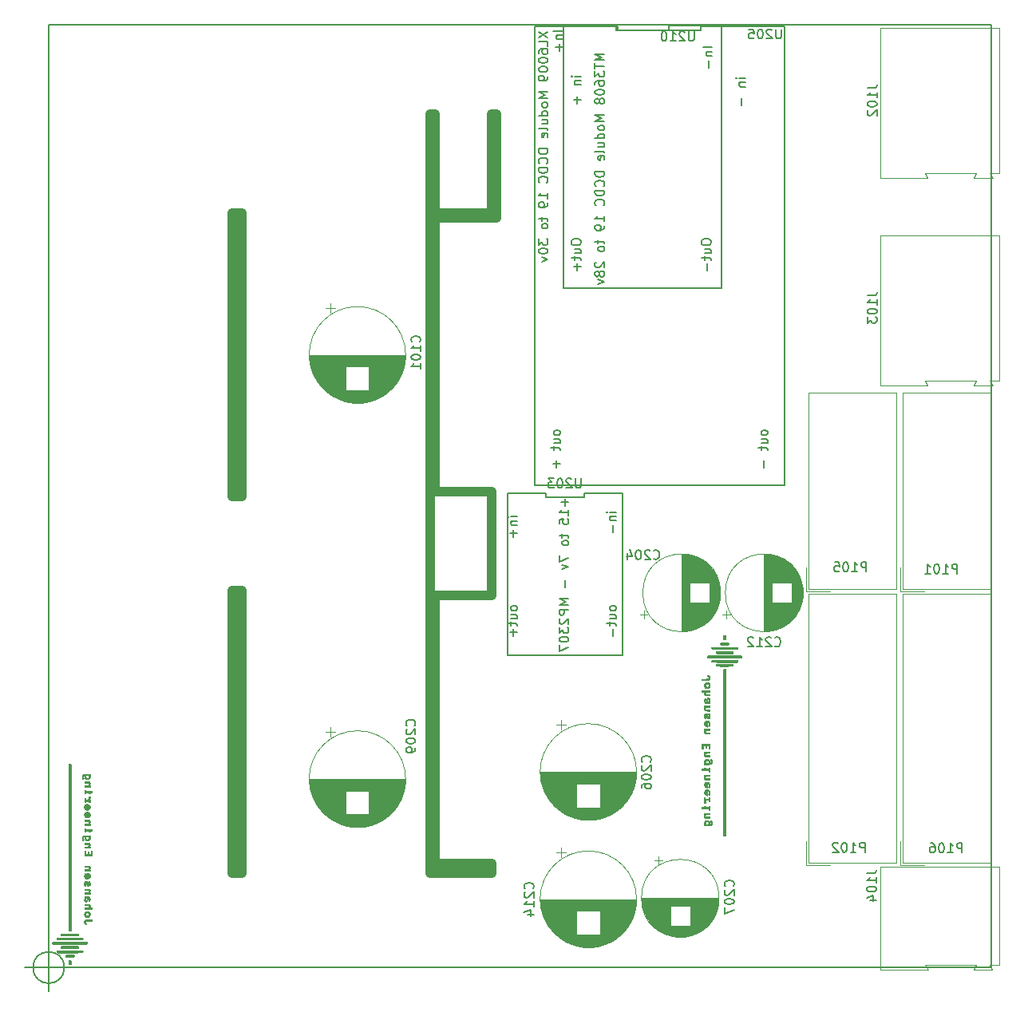
<source format=gbr>
%TF.GenerationSoftware,KiCad,Pcbnew,(5.0.2)-1*%
%TF.CreationDate,2019-03-07T23:56:34+01:00*%
%TF.ProjectId,KicadJE-EuroPowerSupply,4b696361-644a-4452-9d45-75726f506f77,Rev B*%
%TF.SameCoordinates,Original*%
%TF.FileFunction,Legend,Bot*%
%TF.FilePolarity,Positive*%
%FSLAX46Y46*%
G04 Gerber Fmt 4.6, Leading zero omitted, Abs format (unit mm)*
G04 Created by KiCad (PCBNEW (5.0.2)-1) date 07/03/2019 23:56:34*
%MOMM*%
%LPD*%
G01*
G04 APERTURE LIST*
%ADD10C,1.000000*%
%ADD11C,0.150000*%
%ADD12C,0.200000*%
%ADD13C,0.120000*%
%ADD14C,0.010000*%
G04 APERTURE END LIST*
D10*
X140500000Y-139000000D02*
X140500000Y-140000000D01*
X147000000Y-139000000D02*
X140500000Y-139000000D01*
X147000000Y-140000000D02*
X147000000Y-139000000D01*
X140500000Y-140000000D02*
X147000000Y-140000000D01*
X140500000Y-70500000D02*
X140500000Y-70000000D01*
X147500000Y-70500000D02*
X140500000Y-70500000D01*
X147500000Y-59500000D02*
X147500000Y-70500000D01*
X147000000Y-59500000D02*
X147500000Y-59500000D01*
X147000000Y-70000000D02*
X147000000Y-59500000D01*
X140500000Y-70000000D02*
X147000000Y-70000000D01*
X141000000Y-110500000D02*
X141000000Y-140000000D01*
X147000000Y-110500000D02*
X141000000Y-110500000D01*
X141000000Y-99500000D02*
X147000000Y-99500000D01*
X141000000Y-59500000D02*
X141000000Y-99500000D01*
X140500000Y-140000000D02*
X140500000Y-59500000D01*
X147000000Y-110500000D02*
X147000000Y-99500000D01*
X140500000Y-59500000D02*
X141000000Y-59500000D01*
X119500000Y-100000000D02*
X120500000Y-100000000D01*
X141000000Y-140000000D02*
X140500000Y-140000000D01*
X119500000Y-110000000D02*
X120500000Y-110000000D01*
X119500000Y-110000000D02*
X119500000Y-140000000D01*
X120500000Y-140000000D02*
X120500000Y-110000000D01*
X119500000Y-140000000D02*
X120500000Y-140000000D01*
X119500000Y-70000000D02*
X119500000Y-100000000D01*
X119500000Y-70000000D02*
X120500000Y-70000000D01*
X120500000Y-100000000D02*
X120500000Y-70000000D01*
D11*
X101666666Y-150000000D02*
G75*
G03X101666666Y-150000000I-1666666J0D01*
G01*
X97500000Y-150000000D02*
X102500000Y-150000000D01*
X100000000Y-147500000D02*
X100000000Y-152500000D01*
D12*
X200000000Y-50000000D02*
X100000000Y-50000000D01*
X200000000Y-150000000D02*
X200000000Y-50000000D01*
X100000000Y-150000000D02*
X200000000Y-150000000D01*
X100000000Y-50000000D02*
X100000000Y-150000000D01*
D13*
X137870000Y-85000000D02*
G75*
G03X137870000Y-85000000I-5120000J0D01*
G01*
X127670000Y-85000000D02*
X137830000Y-85000000D01*
X127670000Y-85040000D02*
X137830000Y-85040000D01*
X127670000Y-85080000D02*
X137830000Y-85080000D01*
X127671000Y-85120000D02*
X137829000Y-85120000D01*
X127672000Y-85160000D02*
X137828000Y-85160000D01*
X127673000Y-85200000D02*
X137827000Y-85200000D01*
X127675000Y-85240000D02*
X137825000Y-85240000D01*
X127677000Y-85280000D02*
X137823000Y-85280000D01*
X127680000Y-85320000D02*
X137820000Y-85320000D01*
X127682000Y-85360000D02*
X137818000Y-85360000D01*
X127685000Y-85400000D02*
X137815000Y-85400000D01*
X127688000Y-85440000D02*
X137812000Y-85440000D01*
X127692000Y-85480000D02*
X137808000Y-85480000D01*
X127696000Y-85520000D02*
X137804000Y-85520000D01*
X127700000Y-85560000D02*
X137800000Y-85560000D01*
X127705000Y-85600000D02*
X137795000Y-85600000D01*
X127710000Y-85640000D02*
X137790000Y-85640000D01*
X127715000Y-85680000D02*
X137785000Y-85680000D01*
X127720000Y-85721000D02*
X137780000Y-85721000D01*
X127726000Y-85761000D02*
X137774000Y-85761000D01*
X127732000Y-85801000D02*
X137768000Y-85801000D01*
X127739000Y-85841000D02*
X137761000Y-85841000D01*
X127746000Y-85881000D02*
X137754000Y-85881000D01*
X127753000Y-85921000D02*
X137747000Y-85921000D01*
X127760000Y-85961000D02*
X137740000Y-85961000D01*
X127768000Y-86001000D02*
X137732000Y-86001000D01*
X127776000Y-86041000D02*
X137724000Y-86041000D01*
X127785000Y-86081000D02*
X137715000Y-86081000D01*
X127794000Y-86121000D02*
X137706000Y-86121000D01*
X127803000Y-86161000D02*
X137697000Y-86161000D01*
X127812000Y-86201000D02*
X137688000Y-86201000D01*
X127822000Y-86241000D02*
X137678000Y-86241000D01*
X127832000Y-86281000D02*
X131509000Y-86281000D01*
X133991000Y-86281000D02*
X137668000Y-86281000D01*
X127843000Y-86321000D02*
X131509000Y-86321000D01*
X133991000Y-86321000D02*
X137657000Y-86321000D01*
X127853000Y-86361000D02*
X131509000Y-86361000D01*
X133991000Y-86361000D02*
X137647000Y-86361000D01*
X127865000Y-86401000D02*
X131509000Y-86401000D01*
X133991000Y-86401000D02*
X137635000Y-86401000D01*
X127876000Y-86441000D02*
X131509000Y-86441000D01*
X133991000Y-86441000D02*
X137624000Y-86441000D01*
X127888000Y-86481000D02*
X131509000Y-86481000D01*
X133991000Y-86481000D02*
X137612000Y-86481000D01*
X127900000Y-86521000D02*
X131509000Y-86521000D01*
X133991000Y-86521000D02*
X137600000Y-86521000D01*
X127913000Y-86561000D02*
X131509000Y-86561000D01*
X133991000Y-86561000D02*
X137587000Y-86561000D01*
X127926000Y-86601000D02*
X131509000Y-86601000D01*
X133991000Y-86601000D02*
X137574000Y-86601000D01*
X127939000Y-86641000D02*
X131509000Y-86641000D01*
X133991000Y-86641000D02*
X137561000Y-86641000D01*
X127953000Y-86681000D02*
X131509000Y-86681000D01*
X133991000Y-86681000D02*
X137547000Y-86681000D01*
X127967000Y-86721000D02*
X131509000Y-86721000D01*
X133991000Y-86721000D02*
X137533000Y-86721000D01*
X127982000Y-86761000D02*
X131509000Y-86761000D01*
X133991000Y-86761000D02*
X137518000Y-86761000D01*
X127996000Y-86801000D02*
X131509000Y-86801000D01*
X133991000Y-86801000D02*
X137504000Y-86801000D01*
X128012000Y-86841000D02*
X131509000Y-86841000D01*
X133991000Y-86841000D02*
X137488000Y-86841000D01*
X128027000Y-86881000D02*
X131509000Y-86881000D01*
X133991000Y-86881000D02*
X137473000Y-86881000D01*
X128043000Y-86921000D02*
X131509000Y-86921000D01*
X133991000Y-86921000D02*
X137457000Y-86921000D01*
X128060000Y-86961000D02*
X131509000Y-86961000D01*
X133991000Y-86961000D02*
X137440000Y-86961000D01*
X128076000Y-87001000D02*
X131509000Y-87001000D01*
X133991000Y-87001000D02*
X137424000Y-87001000D01*
X128093000Y-87041000D02*
X131509000Y-87041000D01*
X133991000Y-87041000D02*
X137407000Y-87041000D01*
X128111000Y-87081000D02*
X131509000Y-87081000D01*
X133991000Y-87081000D02*
X137389000Y-87081000D01*
X128129000Y-87121000D02*
X131509000Y-87121000D01*
X133991000Y-87121000D02*
X137371000Y-87121000D01*
X128147000Y-87161000D02*
X131509000Y-87161000D01*
X133991000Y-87161000D02*
X137353000Y-87161000D01*
X128166000Y-87201000D02*
X131509000Y-87201000D01*
X133991000Y-87201000D02*
X137334000Y-87201000D01*
X128186000Y-87241000D02*
X131509000Y-87241000D01*
X133991000Y-87241000D02*
X137314000Y-87241000D01*
X128205000Y-87281000D02*
X131509000Y-87281000D01*
X133991000Y-87281000D02*
X137295000Y-87281000D01*
X128225000Y-87321000D02*
X131509000Y-87321000D01*
X133991000Y-87321000D02*
X137275000Y-87321000D01*
X128246000Y-87361000D02*
X131509000Y-87361000D01*
X133991000Y-87361000D02*
X137254000Y-87361000D01*
X128267000Y-87401000D02*
X131509000Y-87401000D01*
X133991000Y-87401000D02*
X137233000Y-87401000D01*
X128288000Y-87441000D02*
X131509000Y-87441000D01*
X133991000Y-87441000D02*
X137212000Y-87441000D01*
X128310000Y-87481000D02*
X131509000Y-87481000D01*
X133991000Y-87481000D02*
X137190000Y-87481000D01*
X128333000Y-87521000D02*
X131509000Y-87521000D01*
X133991000Y-87521000D02*
X137167000Y-87521000D01*
X128355000Y-87561000D02*
X131509000Y-87561000D01*
X133991000Y-87561000D02*
X137145000Y-87561000D01*
X128379000Y-87601000D02*
X131509000Y-87601000D01*
X133991000Y-87601000D02*
X137121000Y-87601000D01*
X128403000Y-87641000D02*
X131509000Y-87641000D01*
X133991000Y-87641000D02*
X137097000Y-87641000D01*
X128427000Y-87681000D02*
X131509000Y-87681000D01*
X133991000Y-87681000D02*
X137073000Y-87681000D01*
X128452000Y-87721000D02*
X131509000Y-87721000D01*
X133991000Y-87721000D02*
X137048000Y-87721000D01*
X128477000Y-87761000D02*
X131509000Y-87761000D01*
X133991000Y-87761000D02*
X137023000Y-87761000D01*
X128503000Y-87801000D02*
X131509000Y-87801000D01*
X133991000Y-87801000D02*
X136997000Y-87801000D01*
X128529000Y-87841000D02*
X131509000Y-87841000D01*
X133991000Y-87841000D02*
X136971000Y-87841000D01*
X128556000Y-87881000D02*
X131509000Y-87881000D01*
X133991000Y-87881000D02*
X136944000Y-87881000D01*
X128584000Y-87921000D02*
X131509000Y-87921000D01*
X133991000Y-87921000D02*
X136916000Y-87921000D01*
X128612000Y-87961000D02*
X131509000Y-87961000D01*
X133991000Y-87961000D02*
X136888000Y-87961000D01*
X128640000Y-88001000D02*
X131509000Y-88001000D01*
X133991000Y-88001000D02*
X136860000Y-88001000D01*
X128670000Y-88041000D02*
X131509000Y-88041000D01*
X133991000Y-88041000D02*
X136830000Y-88041000D01*
X128700000Y-88081000D02*
X131509000Y-88081000D01*
X133991000Y-88081000D02*
X136800000Y-88081000D01*
X128730000Y-88121000D02*
X131509000Y-88121000D01*
X133991000Y-88121000D02*
X136770000Y-88121000D01*
X128761000Y-88161000D02*
X131509000Y-88161000D01*
X133991000Y-88161000D02*
X136739000Y-88161000D01*
X128793000Y-88201000D02*
X131509000Y-88201000D01*
X133991000Y-88201000D02*
X136707000Y-88201000D01*
X128825000Y-88241000D02*
X131509000Y-88241000D01*
X133991000Y-88241000D02*
X136675000Y-88241000D01*
X128858000Y-88281000D02*
X131509000Y-88281000D01*
X133991000Y-88281000D02*
X136642000Y-88281000D01*
X128892000Y-88321000D02*
X131509000Y-88321000D01*
X133991000Y-88321000D02*
X136608000Y-88321000D01*
X128926000Y-88361000D02*
X131509000Y-88361000D01*
X133991000Y-88361000D02*
X136574000Y-88361000D01*
X128961000Y-88401000D02*
X131509000Y-88401000D01*
X133991000Y-88401000D02*
X136539000Y-88401000D01*
X128997000Y-88441000D02*
X131509000Y-88441000D01*
X133991000Y-88441000D02*
X136503000Y-88441000D01*
X129034000Y-88481000D02*
X131509000Y-88481000D01*
X133991000Y-88481000D02*
X136466000Y-88481000D01*
X129071000Y-88521000D02*
X131509000Y-88521000D01*
X133991000Y-88521000D02*
X136429000Y-88521000D01*
X129110000Y-88561000D02*
X131509000Y-88561000D01*
X133991000Y-88561000D02*
X136390000Y-88561000D01*
X129149000Y-88601000D02*
X131509000Y-88601000D01*
X133991000Y-88601000D02*
X136351000Y-88601000D01*
X129189000Y-88641000D02*
X131509000Y-88641000D01*
X133991000Y-88641000D02*
X136311000Y-88641000D01*
X129230000Y-88681000D02*
X131509000Y-88681000D01*
X133991000Y-88681000D02*
X136270000Y-88681000D01*
X129272000Y-88721000D02*
X131509000Y-88721000D01*
X133991000Y-88721000D02*
X136228000Y-88721000D01*
X129314000Y-88761000D02*
X136186000Y-88761000D01*
X129358000Y-88801000D02*
X136142000Y-88801000D01*
X129403000Y-88841000D02*
X136097000Y-88841000D01*
X129449000Y-88881000D02*
X136051000Y-88881000D01*
X129496000Y-88921000D02*
X136004000Y-88921000D01*
X129544000Y-88961000D02*
X135956000Y-88961000D01*
X129594000Y-89001000D02*
X135906000Y-89001000D01*
X129644000Y-89041000D02*
X135856000Y-89041000D01*
X129696000Y-89081000D02*
X135804000Y-89081000D01*
X129750000Y-89121000D02*
X135750000Y-89121000D01*
X129805000Y-89161000D02*
X135695000Y-89161000D01*
X129861000Y-89201000D02*
X135639000Y-89201000D01*
X129920000Y-89241000D02*
X135580000Y-89241000D01*
X129980000Y-89281000D02*
X135520000Y-89281000D01*
X130041000Y-89321000D02*
X135459000Y-89321000D01*
X130105000Y-89361000D02*
X135395000Y-89361000D01*
X130171000Y-89401000D02*
X135329000Y-89401000D01*
X130240000Y-89441000D02*
X135260000Y-89441000D01*
X130311000Y-89481000D02*
X135189000Y-89481000D01*
X130385000Y-89521000D02*
X135115000Y-89521000D01*
X130461000Y-89561000D02*
X135039000Y-89561000D01*
X130541000Y-89601000D02*
X134959000Y-89601000D01*
X130625000Y-89641000D02*
X134875000Y-89641000D01*
X130713000Y-89681000D02*
X134787000Y-89681000D01*
X130806000Y-89721000D02*
X134694000Y-89721000D01*
X130904000Y-89761000D02*
X134596000Y-89761000D01*
X131008000Y-89801000D02*
X134492000Y-89801000D01*
X131120000Y-89841000D02*
X134380000Y-89841000D01*
X131240000Y-89881000D02*
X134260000Y-89881000D01*
X131372000Y-89921000D02*
X134128000Y-89921000D01*
X131520000Y-89961000D02*
X133980000Y-89961000D01*
X131688000Y-90001000D02*
X133812000Y-90001000D01*
X131888000Y-90041000D02*
X133612000Y-90041000D01*
X132151000Y-90081000D02*
X133349000Y-90081000D01*
X129875000Y-79520354D02*
X129875000Y-80520354D01*
X129375000Y-80020354D02*
X130375000Y-80020354D01*
X171270000Y-110250000D02*
G75*
G03X171270000Y-110250000I-4120000J0D01*
G01*
X167150000Y-114330000D02*
X167150000Y-106170000D01*
X167190000Y-114330000D02*
X167190000Y-106170000D01*
X167230000Y-114330000D02*
X167230000Y-106170000D01*
X167270000Y-114329000D02*
X167270000Y-106171000D01*
X167310000Y-114327000D02*
X167310000Y-106173000D01*
X167350000Y-114326000D02*
X167350000Y-106174000D01*
X167390000Y-114324000D02*
X167390000Y-106176000D01*
X167430000Y-114321000D02*
X167430000Y-106179000D01*
X167470000Y-114318000D02*
X167470000Y-106182000D01*
X167510000Y-114315000D02*
X167510000Y-106185000D01*
X167550000Y-114311000D02*
X167550000Y-106189000D01*
X167590000Y-114307000D02*
X167590000Y-106193000D01*
X167630000Y-114302000D02*
X167630000Y-106198000D01*
X167670000Y-114298000D02*
X167670000Y-106202000D01*
X167710000Y-114292000D02*
X167710000Y-106208000D01*
X167750000Y-114287000D02*
X167750000Y-106213000D01*
X167790000Y-114280000D02*
X167790000Y-106220000D01*
X167830000Y-114274000D02*
X167830000Y-106226000D01*
X167871000Y-114267000D02*
X167871000Y-106233000D01*
X167911000Y-114260000D02*
X167911000Y-106240000D01*
X167951000Y-114252000D02*
X167951000Y-106248000D01*
X167991000Y-114244000D02*
X167991000Y-106256000D01*
X168031000Y-114235000D02*
X168031000Y-111290000D01*
X168031000Y-109210000D02*
X168031000Y-106265000D01*
X168071000Y-114226000D02*
X168071000Y-111290000D01*
X168071000Y-109210000D02*
X168071000Y-106274000D01*
X168111000Y-114217000D02*
X168111000Y-111290000D01*
X168111000Y-109210000D02*
X168111000Y-106283000D01*
X168151000Y-114207000D02*
X168151000Y-111290000D01*
X168151000Y-109210000D02*
X168151000Y-106293000D01*
X168191000Y-114197000D02*
X168191000Y-111290000D01*
X168191000Y-109210000D02*
X168191000Y-106303000D01*
X168231000Y-114186000D02*
X168231000Y-111290000D01*
X168231000Y-109210000D02*
X168231000Y-106314000D01*
X168271000Y-114175000D02*
X168271000Y-111290000D01*
X168271000Y-109210000D02*
X168271000Y-106325000D01*
X168311000Y-114164000D02*
X168311000Y-111290000D01*
X168311000Y-109210000D02*
X168311000Y-106336000D01*
X168351000Y-114152000D02*
X168351000Y-111290000D01*
X168351000Y-109210000D02*
X168351000Y-106348000D01*
X168391000Y-114139000D02*
X168391000Y-111290000D01*
X168391000Y-109210000D02*
X168391000Y-106361000D01*
X168431000Y-114127000D02*
X168431000Y-111290000D01*
X168431000Y-109210000D02*
X168431000Y-106373000D01*
X168471000Y-114113000D02*
X168471000Y-111290000D01*
X168471000Y-109210000D02*
X168471000Y-106387000D01*
X168511000Y-114100000D02*
X168511000Y-111290000D01*
X168511000Y-109210000D02*
X168511000Y-106400000D01*
X168551000Y-114085000D02*
X168551000Y-111290000D01*
X168551000Y-109210000D02*
X168551000Y-106415000D01*
X168591000Y-114071000D02*
X168591000Y-111290000D01*
X168591000Y-109210000D02*
X168591000Y-106429000D01*
X168631000Y-114055000D02*
X168631000Y-111290000D01*
X168631000Y-109210000D02*
X168631000Y-106445000D01*
X168671000Y-114040000D02*
X168671000Y-111290000D01*
X168671000Y-109210000D02*
X168671000Y-106460000D01*
X168711000Y-114024000D02*
X168711000Y-111290000D01*
X168711000Y-109210000D02*
X168711000Y-106476000D01*
X168751000Y-114007000D02*
X168751000Y-111290000D01*
X168751000Y-109210000D02*
X168751000Y-106493000D01*
X168791000Y-113990000D02*
X168791000Y-111290000D01*
X168791000Y-109210000D02*
X168791000Y-106510000D01*
X168831000Y-113972000D02*
X168831000Y-111290000D01*
X168831000Y-109210000D02*
X168831000Y-106528000D01*
X168871000Y-113954000D02*
X168871000Y-111290000D01*
X168871000Y-109210000D02*
X168871000Y-106546000D01*
X168911000Y-113936000D02*
X168911000Y-111290000D01*
X168911000Y-109210000D02*
X168911000Y-106564000D01*
X168951000Y-113916000D02*
X168951000Y-111290000D01*
X168951000Y-109210000D02*
X168951000Y-106584000D01*
X168991000Y-113897000D02*
X168991000Y-111290000D01*
X168991000Y-109210000D02*
X168991000Y-106603000D01*
X169031000Y-113877000D02*
X169031000Y-111290000D01*
X169031000Y-109210000D02*
X169031000Y-106623000D01*
X169071000Y-113856000D02*
X169071000Y-111290000D01*
X169071000Y-109210000D02*
X169071000Y-106644000D01*
X169111000Y-113834000D02*
X169111000Y-111290000D01*
X169111000Y-109210000D02*
X169111000Y-106666000D01*
X169151000Y-113812000D02*
X169151000Y-111290000D01*
X169151000Y-109210000D02*
X169151000Y-106688000D01*
X169191000Y-113790000D02*
X169191000Y-111290000D01*
X169191000Y-109210000D02*
X169191000Y-106710000D01*
X169231000Y-113767000D02*
X169231000Y-111290000D01*
X169231000Y-109210000D02*
X169231000Y-106733000D01*
X169271000Y-113743000D02*
X169271000Y-111290000D01*
X169271000Y-109210000D02*
X169271000Y-106757000D01*
X169311000Y-113719000D02*
X169311000Y-111290000D01*
X169311000Y-109210000D02*
X169311000Y-106781000D01*
X169351000Y-113694000D02*
X169351000Y-111290000D01*
X169351000Y-109210000D02*
X169351000Y-106806000D01*
X169391000Y-113668000D02*
X169391000Y-111290000D01*
X169391000Y-109210000D02*
X169391000Y-106832000D01*
X169431000Y-113642000D02*
X169431000Y-111290000D01*
X169431000Y-109210000D02*
X169431000Y-106858000D01*
X169471000Y-113615000D02*
X169471000Y-111290000D01*
X169471000Y-109210000D02*
X169471000Y-106885000D01*
X169511000Y-113588000D02*
X169511000Y-111290000D01*
X169511000Y-109210000D02*
X169511000Y-106912000D01*
X169551000Y-113559000D02*
X169551000Y-111290000D01*
X169551000Y-109210000D02*
X169551000Y-106941000D01*
X169591000Y-113530000D02*
X169591000Y-111290000D01*
X169591000Y-109210000D02*
X169591000Y-106970000D01*
X169631000Y-113500000D02*
X169631000Y-111290000D01*
X169631000Y-109210000D02*
X169631000Y-107000000D01*
X169671000Y-113470000D02*
X169671000Y-111290000D01*
X169671000Y-109210000D02*
X169671000Y-107030000D01*
X169711000Y-113439000D02*
X169711000Y-111290000D01*
X169711000Y-109210000D02*
X169711000Y-107061000D01*
X169751000Y-113406000D02*
X169751000Y-111290000D01*
X169751000Y-109210000D02*
X169751000Y-107094000D01*
X169791000Y-113374000D02*
X169791000Y-111290000D01*
X169791000Y-109210000D02*
X169791000Y-107126000D01*
X169831000Y-113340000D02*
X169831000Y-111290000D01*
X169831000Y-109210000D02*
X169831000Y-107160000D01*
X169871000Y-113305000D02*
X169871000Y-111290000D01*
X169871000Y-109210000D02*
X169871000Y-107195000D01*
X169911000Y-113269000D02*
X169911000Y-111290000D01*
X169911000Y-109210000D02*
X169911000Y-107231000D01*
X169951000Y-113233000D02*
X169951000Y-111290000D01*
X169951000Y-109210000D02*
X169951000Y-107267000D01*
X169991000Y-113195000D02*
X169991000Y-111290000D01*
X169991000Y-109210000D02*
X169991000Y-107305000D01*
X170031000Y-113157000D02*
X170031000Y-111290000D01*
X170031000Y-109210000D02*
X170031000Y-107343000D01*
X170071000Y-113117000D02*
X170071000Y-111290000D01*
X170071000Y-109210000D02*
X170071000Y-107383000D01*
X170111000Y-113076000D02*
X170111000Y-107424000D01*
X170151000Y-113034000D02*
X170151000Y-107466000D01*
X170191000Y-112991000D02*
X170191000Y-107509000D01*
X170231000Y-112947000D02*
X170231000Y-107553000D01*
X170271000Y-112901000D02*
X170271000Y-107599000D01*
X170311000Y-112854000D02*
X170311000Y-107646000D01*
X170351000Y-112806000D02*
X170351000Y-107694000D01*
X170391000Y-112755000D02*
X170391000Y-107745000D01*
X170431000Y-112704000D02*
X170431000Y-107796000D01*
X170471000Y-112650000D02*
X170471000Y-107850000D01*
X170511000Y-112595000D02*
X170511000Y-107905000D01*
X170551000Y-112537000D02*
X170551000Y-107963000D01*
X170591000Y-112478000D02*
X170591000Y-108022000D01*
X170631000Y-112416000D02*
X170631000Y-108084000D01*
X170671000Y-112352000D02*
X170671000Y-108148000D01*
X170711000Y-112284000D02*
X170711000Y-108216000D01*
X170751000Y-112214000D02*
X170751000Y-108286000D01*
X170791000Y-112140000D02*
X170791000Y-108360000D01*
X170831000Y-112063000D02*
X170831000Y-108437000D01*
X170871000Y-111981000D02*
X170871000Y-108519000D01*
X170911000Y-111895000D02*
X170911000Y-108605000D01*
X170951000Y-111802000D02*
X170951000Y-108698000D01*
X170991000Y-111703000D02*
X170991000Y-108797000D01*
X171031000Y-111596000D02*
X171031000Y-108904000D01*
X171071000Y-111479000D02*
X171071000Y-109021000D01*
X171111000Y-111348000D02*
X171111000Y-109152000D01*
X171151000Y-111198000D02*
X171151000Y-109302000D01*
X171191000Y-111018000D02*
X171191000Y-109482000D01*
X171231000Y-110783000D02*
X171231000Y-109717000D01*
X162740302Y-112565000D02*
X163540302Y-112565000D01*
X163140302Y-112965000D02*
X163140302Y-112165000D01*
X162370000Y-129250000D02*
G75*
G03X162370000Y-129250000I-5120000J0D01*
G01*
X152170000Y-129250000D02*
X162330000Y-129250000D01*
X152170000Y-129290000D02*
X162330000Y-129290000D01*
X152170000Y-129330000D02*
X162330000Y-129330000D01*
X152171000Y-129370000D02*
X162329000Y-129370000D01*
X152172000Y-129410000D02*
X162328000Y-129410000D01*
X152173000Y-129450000D02*
X162327000Y-129450000D01*
X152175000Y-129490000D02*
X162325000Y-129490000D01*
X152177000Y-129530000D02*
X162323000Y-129530000D01*
X152180000Y-129570000D02*
X162320000Y-129570000D01*
X152182000Y-129610000D02*
X162318000Y-129610000D01*
X152185000Y-129650000D02*
X162315000Y-129650000D01*
X152188000Y-129690000D02*
X162312000Y-129690000D01*
X152192000Y-129730000D02*
X162308000Y-129730000D01*
X152196000Y-129770000D02*
X162304000Y-129770000D01*
X152200000Y-129810000D02*
X162300000Y-129810000D01*
X152205000Y-129850000D02*
X162295000Y-129850000D01*
X152210000Y-129890000D02*
X162290000Y-129890000D01*
X152215000Y-129930000D02*
X162285000Y-129930000D01*
X152220000Y-129971000D02*
X162280000Y-129971000D01*
X152226000Y-130011000D02*
X162274000Y-130011000D01*
X152232000Y-130051000D02*
X162268000Y-130051000D01*
X152239000Y-130091000D02*
X162261000Y-130091000D01*
X152246000Y-130131000D02*
X162254000Y-130131000D01*
X152253000Y-130171000D02*
X162247000Y-130171000D01*
X152260000Y-130211000D02*
X162240000Y-130211000D01*
X152268000Y-130251000D02*
X162232000Y-130251000D01*
X152276000Y-130291000D02*
X162224000Y-130291000D01*
X152285000Y-130331000D02*
X162215000Y-130331000D01*
X152294000Y-130371000D02*
X162206000Y-130371000D01*
X152303000Y-130411000D02*
X162197000Y-130411000D01*
X152312000Y-130451000D02*
X162188000Y-130451000D01*
X152322000Y-130491000D02*
X162178000Y-130491000D01*
X152332000Y-130531000D02*
X156009000Y-130531000D01*
X158491000Y-130531000D02*
X162168000Y-130531000D01*
X152343000Y-130571000D02*
X156009000Y-130571000D01*
X158491000Y-130571000D02*
X162157000Y-130571000D01*
X152353000Y-130611000D02*
X156009000Y-130611000D01*
X158491000Y-130611000D02*
X162147000Y-130611000D01*
X152365000Y-130651000D02*
X156009000Y-130651000D01*
X158491000Y-130651000D02*
X162135000Y-130651000D01*
X152376000Y-130691000D02*
X156009000Y-130691000D01*
X158491000Y-130691000D02*
X162124000Y-130691000D01*
X152388000Y-130731000D02*
X156009000Y-130731000D01*
X158491000Y-130731000D02*
X162112000Y-130731000D01*
X152400000Y-130771000D02*
X156009000Y-130771000D01*
X158491000Y-130771000D02*
X162100000Y-130771000D01*
X152413000Y-130811000D02*
X156009000Y-130811000D01*
X158491000Y-130811000D02*
X162087000Y-130811000D01*
X152426000Y-130851000D02*
X156009000Y-130851000D01*
X158491000Y-130851000D02*
X162074000Y-130851000D01*
X152439000Y-130891000D02*
X156009000Y-130891000D01*
X158491000Y-130891000D02*
X162061000Y-130891000D01*
X152453000Y-130931000D02*
X156009000Y-130931000D01*
X158491000Y-130931000D02*
X162047000Y-130931000D01*
X152467000Y-130971000D02*
X156009000Y-130971000D01*
X158491000Y-130971000D02*
X162033000Y-130971000D01*
X152482000Y-131011000D02*
X156009000Y-131011000D01*
X158491000Y-131011000D02*
X162018000Y-131011000D01*
X152496000Y-131051000D02*
X156009000Y-131051000D01*
X158491000Y-131051000D02*
X162004000Y-131051000D01*
X152512000Y-131091000D02*
X156009000Y-131091000D01*
X158491000Y-131091000D02*
X161988000Y-131091000D01*
X152527000Y-131131000D02*
X156009000Y-131131000D01*
X158491000Y-131131000D02*
X161973000Y-131131000D01*
X152543000Y-131171000D02*
X156009000Y-131171000D01*
X158491000Y-131171000D02*
X161957000Y-131171000D01*
X152560000Y-131211000D02*
X156009000Y-131211000D01*
X158491000Y-131211000D02*
X161940000Y-131211000D01*
X152576000Y-131251000D02*
X156009000Y-131251000D01*
X158491000Y-131251000D02*
X161924000Y-131251000D01*
X152593000Y-131291000D02*
X156009000Y-131291000D01*
X158491000Y-131291000D02*
X161907000Y-131291000D01*
X152611000Y-131331000D02*
X156009000Y-131331000D01*
X158491000Y-131331000D02*
X161889000Y-131331000D01*
X152629000Y-131371000D02*
X156009000Y-131371000D01*
X158491000Y-131371000D02*
X161871000Y-131371000D01*
X152647000Y-131411000D02*
X156009000Y-131411000D01*
X158491000Y-131411000D02*
X161853000Y-131411000D01*
X152666000Y-131451000D02*
X156009000Y-131451000D01*
X158491000Y-131451000D02*
X161834000Y-131451000D01*
X152686000Y-131491000D02*
X156009000Y-131491000D01*
X158491000Y-131491000D02*
X161814000Y-131491000D01*
X152705000Y-131531000D02*
X156009000Y-131531000D01*
X158491000Y-131531000D02*
X161795000Y-131531000D01*
X152725000Y-131571000D02*
X156009000Y-131571000D01*
X158491000Y-131571000D02*
X161775000Y-131571000D01*
X152746000Y-131611000D02*
X156009000Y-131611000D01*
X158491000Y-131611000D02*
X161754000Y-131611000D01*
X152767000Y-131651000D02*
X156009000Y-131651000D01*
X158491000Y-131651000D02*
X161733000Y-131651000D01*
X152788000Y-131691000D02*
X156009000Y-131691000D01*
X158491000Y-131691000D02*
X161712000Y-131691000D01*
X152810000Y-131731000D02*
X156009000Y-131731000D01*
X158491000Y-131731000D02*
X161690000Y-131731000D01*
X152833000Y-131771000D02*
X156009000Y-131771000D01*
X158491000Y-131771000D02*
X161667000Y-131771000D01*
X152855000Y-131811000D02*
X156009000Y-131811000D01*
X158491000Y-131811000D02*
X161645000Y-131811000D01*
X152879000Y-131851000D02*
X156009000Y-131851000D01*
X158491000Y-131851000D02*
X161621000Y-131851000D01*
X152903000Y-131891000D02*
X156009000Y-131891000D01*
X158491000Y-131891000D02*
X161597000Y-131891000D01*
X152927000Y-131931000D02*
X156009000Y-131931000D01*
X158491000Y-131931000D02*
X161573000Y-131931000D01*
X152952000Y-131971000D02*
X156009000Y-131971000D01*
X158491000Y-131971000D02*
X161548000Y-131971000D01*
X152977000Y-132011000D02*
X156009000Y-132011000D01*
X158491000Y-132011000D02*
X161523000Y-132011000D01*
X153003000Y-132051000D02*
X156009000Y-132051000D01*
X158491000Y-132051000D02*
X161497000Y-132051000D01*
X153029000Y-132091000D02*
X156009000Y-132091000D01*
X158491000Y-132091000D02*
X161471000Y-132091000D01*
X153056000Y-132131000D02*
X156009000Y-132131000D01*
X158491000Y-132131000D02*
X161444000Y-132131000D01*
X153084000Y-132171000D02*
X156009000Y-132171000D01*
X158491000Y-132171000D02*
X161416000Y-132171000D01*
X153112000Y-132211000D02*
X156009000Y-132211000D01*
X158491000Y-132211000D02*
X161388000Y-132211000D01*
X153140000Y-132251000D02*
X156009000Y-132251000D01*
X158491000Y-132251000D02*
X161360000Y-132251000D01*
X153170000Y-132291000D02*
X156009000Y-132291000D01*
X158491000Y-132291000D02*
X161330000Y-132291000D01*
X153200000Y-132331000D02*
X156009000Y-132331000D01*
X158491000Y-132331000D02*
X161300000Y-132331000D01*
X153230000Y-132371000D02*
X156009000Y-132371000D01*
X158491000Y-132371000D02*
X161270000Y-132371000D01*
X153261000Y-132411000D02*
X156009000Y-132411000D01*
X158491000Y-132411000D02*
X161239000Y-132411000D01*
X153293000Y-132451000D02*
X156009000Y-132451000D01*
X158491000Y-132451000D02*
X161207000Y-132451000D01*
X153325000Y-132491000D02*
X156009000Y-132491000D01*
X158491000Y-132491000D02*
X161175000Y-132491000D01*
X153358000Y-132531000D02*
X156009000Y-132531000D01*
X158491000Y-132531000D02*
X161142000Y-132531000D01*
X153392000Y-132571000D02*
X156009000Y-132571000D01*
X158491000Y-132571000D02*
X161108000Y-132571000D01*
X153426000Y-132611000D02*
X156009000Y-132611000D01*
X158491000Y-132611000D02*
X161074000Y-132611000D01*
X153461000Y-132651000D02*
X156009000Y-132651000D01*
X158491000Y-132651000D02*
X161039000Y-132651000D01*
X153497000Y-132691000D02*
X156009000Y-132691000D01*
X158491000Y-132691000D02*
X161003000Y-132691000D01*
X153534000Y-132731000D02*
X156009000Y-132731000D01*
X158491000Y-132731000D02*
X160966000Y-132731000D01*
X153571000Y-132771000D02*
X156009000Y-132771000D01*
X158491000Y-132771000D02*
X160929000Y-132771000D01*
X153610000Y-132811000D02*
X156009000Y-132811000D01*
X158491000Y-132811000D02*
X160890000Y-132811000D01*
X153649000Y-132851000D02*
X156009000Y-132851000D01*
X158491000Y-132851000D02*
X160851000Y-132851000D01*
X153689000Y-132891000D02*
X156009000Y-132891000D01*
X158491000Y-132891000D02*
X160811000Y-132891000D01*
X153730000Y-132931000D02*
X156009000Y-132931000D01*
X158491000Y-132931000D02*
X160770000Y-132931000D01*
X153772000Y-132971000D02*
X156009000Y-132971000D01*
X158491000Y-132971000D02*
X160728000Y-132971000D01*
X153814000Y-133011000D02*
X160686000Y-133011000D01*
X153858000Y-133051000D02*
X160642000Y-133051000D01*
X153903000Y-133091000D02*
X160597000Y-133091000D01*
X153949000Y-133131000D02*
X160551000Y-133131000D01*
X153996000Y-133171000D02*
X160504000Y-133171000D01*
X154044000Y-133211000D02*
X160456000Y-133211000D01*
X154094000Y-133251000D02*
X160406000Y-133251000D01*
X154144000Y-133291000D02*
X160356000Y-133291000D01*
X154196000Y-133331000D02*
X160304000Y-133331000D01*
X154250000Y-133371000D02*
X160250000Y-133371000D01*
X154305000Y-133411000D02*
X160195000Y-133411000D01*
X154361000Y-133451000D02*
X160139000Y-133451000D01*
X154420000Y-133491000D02*
X160080000Y-133491000D01*
X154480000Y-133531000D02*
X160020000Y-133531000D01*
X154541000Y-133571000D02*
X159959000Y-133571000D01*
X154605000Y-133611000D02*
X159895000Y-133611000D01*
X154671000Y-133651000D02*
X159829000Y-133651000D01*
X154740000Y-133691000D02*
X159760000Y-133691000D01*
X154811000Y-133731000D02*
X159689000Y-133731000D01*
X154885000Y-133771000D02*
X159615000Y-133771000D01*
X154961000Y-133811000D02*
X159539000Y-133811000D01*
X155041000Y-133851000D02*
X159459000Y-133851000D01*
X155125000Y-133891000D02*
X159375000Y-133891000D01*
X155213000Y-133931000D02*
X159287000Y-133931000D01*
X155306000Y-133971000D02*
X159194000Y-133971000D01*
X155404000Y-134011000D02*
X159096000Y-134011000D01*
X155508000Y-134051000D02*
X158992000Y-134051000D01*
X155620000Y-134091000D02*
X158880000Y-134091000D01*
X155740000Y-134131000D02*
X158760000Y-134131000D01*
X155872000Y-134171000D02*
X158628000Y-134171000D01*
X156020000Y-134211000D02*
X158480000Y-134211000D01*
X156188000Y-134251000D02*
X158312000Y-134251000D01*
X156388000Y-134291000D02*
X158112000Y-134291000D01*
X156651000Y-134331000D02*
X157849000Y-134331000D01*
X154375000Y-123770354D02*
X154375000Y-124770354D01*
X153875000Y-124270354D02*
X154875000Y-124270354D01*
X171120000Y-142650000D02*
G75*
G03X171120000Y-142650000I-4120000J0D01*
G01*
X162920000Y-142650000D02*
X171080000Y-142650000D01*
X162920000Y-142690000D02*
X171080000Y-142690000D01*
X162920000Y-142730000D02*
X171080000Y-142730000D01*
X162921000Y-142770000D02*
X171079000Y-142770000D01*
X162923000Y-142810000D02*
X171077000Y-142810000D01*
X162924000Y-142850000D02*
X171076000Y-142850000D01*
X162926000Y-142890000D02*
X171074000Y-142890000D01*
X162929000Y-142930000D02*
X171071000Y-142930000D01*
X162932000Y-142970000D02*
X171068000Y-142970000D01*
X162935000Y-143010000D02*
X171065000Y-143010000D01*
X162939000Y-143050000D02*
X171061000Y-143050000D01*
X162943000Y-143090000D02*
X171057000Y-143090000D01*
X162948000Y-143130000D02*
X171052000Y-143130000D01*
X162952000Y-143170000D02*
X171048000Y-143170000D01*
X162958000Y-143210000D02*
X171042000Y-143210000D01*
X162963000Y-143250000D02*
X171037000Y-143250000D01*
X162970000Y-143290000D02*
X171030000Y-143290000D01*
X162976000Y-143330000D02*
X171024000Y-143330000D01*
X162983000Y-143371000D02*
X171017000Y-143371000D01*
X162990000Y-143411000D02*
X171010000Y-143411000D01*
X162998000Y-143451000D02*
X171002000Y-143451000D01*
X163006000Y-143491000D02*
X170994000Y-143491000D01*
X163015000Y-143531000D02*
X165960000Y-143531000D01*
X168040000Y-143531000D02*
X170985000Y-143531000D01*
X163024000Y-143571000D02*
X165960000Y-143571000D01*
X168040000Y-143571000D02*
X170976000Y-143571000D01*
X163033000Y-143611000D02*
X165960000Y-143611000D01*
X168040000Y-143611000D02*
X170967000Y-143611000D01*
X163043000Y-143651000D02*
X165960000Y-143651000D01*
X168040000Y-143651000D02*
X170957000Y-143651000D01*
X163053000Y-143691000D02*
X165960000Y-143691000D01*
X168040000Y-143691000D02*
X170947000Y-143691000D01*
X163064000Y-143731000D02*
X165960000Y-143731000D01*
X168040000Y-143731000D02*
X170936000Y-143731000D01*
X163075000Y-143771000D02*
X165960000Y-143771000D01*
X168040000Y-143771000D02*
X170925000Y-143771000D01*
X163086000Y-143811000D02*
X165960000Y-143811000D01*
X168040000Y-143811000D02*
X170914000Y-143811000D01*
X163098000Y-143851000D02*
X165960000Y-143851000D01*
X168040000Y-143851000D02*
X170902000Y-143851000D01*
X163111000Y-143891000D02*
X165960000Y-143891000D01*
X168040000Y-143891000D02*
X170889000Y-143891000D01*
X163123000Y-143931000D02*
X165960000Y-143931000D01*
X168040000Y-143931000D02*
X170877000Y-143931000D01*
X163137000Y-143971000D02*
X165960000Y-143971000D01*
X168040000Y-143971000D02*
X170863000Y-143971000D01*
X163150000Y-144011000D02*
X165960000Y-144011000D01*
X168040000Y-144011000D02*
X170850000Y-144011000D01*
X163165000Y-144051000D02*
X165960000Y-144051000D01*
X168040000Y-144051000D02*
X170835000Y-144051000D01*
X163179000Y-144091000D02*
X165960000Y-144091000D01*
X168040000Y-144091000D02*
X170821000Y-144091000D01*
X163195000Y-144131000D02*
X165960000Y-144131000D01*
X168040000Y-144131000D02*
X170805000Y-144131000D01*
X163210000Y-144171000D02*
X165960000Y-144171000D01*
X168040000Y-144171000D02*
X170790000Y-144171000D01*
X163226000Y-144211000D02*
X165960000Y-144211000D01*
X168040000Y-144211000D02*
X170774000Y-144211000D01*
X163243000Y-144251000D02*
X165960000Y-144251000D01*
X168040000Y-144251000D02*
X170757000Y-144251000D01*
X163260000Y-144291000D02*
X165960000Y-144291000D01*
X168040000Y-144291000D02*
X170740000Y-144291000D01*
X163278000Y-144331000D02*
X165960000Y-144331000D01*
X168040000Y-144331000D02*
X170722000Y-144331000D01*
X163296000Y-144371000D02*
X165960000Y-144371000D01*
X168040000Y-144371000D02*
X170704000Y-144371000D01*
X163314000Y-144411000D02*
X165960000Y-144411000D01*
X168040000Y-144411000D02*
X170686000Y-144411000D01*
X163334000Y-144451000D02*
X165960000Y-144451000D01*
X168040000Y-144451000D02*
X170666000Y-144451000D01*
X163353000Y-144491000D02*
X165960000Y-144491000D01*
X168040000Y-144491000D02*
X170647000Y-144491000D01*
X163373000Y-144531000D02*
X165960000Y-144531000D01*
X168040000Y-144531000D02*
X170627000Y-144531000D01*
X163394000Y-144571000D02*
X165960000Y-144571000D01*
X168040000Y-144571000D02*
X170606000Y-144571000D01*
X163416000Y-144611000D02*
X165960000Y-144611000D01*
X168040000Y-144611000D02*
X170584000Y-144611000D01*
X163438000Y-144651000D02*
X165960000Y-144651000D01*
X168040000Y-144651000D02*
X170562000Y-144651000D01*
X163460000Y-144691000D02*
X165960000Y-144691000D01*
X168040000Y-144691000D02*
X170540000Y-144691000D01*
X163483000Y-144731000D02*
X165960000Y-144731000D01*
X168040000Y-144731000D02*
X170517000Y-144731000D01*
X163507000Y-144771000D02*
X165960000Y-144771000D01*
X168040000Y-144771000D02*
X170493000Y-144771000D01*
X163531000Y-144811000D02*
X165960000Y-144811000D01*
X168040000Y-144811000D02*
X170469000Y-144811000D01*
X163556000Y-144851000D02*
X165960000Y-144851000D01*
X168040000Y-144851000D02*
X170444000Y-144851000D01*
X163582000Y-144891000D02*
X165960000Y-144891000D01*
X168040000Y-144891000D02*
X170418000Y-144891000D01*
X163608000Y-144931000D02*
X165960000Y-144931000D01*
X168040000Y-144931000D02*
X170392000Y-144931000D01*
X163635000Y-144971000D02*
X165960000Y-144971000D01*
X168040000Y-144971000D02*
X170365000Y-144971000D01*
X163662000Y-145011000D02*
X165960000Y-145011000D01*
X168040000Y-145011000D02*
X170338000Y-145011000D01*
X163691000Y-145051000D02*
X165960000Y-145051000D01*
X168040000Y-145051000D02*
X170309000Y-145051000D01*
X163720000Y-145091000D02*
X165960000Y-145091000D01*
X168040000Y-145091000D02*
X170280000Y-145091000D01*
X163750000Y-145131000D02*
X165960000Y-145131000D01*
X168040000Y-145131000D02*
X170250000Y-145131000D01*
X163780000Y-145171000D02*
X165960000Y-145171000D01*
X168040000Y-145171000D02*
X170220000Y-145171000D01*
X163811000Y-145211000D02*
X165960000Y-145211000D01*
X168040000Y-145211000D02*
X170189000Y-145211000D01*
X163844000Y-145251000D02*
X165960000Y-145251000D01*
X168040000Y-145251000D02*
X170156000Y-145251000D01*
X163876000Y-145291000D02*
X165960000Y-145291000D01*
X168040000Y-145291000D02*
X170124000Y-145291000D01*
X163910000Y-145331000D02*
X165960000Y-145331000D01*
X168040000Y-145331000D02*
X170090000Y-145331000D01*
X163945000Y-145371000D02*
X165960000Y-145371000D01*
X168040000Y-145371000D02*
X170055000Y-145371000D01*
X163981000Y-145411000D02*
X165960000Y-145411000D01*
X168040000Y-145411000D02*
X170019000Y-145411000D01*
X164017000Y-145451000D02*
X165960000Y-145451000D01*
X168040000Y-145451000D02*
X169983000Y-145451000D01*
X164055000Y-145491000D02*
X165960000Y-145491000D01*
X168040000Y-145491000D02*
X169945000Y-145491000D01*
X164093000Y-145531000D02*
X165960000Y-145531000D01*
X168040000Y-145531000D02*
X169907000Y-145531000D01*
X164133000Y-145571000D02*
X165960000Y-145571000D01*
X168040000Y-145571000D02*
X169867000Y-145571000D01*
X164174000Y-145611000D02*
X169826000Y-145611000D01*
X164216000Y-145651000D02*
X169784000Y-145651000D01*
X164259000Y-145691000D02*
X169741000Y-145691000D01*
X164303000Y-145731000D02*
X169697000Y-145731000D01*
X164349000Y-145771000D02*
X169651000Y-145771000D01*
X164396000Y-145811000D02*
X169604000Y-145811000D01*
X164444000Y-145851000D02*
X169556000Y-145851000D01*
X164495000Y-145891000D02*
X169505000Y-145891000D01*
X164546000Y-145931000D02*
X169454000Y-145931000D01*
X164600000Y-145971000D02*
X169400000Y-145971000D01*
X164655000Y-146011000D02*
X169345000Y-146011000D01*
X164713000Y-146051000D02*
X169287000Y-146051000D01*
X164772000Y-146091000D02*
X169228000Y-146091000D01*
X164834000Y-146131000D02*
X169166000Y-146131000D01*
X164898000Y-146171000D02*
X169102000Y-146171000D01*
X164966000Y-146211000D02*
X169034000Y-146211000D01*
X165036000Y-146251000D02*
X168964000Y-146251000D01*
X165110000Y-146291000D02*
X168890000Y-146291000D01*
X165187000Y-146331000D02*
X168813000Y-146331000D01*
X165269000Y-146371000D02*
X168731000Y-146371000D01*
X165355000Y-146411000D02*
X168645000Y-146411000D01*
X165448000Y-146451000D02*
X168552000Y-146451000D01*
X165547000Y-146491000D02*
X168453000Y-146491000D01*
X165654000Y-146531000D02*
X168346000Y-146531000D01*
X165771000Y-146571000D02*
X168229000Y-146571000D01*
X165902000Y-146611000D02*
X168098000Y-146611000D01*
X166052000Y-146651000D02*
X167948000Y-146651000D01*
X166232000Y-146691000D02*
X167768000Y-146691000D01*
X166467000Y-146731000D02*
X167533000Y-146731000D01*
X164685000Y-138240302D02*
X164685000Y-139040302D01*
X164285000Y-138640302D02*
X165085000Y-138640302D01*
X129375000Y-125020354D02*
X130375000Y-125020354D01*
X129875000Y-124520354D02*
X129875000Y-125520354D01*
X132151000Y-135081000D02*
X133349000Y-135081000D01*
X131888000Y-135041000D02*
X133612000Y-135041000D01*
X131688000Y-135001000D02*
X133812000Y-135001000D01*
X131520000Y-134961000D02*
X133980000Y-134961000D01*
X131372000Y-134921000D02*
X134128000Y-134921000D01*
X131240000Y-134881000D02*
X134260000Y-134881000D01*
X131120000Y-134841000D02*
X134380000Y-134841000D01*
X131008000Y-134801000D02*
X134492000Y-134801000D01*
X130904000Y-134761000D02*
X134596000Y-134761000D01*
X130806000Y-134721000D02*
X134694000Y-134721000D01*
X130713000Y-134681000D02*
X134787000Y-134681000D01*
X130625000Y-134641000D02*
X134875000Y-134641000D01*
X130541000Y-134601000D02*
X134959000Y-134601000D01*
X130461000Y-134561000D02*
X135039000Y-134561000D01*
X130385000Y-134521000D02*
X135115000Y-134521000D01*
X130311000Y-134481000D02*
X135189000Y-134481000D01*
X130240000Y-134441000D02*
X135260000Y-134441000D01*
X130171000Y-134401000D02*
X135329000Y-134401000D01*
X130105000Y-134361000D02*
X135395000Y-134361000D01*
X130041000Y-134321000D02*
X135459000Y-134321000D01*
X129980000Y-134281000D02*
X135520000Y-134281000D01*
X129920000Y-134241000D02*
X135580000Y-134241000D01*
X129861000Y-134201000D02*
X135639000Y-134201000D01*
X129805000Y-134161000D02*
X135695000Y-134161000D01*
X129750000Y-134121000D02*
X135750000Y-134121000D01*
X129696000Y-134081000D02*
X135804000Y-134081000D01*
X129644000Y-134041000D02*
X135856000Y-134041000D01*
X129594000Y-134001000D02*
X135906000Y-134001000D01*
X129544000Y-133961000D02*
X135956000Y-133961000D01*
X129496000Y-133921000D02*
X136004000Y-133921000D01*
X129449000Y-133881000D02*
X136051000Y-133881000D01*
X129403000Y-133841000D02*
X136097000Y-133841000D01*
X129358000Y-133801000D02*
X136142000Y-133801000D01*
X129314000Y-133761000D02*
X136186000Y-133761000D01*
X133991000Y-133721000D02*
X136228000Y-133721000D01*
X129272000Y-133721000D02*
X131509000Y-133721000D01*
X133991000Y-133681000D02*
X136270000Y-133681000D01*
X129230000Y-133681000D02*
X131509000Y-133681000D01*
X133991000Y-133641000D02*
X136311000Y-133641000D01*
X129189000Y-133641000D02*
X131509000Y-133641000D01*
X133991000Y-133601000D02*
X136351000Y-133601000D01*
X129149000Y-133601000D02*
X131509000Y-133601000D01*
X133991000Y-133561000D02*
X136390000Y-133561000D01*
X129110000Y-133561000D02*
X131509000Y-133561000D01*
X133991000Y-133521000D02*
X136429000Y-133521000D01*
X129071000Y-133521000D02*
X131509000Y-133521000D01*
X133991000Y-133481000D02*
X136466000Y-133481000D01*
X129034000Y-133481000D02*
X131509000Y-133481000D01*
X133991000Y-133441000D02*
X136503000Y-133441000D01*
X128997000Y-133441000D02*
X131509000Y-133441000D01*
X133991000Y-133401000D02*
X136539000Y-133401000D01*
X128961000Y-133401000D02*
X131509000Y-133401000D01*
X133991000Y-133361000D02*
X136574000Y-133361000D01*
X128926000Y-133361000D02*
X131509000Y-133361000D01*
X133991000Y-133321000D02*
X136608000Y-133321000D01*
X128892000Y-133321000D02*
X131509000Y-133321000D01*
X133991000Y-133281000D02*
X136642000Y-133281000D01*
X128858000Y-133281000D02*
X131509000Y-133281000D01*
X133991000Y-133241000D02*
X136675000Y-133241000D01*
X128825000Y-133241000D02*
X131509000Y-133241000D01*
X133991000Y-133201000D02*
X136707000Y-133201000D01*
X128793000Y-133201000D02*
X131509000Y-133201000D01*
X133991000Y-133161000D02*
X136739000Y-133161000D01*
X128761000Y-133161000D02*
X131509000Y-133161000D01*
X133991000Y-133121000D02*
X136770000Y-133121000D01*
X128730000Y-133121000D02*
X131509000Y-133121000D01*
X133991000Y-133081000D02*
X136800000Y-133081000D01*
X128700000Y-133081000D02*
X131509000Y-133081000D01*
X133991000Y-133041000D02*
X136830000Y-133041000D01*
X128670000Y-133041000D02*
X131509000Y-133041000D01*
X133991000Y-133001000D02*
X136860000Y-133001000D01*
X128640000Y-133001000D02*
X131509000Y-133001000D01*
X133991000Y-132961000D02*
X136888000Y-132961000D01*
X128612000Y-132961000D02*
X131509000Y-132961000D01*
X133991000Y-132921000D02*
X136916000Y-132921000D01*
X128584000Y-132921000D02*
X131509000Y-132921000D01*
X133991000Y-132881000D02*
X136944000Y-132881000D01*
X128556000Y-132881000D02*
X131509000Y-132881000D01*
X133991000Y-132841000D02*
X136971000Y-132841000D01*
X128529000Y-132841000D02*
X131509000Y-132841000D01*
X133991000Y-132801000D02*
X136997000Y-132801000D01*
X128503000Y-132801000D02*
X131509000Y-132801000D01*
X133991000Y-132761000D02*
X137023000Y-132761000D01*
X128477000Y-132761000D02*
X131509000Y-132761000D01*
X133991000Y-132721000D02*
X137048000Y-132721000D01*
X128452000Y-132721000D02*
X131509000Y-132721000D01*
X133991000Y-132681000D02*
X137073000Y-132681000D01*
X128427000Y-132681000D02*
X131509000Y-132681000D01*
X133991000Y-132641000D02*
X137097000Y-132641000D01*
X128403000Y-132641000D02*
X131509000Y-132641000D01*
X133991000Y-132601000D02*
X137121000Y-132601000D01*
X128379000Y-132601000D02*
X131509000Y-132601000D01*
X133991000Y-132561000D02*
X137145000Y-132561000D01*
X128355000Y-132561000D02*
X131509000Y-132561000D01*
X133991000Y-132521000D02*
X137167000Y-132521000D01*
X128333000Y-132521000D02*
X131509000Y-132521000D01*
X133991000Y-132481000D02*
X137190000Y-132481000D01*
X128310000Y-132481000D02*
X131509000Y-132481000D01*
X133991000Y-132441000D02*
X137212000Y-132441000D01*
X128288000Y-132441000D02*
X131509000Y-132441000D01*
X133991000Y-132401000D02*
X137233000Y-132401000D01*
X128267000Y-132401000D02*
X131509000Y-132401000D01*
X133991000Y-132361000D02*
X137254000Y-132361000D01*
X128246000Y-132361000D02*
X131509000Y-132361000D01*
X133991000Y-132321000D02*
X137275000Y-132321000D01*
X128225000Y-132321000D02*
X131509000Y-132321000D01*
X133991000Y-132281000D02*
X137295000Y-132281000D01*
X128205000Y-132281000D02*
X131509000Y-132281000D01*
X133991000Y-132241000D02*
X137314000Y-132241000D01*
X128186000Y-132241000D02*
X131509000Y-132241000D01*
X133991000Y-132201000D02*
X137334000Y-132201000D01*
X128166000Y-132201000D02*
X131509000Y-132201000D01*
X133991000Y-132161000D02*
X137353000Y-132161000D01*
X128147000Y-132161000D02*
X131509000Y-132161000D01*
X133991000Y-132121000D02*
X137371000Y-132121000D01*
X128129000Y-132121000D02*
X131509000Y-132121000D01*
X133991000Y-132081000D02*
X137389000Y-132081000D01*
X128111000Y-132081000D02*
X131509000Y-132081000D01*
X133991000Y-132041000D02*
X137407000Y-132041000D01*
X128093000Y-132041000D02*
X131509000Y-132041000D01*
X133991000Y-132001000D02*
X137424000Y-132001000D01*
X128076000Y-132001000D02*
X131509000Y-132001000D01*
X133991000Y-131961000D02*
X137440000Y-131961000D01*
X128060000Y-131961000D02*
X131509000Y-131961000D01*
X133991000Y-131921000D02*
X137457000Y-131921000D01*
X128043000Y-131921000D02*
X131509000Y-131921000D01*
X133991000Y-131881000D02*
X137473000Y-131881000D01*
X128027000Y-131881000D02*
X131509000Y-131881000D01*
X133991000Y-131841000D02*
X137488000Y-131841000D01*
X128012000Y-131841000D02*
X131509000Y-131841000D01*
X133991000Y-131801000D02*
X137504000Y-131801000D01*
X127996000Y-131801000D02*
X131509000Y-131801000D01*
X133991000Y-131761000D02*
X137518000Y-131761000D01*
X127982000Y-131761000D02*
X131509000Y-131761000D01*
X133991000Y-131721000D02*
X137533000Y-131721000D01*
X127967000Y-131721000D02*
X131509000Y-131721000D01*
X133991000Y-131681000D02*
X137547000Y-131681000D01*
X127953000Y-131681000D02*
X131509000Y-131681000D01*
X133991000Y-131641000D02*
X137561000Y-131641000D01*
X127939000Y-131641000D02*
X131509000Y-131641000D01*
X133991000Y-131601000D02*
X137574000Y-131601000D01*
X127926000Y-131601000D02*
X131509000Y-131601000D01*
X133991000Y-131561000D02*
X137587000Y-131561000D01*
X127913000Y-131561000D02*
X131509000Y-131561000D01*
X133991000Y-131521000D02*
X137600000Y-131521000D01*
X127900000Y-131521000D02*
X131509000Y-131521000D01*
X133991000Y-131481000D02*
X137612000Y-131481000D01*
X127888000Y-131481000D02*
X131509000Y-131481000D01*
X133991000Y-131441000D02*
X137624000Y-131441000D01*
X127876000Y-131441000D02*
X131509000Y-131441000D01*
X133991000Y-131401000D02*
X137635000Y-131401000D01*
X127865000Y-131401000D02*
X131509000Y-131401000D01*
X133991000Y-131361000D02*
X137647000Y-131361000D01*
X127853000Y-131361000D02*
X131509000Y-131361000D01*
X133991000Y-131321000D02*
X137657000Y-131321000D01*
X127843000Y-131321000D02*
X131509000Y-131321000D01*
X133991000Y-131281000D02*
X137668000Y-131281000D01*
X127832000Y-131281000D02*
X131509000Y-131281000D01*
X127822000Y-131241000D02*
X137678000Y-131241000D01*
X127812000Y-131201000D02*
X137688000Y-131201000D01*
X127803000Y-131161000D02*
X137697000Y-131161000D01*
X127794000Y-131121000D02*
X137706000Y-131121000D01*
X127785000Y-131081000D02*
X137715000Y-131081000D01*
X127776000Y-131041000D02*
X137724000Y-131041000D01*
X127768000Y-131001000D02*
X137732000Y-131001000D01*
X127760000Y-130961000D02*
X137740000Y-130961000D01*
X127753000Y-130921000D02*
X137747000Y-130921000D01*
X127746000Y-130881000D02*
X137754000Y-130881000D01*
X127739000Y-130841000D02*
X137761000Y-130841000D01*
X127732000Y-130801000D02*
X137768000Y-130801000D01*
X127726000Y-130761000D02*
X137774000Y-130761000D01*
X127720000Y-130721000D02*
X137780000Y-130721000D01*
X127715000Y-130680000D02*
X137785000Y-130680000D01*
X127710000Y-130640000D02*
X137790000Y-130640000D01*
X127705000Y-130600000D02*
X137795000Y-130600000D01*
X127700000Y-130560000D02*
X137800000Y-130560000D01*
X127696000Y-130520000D02*
X137804000Y-130520000D01*
X127692000Y-130480000D02*
X137808000Y-130480000D01*
X127688000Y-130440000D02*
X137812000Y-130440000D01*
X127685000Y-130400000D02*
X137815000Y-130400000D01*
X127682000Y-130360000D02*
X137818000Y-130360000D01*
X127680000Y-130320000D02*
X137820000Y-130320000D01*
X127677000Y-130280000D02*
X137823000Y-130280000D01*
X127675000Y-130240000D02*
X137825000Y-130240000D01*
X127673000Y-130200000D02*
X137827000Y-130200000D01*
X127672000Y-130160000D02*
X137828000Y-130160000D01*
X127671000Y-130120000D02*
X137829000Y-130120000D01*
X127670000Y-130080000D02*
X137830000Y-130080000D01*
X127670000Y-130040000D02*
X137830000Y-130040000D01*
X127670000Y-130000000D02*
X137830000Y-130000000D01*
X137870000Y-130000000D02*
G75*
G03X137870000Y-130000000I-5120000J0D01*
G01*
X171890302Y-112965000D02*
X171890302Y-112165000D01*
X171490302Y-112565000D02*
X172290302Y-112565000D01*
X179981000Y-110783000D02*
X179981000Y-109717000D01*
X179941000Y-111018000D02*
X179941000Y-109482000D01*
X179901000Y-111198000D02*
X179901000Y-109302000D01*
X179861000Y-111348000D02*
X179861000Y-109152000D01*
X179821000Y-111479000D02*
X179821000Y-109021000D01*
X179781000Y-111596000D02*
X179781000Y-108904000D01*
X179741000Y-111703000D02*
X179741000Y-108797000D01*
X179701000Y-111802000D02*
X179701000Y-108698000D01*
X179661000Y-111895000D02*
X179661000Y-108605000D01*
X179621000Y-111981000D02*
X179621000Y-108519000D01*
X179581000Y-112063000D02*
X179581000Y-108437000D01*
X179541000Y-112140000D02*
X179541000Y-108360000D01*
X179501000Y-112214000D02*
X179501000Y-108286000D01*
X179461000Y-112284000D02*
X179461000Y-108216000D01*
X179421000Y-112352000D02*
X179421000Y-108148000D01*
X179381000Y-112416000D02*
X179381000Y-108084000D01*
X179341000Y-112478000D02*
X179341000Y-108022000D01*
X179301000Y-112537000D02*
X179301000Y-107963000D01*
X179261000Y-112595000D02*
X179261000Y-107905000D01*
X179221000Y-112650000D02*
X179221000Y-107850000D01*
X179181000Y-112704000D02*
X179181000Y-107796000D01*
X179141000Y-112755000D02*
X179141000Y-107745000D01*
X179101000Y-112806000D02*
X179101000Y-107694000D01*
X179061000Y-112854000D02*
X179061000Y-107646000D01*
X179021000Y-112901000D02*
X179021000Y-107599000D01*
X178981000Y-112947000D02*
X178981000Y-107553000D01*
X178941000Y-112991000D02*
X178941000Y-107509000D01*
X178901000Y-113034000D02*
X178901000Y-107466000D01*
X178861000Y-113076000D02*
X178861000Y-107424000D01*
X178821000Y-109210000D02*
X178821000Y-107383000D01*
X178821000Y-113117000D02*
X178821000Y-111290000D01*
X178781000Y-109210000D02*
X178781000Y-107343000D01*
X178781000Y-113157000D02*
X178781000Y-111290000D01*
X178741000Y-109210000D02*
X178741000Y-107305000D01*
X178741000Y-113195000D02*
X178741000Y-111290000D01*
X178701000Y-109210000D02*
X178701000Y-107267000D01*
X178701000Y-113233000D02*
X178701000Y-111290000D01*
X178661000Y-109210000D02*
X178661000Y-107231000D01*
X178661000Y-113269000D02*
X178661000Y-111290000D01*
X178621000Y-109210000D02*
X178621000Y-107195000D01*
X178621000Y-113305000D02*
X178621000Y-111290000D01*
X178581000Y-109210000D02*
X178581000Y-107160000D01*
X178581000Y-113340000D02*
X178581000Y-111290000D01*
X178541000Y-109210000D02*
X178541000Y-107126000D01*
X178541000Y-113374000D02*
X178541000Y-111290000D01*
X178501000Y-109210000D02*
X178501000Y-107094000D01*
X178501000Y-113406000D02*
X178501000Y-111290000D01*
X178461000Y-109210000D02*
X178461000Y-107061000D01*
X178461000Y-113439000D02*
X178461000Y-111290000D01*
X178421000Y-109210000D02*
X178421000Y-107030000D01*
X178421000Y-113470000D02*
X178421000Y-111290000D01*
X178381000Y-109210000D02*
X178381000Y-107000000D01*
X178381000Y-113500000D02*
X178381000Y-111290000D01*
X178341000Y-109210000D02*
X178341000Y-106970000D01*
X178341000Y-113530000D02*
X178341000Y-111290000D01*
X178301000Y-109210000D02*
X178301000Y-106941000D01*
X178301000Y-113559000D02*
X178301000Y-111290000D01*
X178261000Y-109210000D02*
X178261000Y-106912000D01*
X178261000Y-113588000D02*
X178261000Y-111290000D01*
X178221000Y-109210000D02*
X178221000Y-106885000D01*
X178221000Y-113615000D02*
X178221000Y-111290000D01*
X178181000Y-109210000D02*
X178181000Y-106858000D01*
X178181000Y-113642000D02*
X178181000Y-111290000D01*
X178141000Y-109210000D02*
X178141000Y-106832000D01*
X178141000Y-113668000D02*
X178141000Y-111290000D01*
X178101000Y-109210000D02*
X178101000Y-106806000D01*
X178101000Y-113694000D02*
X178101000Y-111290000D01*
X178061000Y-109210000D02*
X178061000Y-106781000D01*
X178061000Y-113719000D02*
X178061000Y-111290000D01*
X178021000Y-109210000D02*
X178021000Y-106757000D01*
X178021000Y-113743000D02*
X178021000Y-111290000D01*
X177981000Y-109210000D02*
X177981000Y-106733000D01*
X177981000Y-113767000D02*
X177981000Y-111290000D01*
X177941000Y-109210000D02*
X177941000Y-106710000D01*
X177941000Y-113790000D02*
X177941000Y-111290000D01*
X177901000Y-109210000D02*
X177901000Y-106688000D01*
X177901000Y-113812000D02*
X177901000Y-111290000D01*
X177861000Y-109210000D02*
X177861000Y-106666000D01*
X177861000Y-113834000D02*
X177861000Y-111290000D01*
X177821000Y-109210000D02*
X177821000Y-106644000D01*
X177821000Y-113856000D02*
X177821000Y-111290000D01*
X177781000Y-109210000D02*
X177781000Y-106623000D01*
X177781000Y-113877000D02*
X177781000Y-111290000D01*
X177741000Y-109210000D02*
X177741000Y-106603000D01*
X177741000Y-113897000D02*
X177741000Y-111290000D01*
X177701000Y-109210000D02*
X177701000Y-106584000D01*
X177701000Y-113916000D02*
X177701000Y-111290000D01*
X177661000Y-109210000D02*
X177661000Y-106564000D01*
X177661000Y-113936000D02*
X177661000Y-111290000D01*
X177621000Y-109210000D02*
X177621000Y-106546000D01*
X177621000Y-113954000D02*
X177621000Y-111290000D01*
X177581000Y-109210000D02*
X177581000Y-106528000D01*
X177581000Y-113972000D02*
X177581000Y-111290000D01*
X177541000Y-109210000D02*
X177541000Y-106510000D01*
X177541000Y-113990000D02*
X177541000Y-111290000D01*
X177501000Y-109210000D02*
X177501000Y-106493000D01*
X177501000Y-114007000D02*
X177501000Y-111290000D01*
X177461000Y-109210000D02*
X177461000Y-106476000D01*
X177461000Y-114024000D02*
X177461000Y-111290000D01*
X177421000Y-109210000D02*
X177421000Y-106460000D01*
X177421000Y-114040000D02*
X177421000Y-111290000D01*
X177381000Y-109210000D02*
X177381000Y-106445000D01*
X177381000Y-114055000D02*
X177381000Y-111290000D01*
X177341000Y-109210000D02*
X177341000Y-106429000D01*
X177341000Y-114071000D02*
X177341000Y-111290000D01*
X177301000Y-109210000D02*
X177301000Y-106415000D01*
X177301000Y-114085000D02*
X177301000Y-111290000D01*
X177261000Y-109210000D02*
X177261000Y-106400000D01*
X177261000Y-114100000D02*
X177261000Y-111290000D01*
X177221000Y-109210000D02*
X177221000Y-106387000D01*
X177221000Y-114113000D02*
X177221000Y-111290000D01*
X177181000Y-109210000D02*
X177181000Y-106373000D01*
X177181000Y-114127000D02*
X177181000Y-111290000D01*
X177141000Y-109210000D02*
X177141000Y-106361000D01*
X177141000Y-114139000D02*
X177141000Y-111290000D01*
X177101000Y-109210000D02*
X177101000Y-106348000D01*
X177101000Y-114152000D02*
X177101000Y-111290000D01*
X177061000Y-109210000D02*
X177061000Y-106336000D01*
X177061000Y-114164000D02*
X177061000Y-111290000D01*
X177021000Y-109210000D02*
X177021000Y-106325000D01*
X177021000Y-114175000D02*
X177021000Y-111290000D01*
X176981000Y-109210000D02*
X176981000Y-106314000D01*
X176981000Y-114186000D02*
X176981000Y-111290000D01*
X176941000Y-109210000D02*
X176941000Y-106303000D01*
X176941000Y-114197000D02*
X176941000Y-111290000D01*
X176901000Y-109210000D02*
X176901000Y-106293000D01*
X176901000Y-114207000D02*
X176901000Y-111290000D01*
X176861000Y-109210000D02*
X176861000Y-106283000D01*
X176861000Y-114217000D02*
X176861000Y-111290000D01*
X176821000Y-109210000D02*
X176821000Y-106274000D01*
X176821000Y-114226000D02*
X176821000Y-111290000D01*
X176781000Y-109210000D02*
X176781000Y-106265000D01*
X176781000Y-114235000D02*
X176781000Y-111290000D01*
X176741000Y-114244000D02*
X176741000Y-106256000D01*
X176701000Y-114252000D02*
X176701000Y-106248000D01*
X176661000Y-114260000D02*
X176661000Y-106240000D01*
X176621000Y-114267000D02*
X176621000Y-106233000D01*
X176580000Y-114274000D02*
X176580000Y-106226000D01*
X176540000Y-114280000D02*
X176540000Y-106220000D01*
X176500000Y-114287000D02*
X176500000Y-106213000D01*
X176460000Y-114292000D02*
X176460000Y-106208000D01*
X176420000Y-114298000D02*
X176420000Y-106202000D01*
X176380000Y-114302000D02*
X176380000Y-106198000D01*
X176340000Y-114307000D02*
X176340000Y-106193000D01*
X176300000Y-114311000D02*
X176300000Y-106189000D01*
X176260000Y-114315000D02*
X176260000Y-106185000D01*
X176220000Y-114318000D02*
X176220000Y-106182000D01*
X176180000Y-114321000D02*
X176180000Y-106179000D01*
X176140000Y-114324000D02*
X176140000Y-106176000D01*
X176100000Y-114326000D02*
X176100000Y-106174000D01*
X176060000Y-114327000D02*
X176060000Y-106173000D01*
X176020000Y-114329000D02*
X176020000Y-106171000D01*
X175980000Y-114330000D02*
X175980000Y-106170000D01*
X175940000Y-114330000D02*
X175940000Y-106170000D01*
X175900000Y-114330000D02*
X175900000Y-106170000D01*
X180020000Y-110250000D02*
G75*
G03X180020000Y-110250000I-4120000J0D01*
G01*
X153875000Y-137770354D02*
X154875000Y-137770354D01*
X154375000Y-137270354D02*
X154375000Y-138270354D01*
X156651000Y-147831000D02*
X157849000Y-147831000D01*
X156388000Y-147791000D02*
X158112000Y-147791000D01*
X156188000Y-147751000D02*
X158312000Y-147751000D01*
X156020000Y-147711000D02*
X158480000Y-147711000D01*
X155872000Y-147671000D02*
X158628000Y-147671000D01*
X155740000Y-147631000D02*
X158760000Y-147631000D01*
X155620000Y-147591000D02*
X158880000Y-147591000D01*
X155508000Y-147551000D02*
X158992000Y-147551000D01*
X155404000Y-147511000D02*
X159096000Y-147511000D01*
X155306000Y-147471000D02*
X159194000Y-147471000D01*
X155213000Y-147431000D02*
X159287000Y-147431000D01*
X155125000Y-147391000D02*
X159375000Y-147391000D01*
X155041000Y-147351000D02*
X159459000Y-147351000D01*
X154961000Y-147311000D02*
X159539000Y-147311000D01*
X154885000Y-147271000D02*
X159615000Y-147271000D01*
X154811000Y-147231000D02*
X159689000Y-147231000D01*
X154740000Y-147191000D02*
X159760000Y-147191000D01*
X154671000Y-147151000D02*
X159829000Y-147151000D01*
X154605000Y-147111000D02*
X159895000Y-147111000D01*
X154541000Y-147071000D02*
X159959000Y-147071000D01*
X154480000Y-147031000D02*
X160020000Y-147031000D01*
X154420000Y-146991000D02*
X160080000Y-146991000D01*
X154361000Y-146951000D02*
X160139000Y-146951000D01*
X154305000Y-146911000D02*
X160195000Y-146911000D01*
X154250000Y-146871000D02*
X160250000Y-146871000D01*
X154196000Y-146831000D02*
X160304000Y-146831000D01*
X154144000Y-146791000D02*
X160356000Y-146791000D01*
X154094000Y-146751000D02*
X160406000Y-146751000D01*
X154044000Y-146711000D02*
X160456000Y-146711000D01*
X153996000Y-146671000D02*
X160504000Y-146671000D01*
X153949000Y-146631000D02*
X160551000Y-146631000D01*
X153903000Y-146591000D02*
X160597000Y-146591000D01*
X153858000Y-146551000D02*
X160642000Y-146551000D01*
X153814000Y-146511000D02*
X160686000Y-146511000D01*
X158491000Y-146471000D02*
X160728000Y-146471000D01*
X153772000Y-146471000D02*
X156009000Y-146471000D01*
X158491000Y-146431000D02*
X160770000Y-146431000D01*
X153730000Y-146431000D02*
X156009000Y-146431000D01*
X158491000Y-146391000D02*
X160811000Y-146391000D01*
X153689000Y-146391000D02*
X156009000Y-146391000D01*
X158491000Y-146351000D02*
X160851000Y-146351000D01*
X153649000Y-146351000D02*
X156009000Y-146351000D01*
X158491000Y-146311000D02*
X160890000Y-146311000D01*
X153610000Y-146311000D02*
X156009000Y-146311000D01*
X158491000Y-146271000D02*
X160929000Y-146271000D01*
X153571000Y-146271000D02*
X156009000Y-146271000D01*
X158491000Y-146231000D02*
X160966000Y-146231000D01*
X153534000Y-146231000D02*
X156009000Y-146231000D01*
X158491000Y-146191000D02*
X161003000Y-146191000D01*
X153497000Y-146191000D02*
X156009000Y-146191000D01*
X158491000Y-146151000D02*
X161039000Y-146151000D01*
X153461000Y-146151000D02*
X156009000Y-146151000D01*
X158491000Y-146111000D02*
X161074000Y-146111000D01*
X153426000Y-146111000D02*
X156009000Y-146111000D01*
X158491000Y-146071000D02*
X161108000Y-146071000D01*
X153392000Y-146071000D02*
X156009000Y-146071000D01*
X158491000Y-146031000D02*
X161142000Y-146031000D01*
X153358000Y-146031000D02*
X156009000Y-146031000D01*
X158491000Y-145991000D02*
X161175000Y-145991000D01*
X153325000Y-145991000D02*
X156009000Y-145991000D01*
X158491000Y-145951000D02*
X161207000Y-145951000D01*
X153293000Y-145951000D02*
X156009000Y-145951000D01*
X158491000Y-145911000D02*
X161239000Y-145911000D01*
X153261000Y-145911000D02*
X156009000Y-145911000D01*
X158491000Y-145871000D02*
X161270000Y-145871000D01*
X153230000Y-145871000D02*
X156009000Y-145871000D01*
X158491000Y-145831000D02*
X161300000Y-145831000D01*
X153200000Y-145831000D02*
X156009000Y-145831000D01*
X158491000Y-145791000D02*
X161330000Y-145791000D01*
X153170000Y-145791000D02*
X156009000Y-145791000D01*
X158491000Y-145751000D02*
X161360000Y-145751000D01*
X153140000Y-145751000D02*
X156009000Y-145751000D01*
X158491000Y-145711000D02*
X161388000Y-145711000D01*
X153112000Y-145711000D02*
X156009000Y-145711000D01*
X158491000Y-145671000D02*
X161416000Y-145671000D01*
X153084000Y-145671000D02*
X156009000Y-145671000D01*
X158491000Y-145631000D02*
X161444000Y-145631000D01*
X153056000Y-145631000D02*
X156009000Y-145631000D01*
X158491000Y-145591000D02*
X161471000Y-145591000D01*
X153029000Y-145591000D02*
X156009000Y-145591000D01*
X158491000Y-145551000D02*
X161497000Y-145551000D01*
X153003000Y-145551000D02*
X156009000Y-145551000D01*
X158491000Y-145511000D02*
X161523000Y-145511000D01*
X152977000Y-145511000D02*
X156009000Y-145511000D01*
X158491000Y-145471000D02*
X161548000Y-145471000D01*
X152952000Y-145471000D02*
X156009000Y-145471000D01*
X158491000Y-145431000D02*
X161573000Y-145431000D01*
X152927000Y-145431000D02*
X156009000Y-145431000D01*
X158491000Y-145391000D02*
X161597000Y-145391000D01*
X152903000Y-145391000D02*
X156009000Y-145391000D01*
X158491000Y-145351000D02*
X161621000Y-145351000D01*
X152879000Y-145351000D02*
X156009000Y-145351000D01*
X158491000Y-145311000D02*
X161645000Y-145311000D01*
X152855000Y-145311000D02*
X156009000Y-145311000D01*
X158491000Y-145271000D02*
X161667000Y-145271000D01*
X152833000Y-145271000D02*
X156009000Y-145271000D01*
X158491000Y-145231000D02*
X161690000Y-145231000D01*
X152810000Y-145231000D02*
X156009000Y-145231000D01*
X158491000Y-145191000D02*
X161712000Y-145191000D01*
X152788000Y-145191000D02*
X156009000Y-145191000D01*
X158491000Y-145151000D02*
X161733000Y-145151000D01*
X152767000Y-145151000D02*
X156009000Y-145151000D01*
X158491000Y-145111000D02*
X161754000Y-145111000D01*
X152746000Y-145111000D02*
X156009000Y-145111000D01*
X158491000Y-145071000D02*
X161775000Y-145071000D01*
X152725000Y-145071000D02*
X156009000Y-145071000D01*
X158491000Y-145031000D02*
X161795000Y-145031000D01*
X152705000Y-145031000D02*
X156009000Y-145031000D01*
X158491000Y-144991000D02*
X161814000Y-144991000D01*
X152686000Y-144991000D02*
X156009000Y-144991000D01*
X158491000Y-144951000D02*
X161834000Y-144951000D01*
X152666000Y-144951000D02*
X156009000Y-144951000D01*
X158491000Y-144911000D02*
X161853000Y-144911000D01*
X152647000Y-144911000D02*
X156009000Y-144911000D01*
X158491000Y-144871000D02*
X161871000Y-144871000D01*
X152629000Y-144871000D02*
X156009000Y-144871000D01*
X158491000Y-144831000D02*
X161889000Y-144831000D01*
X152611000Y-144831000D02*
X156009000Y-144831000D01*
X158491000Y-144791000D02*
X161907000Y-144791000D01*
X152593000Y-144791000D02*
X156009000Y-144791000D01*
X158491000Y-144751000D02*
X161924000Y-144751000D01*
X152576000Y-144751000D02*
X156009000Y-144751000D01*
X158491000Y-144711000D02*
X161940000Y-144711000D01*
X152560000Y-144711000D02*
X156009000Y-144711000D01*
X158491000Y-144671000D02*
X161957000Y-144671000D01*
X152543000Y-144671000D02*
X156009000Y-144671000D01*
X158491000Y-144631000D02*
X161973000Y-144631000D01*
X152527000Y-144631000D02*
X156009000Y-144631000D01*
X158491000Y-144591000D02*
X161988000Y-144591000D01*
X152512000Y-144591000D02*
X156009000Y-144591000D01*
X158491000Y-144551000D02*
X162004000Y-144551000D01*
X152496000Y-144551000D02*
X156009000Y-144551000D01*
X158491000Y-144511000D02*
X162018000Y-144511000D01*
X152482000Y-144511000D02*
X156009000Y-144511000D01*
X158491000Y-144471000D02*
X162033000Y-144471000D01*
X152467000Y-144471000D02*
X156009000Y-144471000D01*
X158491000Y-144431000D02*
X162047000Y-144431000D01*
X152453000Y-144431000D02*
X156009000Y-144431000D01*
X158491000Y-144391000D02*
X162061000Y-144391000D01*
X152439000Y-144391000D02*
X156009000Y-144391000D01*
X158491000Y-144351000D02*
X162074000Y-144351000D01*
X152426000Y-144351000D02*
X156009000Y-144351000D01*
X158491000Y-144311000D02*
X162087000Y-144311000D01*
X152413000Y-144311000D02*
X156009000Y-144311000D01*
X158491000Y-144271000D02*
X162100000Y-144271000D01*
X152400000Y-144271000D02*
X156009000Y-144271000D01*
X158491000Y-144231000D02*
X162112000Y-144231000D01*
X152388000Y-144231000D02*
X156009000Y-144231000D01*
X158491000Y-144191000D02*
X162124000Y-144191000D01*
X152376000Y-144191000D02*
X156009000Y-144191000D01*
X158491000Y-144151000D02*
X162135000Y-144151000D01*
X152365000Y-144151000D02*
X156009000Y-144151000D01*
X158491000Y-144111000D02*
X162147000Y-144111000D01*
X152353000Y-144111000D02*
X156009000Y-144111000D01*
X158491000Y-144071000D02*
X162157000Y-144071000D01*
X152343000Y-144071000D02*
X156009000Y-144071000D01*
X158491000Y-144031000D02*
X162168000Y-144031000D01*
X152332000Y-144031000D02*
X156009000Y-144031000D01*
X152322000Y-143991000D02*
X162178000Y-143991000D01*
X152312000Y-143951000D02*
X162188000Y-143951000D01*
X152303000Y-143911000D02*
X162197000Y-143911000D01*
X152294000Y-143871000D02*
X162206000Y-143871000D01*
X152285000Y-143831000D02*
X162215000Y-143831000D01*
X152276000Y-143791000D02*
X162224000Y-143791000D01*
X152268000Y-143751000D02*
X162232000Y-143751000D01*
X152260000Y-143711000D02*
X162240000Y-143711000D01*
X152253000Y-143671000D02*
X162247000Y-143671000D01*
X152246000Y-143631000D02*
X162254000Y-143631000D01*
X152239000Y-143591000D02*
X162261000Y-143591000D01*
X152232000Y-143551000D02*
X162268000Y-143551000D01*
X152226000Y-143511000D02*
X162274000Y-143511000D01*
X152220000Y-143471000D02*
X162280000Y-143471000D01*
X152215000Y-143430000D02*
X162285000Y-143430000D01*
X152210000Y-143390000D02*
X162290000Y-143390000D01*
X152205000Y-143350000D02*
X162295000Y-143350000D01*
X152200000Y-143310000D02*
X162300000Y-143310000D01*
X152196000Y-143270000D02*
X162304000Y-143270000D01*
X152192000Y-143230000D02*
X162308000Y-143230000D01*
X152188000Y-143190000D02*
X162312000Y-143190000D01*
X152185000Y-143150000D02*
X162315000Y-143150000D01*
X152182000Y-143110000D02*
X162318000Y-143110000D01*
X152180000Y-143070000D02*
X162320000Y-143070000D01*
X152177000Y-143030000D02*
X162323000Y-143030000D01*
X152175000Y-142990000D02*
X162325000Y-142990000D01*
X152173000Y-142950000D02*
X162327000Y-142950000D01*
X152172000Y-142910000D02*
X162328000Y-142910000D01*
X152171000Y-142870000D02*
X162329000Y-142870000D01*
X152170000Y-142830000D02*
X162330000Y-142830000D01*
X152170000Y-142790000D02*
X162330000Y-142790000D01*
X152170000Y-142750000D02*
X162330000Y-142750000D01*
X162370000Y-142750000D02*
G75*
G03X162370000Y-142750000I-5120000J0D01*
G01*
X188200000Y-50350000D02*
X200800000Y-50350000D01*
X200800000Y-50350000D02*
X200800000Y-65750000D01*
X200800000Y-65750000D02*
X199850000Y-65750000D01*
X199850000Y-65750000D02*
X200150000Y-66250000D01*
X200150000Y-66250000D02*
X198150000Y-66250000D01*
X198150000Y-66250000D02*
X198400000Y-65750000D01*
X198400000Y-65750000D02*
X193000000Y-65750000D01*
X193000000Y-65750000D02*
X193250000Y-66250000D01*
X193250000Y-66250000D02*
X188200000Y-66250000D01*
X188200000Y-66250000D02*
X188200000Y-50350000D01*
X188200000Y-88250000D02*
X188200000Y-72350000D01*
X193250000Y-88250000D02*
X188200000Y-88250000D01*
X193000000Y-87750000D02*
X193250000Y-88250000D01*
X198400000Y-87750000D02*
X193000000Y-87750000D01*
X198150000Y-88250000D02*
X198400000Y-87750000D01*
X200150000Y-88250000D02*
X198150000Y-88250000D01*
X199850000Y-87750000D02*
X200150000Y-88250000D01*
X200800000Y-87750000D02*
X199850000Y-87750000D01*
X200800000Y-72350000D02*
X200800000Y-87750000D01*
X188200000Y-72350000D02*
X200800000Y-72350000D01*
X188200000Y-139350000D02*
X200800000Y-139350000D01*
X200800000Y-139350000D02*
X200800000Y-149700000D01*
X200800000Y-149700000D02*
X199850000Y-149700000D01*
X199850000Y-149700000D02*
X200100000Y-150200000D01*
X200100000Y-150200000D02*
X198200000Y-150200000D01*
X198200000Y-150200000D02*
X198150000Y-150200000D01*
X198150000Y-150200000D02*
X198400000Y-149700000D01*
X198400000Y-149700000D02*
X193000000Y-149700000D01*
X193000000Y-149700000D02*
X193300000Y-150200000D01*
X193300000Y-150200000D02*
X188200000Y-150200000D01*
X188200000Y-150200000D02*
X188200000Y-139350000D01*
X199945000Y-109850000D02*
X199945000Y-88990000D01*
X199945000Y-88990000D02*
X190595000Y-88990000D01*
X190595000Y-88990000D02*
X190595000Y-109850000D01*
X190595000Y-109850000D02*
X199945000Y-109850000D01*
X190345000Y-110100000D02*
X190345000Y-107560000D01*
X190345000Y-110100000D02*
X192885000Y-110100000D01*
X180345000Y-139100000D02*
X182885000Y-139100000D01*
X180345000Y-139100000D02*
X180345000Y-136560000D01*
X180595000Y-138850000D02*
X189945000Y-138850000D01*
X180595000Y-110370000D02*
X180595000Y-138850000D01*
X189945000Y-110370000D02*
X180595000Y-110370000D01*
X189945000Y-138850000D02*
X189945000Y-110370000D01*
X180345000Y-110100000D02*
X182885000Y-110100000D01*
X180345000Y-110100000D02*
X180345000Y-107560000D01*
X180595000Y-109850000D02*
X189945000Y-109850000D01*
X180595000Y-88990000D02*
X180595000Y-109850000D01*
X189945000Y-88990000D02*
X180595000Y-88990000D01*
X189945000Y-109850000D02*
X189945000Y-88990000D01*
X190345000Y-139100000D02*
X192885000Y-139100000D01*
X190345000Y-139100000D02*
X190345000Y-136560000D01*
X190595000Y-138850000D02*
X199945000Y-138850000D01*
X190595000Y-110370000D02*
X190595000Y-138850000D01*
X199945000Y-110370000D02*
X190595000Y-110370000D01*
X199945000Y-138850000D02*
X199945000Y-110370000D01*
D11*
X160849999Y-99650000D02*
X160850000Y-116850000D01*
X160850000Y-116850000D02*
X148650001Y-116850000D01*
X148650001Y-116850000D02*
X148650000Y-99650000D01*
X148650000Y-99650000D02*
X152716667Y-99650000D01*
X152716667Y-99650000D02*
X152716667Y-100100000D01*
X152716667Y-100100000D02*
X156783333Y-100100000D01*
X156783333Y-100100000D02*
X156783333Y-99650000D01*
X156783333Y-99650000D02*
X160849999Y-99650000D01*
X178049999Y-50150000D02*
X178050000Y-98850000D01*
X178050000Y-98850000D02*
X151550001Y-98850000D01*
X151550001Y-98850000D02*
X151550000Y-50150000D01*
X151550000Y-50150000D02*
X160383334Y-50150000D01*
X160383334Y-50150000D02*
X160383334Y-50600000D01*
X160383334Y-50600000D02*
X169216666Y-50600000D01*
X169216666Y-50600000D02*
X169216666Y-50150000D01*
X169216666Y-50150000D02*
X178049999Y-50150000D01*
X171400000Y-50100000D02*
X171400000Y-77900000D01*
X171400000Y-77900000D02*
X154600000Y-77900000D01*
X154600000Y-77900000D02*
X154600000Y-50100000D01*
X154600000Y-50100000D02*
X160200000Y-50100000D01*
X160200000Y-50100000D02*
X160200000Y-50550000D01*
X160200000Y-50550000D02*
X165799999Y-50550000D01*
X165799999Y-50550000D02*
X165799999Y-50100000D01*
X165799999Y-50100000D02*
X171400000Y-50100000D01*
D14*
G36*
X104433600Y-131278400D02*
X104433600Y-131430800D01*
X104602934Y-131430800D01*
X104602934Y-131278400D01*
X104433600Y-131278400D01*
X104433600Y-131278400D01*
G37*
X104433600Y-131278400D02*
X104433600Y-131430800D01*
X104602934Y-131430800D01*
X104602934Y-131278400D01*
X104433600Y-131278400D01*
G36*
X104433600Y-135342401D02*
X104433600Y-135494801D01*
X104602934Y-135494801D01*
X104602934Y-135342401D01*
X104433600Y-135342401D01*
X104433600Y-135342401D01*
G37*
X104433600Y-135342401D02*
X104433600Y-135494801D01*
X104602934Y-135494801D01*
X104602934Y-135342401D01*
X104433600Y-135342401D01*
G36*
X104376909Y-130415847D02*
X104354502Y-130369073D01*
X104333431Y-130343101D01*
X104284062Y-130287800D01*
X103773200Y-130276894D01*
X103773200Y-130414800D01*
X103992124Y-130414800D01*
X104086910Y-130415581D01*
X104153497Y-130418329D01*
X104197527Y-130423656D01*
X104224640Y-130432174D01*
X104237657Y-130441410D01*
X104261367Y-130486284D01*
X104258835Y-130539253D01*
X104233061Y-130591331D01*
X104187048Y-130633531D01*
X104170461Y-130642584D01*
X104121591Y-130657431D01*
X104048494Y-130665993D01*
X103946600Y-130668799D01*
X103944208Y-130668800D01*
X103773200Y-130668800D01*
X103773200Y-130804267D01*
X104365867Y-130804267D01*
X104365867Y-130736534D01*
X104363810Y-130693078D01*
X104352958Y-130673758D01*
X104326291Y-130668893D01*
X104316760Y-130668800D01*
X104267653Y-130668800D01*
X104325227Y-130611227D01*
X104362349Y-130568309D01*
X104379087Y-130527580D01*
X104382800Y-130476028D01*
X104376909Y-130415847D01*
X104376909Y-130415847D01*
G37*
X104376909Y-130415847D02*
X104354502Y-130369073D01*
X104333431Y-130343101D01*
X104284062Y-130287800D01*
X103773200Y-130276894D01*
X103773200Y-130414800D01*
X103992124Y-130414800D01*
X104086910Y-130415581D01*
X104153497Y-130418329D01*
X104197527Y-130423656D01*
X104224640Y-130432174D01*
X104237657Y-130441410D01*
X104261367Y-130486284D01*
X104258835Y-130539253D01*
X104233061Y-130591331D01*
X104187048Y-130633531D01*
X104170461Y-130642584D01*
X104121591Y-130657431D01*
X104048494Y-130665993D01*
X103946600Y-130668799D01*
X103944208Y-130668800D01*
X103773200Y-130668800D01*
X103773200Y-130804267D01*
X104365867Y-130804267D01*
X104365867Y-130736534D01*
X104363810Y-130693078D01*
X104352958Y-130673758D01*
X104326291Y-130668893D01*
X104316760Y-130668800D01*
X104267653Y-130668800D01*
X104325227Y-130611227D01*
X104362349Y-130568309D01*
X104379087Y-130527580D01*
X104382800Y-130476028D01*
X104376909Y-130415847D01*
G36*
X103891733Y-131278400D02*
X103891733Y-131210667D01*
X103889939Y-131167300D01*
X103878861Y-131148027D01*
X103849955Y-131143085D01*
X103832467Y-131142934D01*
X103773200Y-131142934D01*
X103773200Y-131549334D01*
X103832467Y-131549334D01*
X103872189Y-131546713D01*
X103888480Y-131531923D01*
X103891726Y-131494578D01*
X103891733Y-131490067D01*
X103891733Y-131430800D01*
X104247333Y-131430800D01*
X104247333Y-131490067D01*
X104249955Y-131529790D01*
X104264744Y-131546080D01*
X104302089Y-131549326D01*
X104306600Y-131549334D01*
X104365867Y-131549334D01*
X104365867Y-131278400D01*
X103891733Y-131278400D01*
X103891733Y-131278400D01*
G37*
X103891733Y-131278400D02*
X103891733Y-131210667D01*
X103889939Y-131167300D01*
X103878861Y-131148027D01*
X103849955Y-131143085D01*
X103832467Y-131142934D01*
X103773200Y-131142934D01*
X103773200Y-131549334D01*
X103832467Y-131549334D01*
X103872189Y-131546713D01*
X103888480Y-131531923D01*
X103891726Y-131494578D01*
X103891733Y-131490067D01*
X103891733Y-131430800D01*
X104247333Y-131430800D01*
X104247333Y-131490067D01*
X104249955Y-131529790D01*
X104264744Y-131546080D01*
X104302089Y-131549326D01*
X104306600Y-131549334D01*
X104365867Y-131549334D01*
X104365867Y-131278400D01*
X103891733Y-131278400D01*
G36*
X104378783Y-131888401D02*
X104365487Y-131855312D01*
X104338759Y-131846645D01*
X104300492Y-131855849D01*
X104266491Y-131870051D01*
X104252691Y-131888522D01*
X104253279Y-131923209D01*
X104256525Y-131946199D01*
X104255811Y-132027845D01*
X104230945Y-132099696D01*
X104185494Y-132153191D01*
X104164842Y-132166276D01*
X104111230Y-132183092D01*
X104036352Y-132191937D01*
X104002641Y-132192800D01*
X103891733Y-132192800D01*
X103891733Y-132125067D01*
X103889939Y-132081700D01*
X103878861Y-132062427D01*
X103849955Y-132057485D01*
X103832467Y-132057334D01*
X103773200Y-132057334D01*
X103773200Y-132463734D01*
X103832467Y-132463734D01*
X103870413Y-132461683D01*
X103887277Y-132449022D01*
X103891601Y-132415987D01*
X103891733Y-132396000D01*
X103891733Y-132328267D01*
X104264267Y-132328267D01*
X104264267Y-132396000D01*
X104266273Y-132439432D01*
X104277144Y-132458739D01*
X104304159Y-132463627D01*
X104315067Y-132463734D01*
X104365867Y-132463734D01*
X104365867Y-132192800D01*
X104256146Y-132192800D01*
X104303590Y-132148809D01*
X104352308Y-132090049D01*
X104377045Y-132021673D01*
X104382541Y-131950398D01*
X104378783Y-131888401D01*
X104378783Y-131888401D01*
G37*
X104378783Y-131888401D02*
X104365487Y-131855312D01*
X104338759Y-131846645D01*
X104300492Y-131855849D01*
X104266491Y-131870051D01*
X104252691Y-131888522D01*
X104253279Y-131923209D01*
X104256525Y-131946199D01*
X104255811Y-132027845D01*
X104230945Y-132099696D01*
X104185494Y-132153191D01*
X104164842Y-132166276D01*
X104111230Y-132183092D01*
X104036352Y-132191937D01*
X104002641Y-132192800D01*
X103891733Y-132192800D01*
X103891733Y-132125067D01*
X103889939Y-132081700D01*
X103878861Y-132062427D01*
X103849955Y-132057485D01*
X103832467Y-132057334D01*
X103773200Y-132057334D01*
X103773200Y-132463734D01*
X103832467Y-132463734D01*
X103870413Y-132461683D01*
X103887277Y-132449022D01*
X103891601Y-132415987D01*
X103891733Y-132396000D01*
X103891733Y-132328267D01*
X104264267Y-132328267D01*
X104264267Y-132396000D01*
X104266273Y-132439432D01*
X104277144Y-132458739D01*
X104304159Y-132463627D01*
X104315067Y-132463734D01*
X104365867Y-132463734D01*
X104365867Y-132192800D01*
X104256146Y-132192800D01*
X104303590Y-132148809D01*
X104352308Y-132090049D01*
X104377045Y-132021673D01*
X104382541Y-131950398D01*
X104378783Y-131888401D01*
G36*
X104376909Y-134479847D02*
X104354502Y-134433073D01*
X104333431Y-134407101D01*
X104284062Y-134351800D01*
X103773200Y-134340894D01*
X103773200Y-134478800D01*
X103992124Y-134478800D01*
X104086910Y-134479581D01*
X104153497Y-134482329D01*
X104197527Y-134487656D01*
X104224640Y-134496174D01*
X104237657Y-134505410D01*
X104261367Y-134550284D01*
X104258835Y-134603253D01*
X104233061Y-134655331D01*
X104187048Y-134697531D01*
X104170461Y-134706584D01*
X104121591Y-134721431D01*
X104048494Y-134729993D01*
X103946600Y-134732799D01*
X103944208Y-134732800D01*
X103773200Y-134732800D01*
X103773200Y-134868267D01*
X104365867Y-134868267D01*
X104365867Y-134800534D01*
X104363810Y-134757078D01*
X104352958Y-134737758D01*
X104326291Y-134732893D01*
X104316760Y-134732800D01*
X104267653Y-134732800D01*
X104325227Y-134675227D01*
X104362349Y-134632309D01*
X104379087Y-134591580D01*
X104382800Y-134540028D01*
X104376909Y-134479847D01*
X104376909Y-134479847D01*
G37*
X104376909Y-134479847D02*
X104354502Y-134433073D01*
X104333431Y-134407101D01*
X104284062Y-134351800D01*
X103773200Y-134340894D01*
X103773200Y-134478800D01*
X103992124Y-134478800D01*
X104086910Y-134479581D01*
X104153497Y-134482329D01*
X104197527Y-134487656D01*
X104224640Y-134496174D01*
X104237657Y-134505410D01*
X104261367Y-134550284D01*
X104258835Y-134603253D01*
X104233061Y-134655331D01*
X104187048Y-134697531D01*
X104170461Y-134706584D01*
X104121591Y-134721431D01*
X104048494Y-134729993D01*
X103946600Y-134732799D01*
X103944208Y-134732800D01*
X103773200Y-134732800D01*
X103773200Y-134868267D01*
X104365867Y-134868267D01*
X104365867Y-134800534D01*
X104363810Y-134757078D01*
X104352958Y-134737758D01*
X104326291Y-134732893D01*
X104316760Y-134732800D01*
X104267653Y-134732800D01*
X104325227Y-134675227D01*
X104362349Y-134632309D01*
X104379087Y-134591580D01*
X104382800Y-134540028D01*
X104376909Y-134479847D01*
G36*
X103891733Y-135342401D02*
X103891733Y-135274667D01*
X103889939Y-135231300D01*
X103878861Y-135212027D01*
X103849955Y-135207085D01*
X103832467Y-135206934D01*
X103773200Y-135206934D01*
X103773200Y-135613334D01*
X103832467Y-135613334D01*
X103872189Y-135610713D01*
X103888480Y-135595923D01*
X103891726Y-135558578D01*
X103891733Y-135554067D01*
X103891733Y-135494801D01*
X104247333Y-135494801D01*
X104247333Y-135554067D01*
X104249955Y-135593790D01*
X104264744Y-135610080D01*
X104302089Y-135613326D01*
X104306600Y-135613334D01*
X104365867Y-135613334D01*
X104365867Y-135342401D01*
X103891733Y-135342401D01*
X103891733Y-135342401D01*
G37*
X103891733Y-135342401D02*
X103891733Y-135274667D01*
X103889939Y-135231300D01*
X103878861Y-135212027D01*
X103849955Y-135207085D01*
X103832467Y-135206934D01*
X103773200Y-135206934D01*
X103773200Y-135613334D01*
X103832467Y-135613334D01*
X103872189Y-135610713D01*
X103888480Y-135595923D01*
X103891726Y-135558578D01*
X103891733Y-135554067D01*
X103891733Y-135494801D01*
X104247333Y-135494801D01*
X104247333Y-135554067D01*
X104249955Y-135593790D01*
X104264744Y-135610080D01*
X104302089Y-135613326D01*
X104306600Y-135613334D01*
X104365867Y-135613334D01*
X104365867Y-135342401D01*
X103891733Y-135342401D01*
G36*
X104376909Y-136918247D02*
X104354502Y-136871473D01*
X104333431Y-136845501D01*
X104284062Y-136790201D01*
X104028631Y-136784747D01*
X103773200Y-136779294D01*
X103773200Y-136917201D01*
X103992124Y-136917201D01*
X104086910Y-136917981D01*
X104153497Y-136920729D01*
X104197527Y-136926056D01*
X104224640Y-136934574D01*
X104237657Y-136943810D01*
X104261367Y-136988684D01*
X104258835Y-137041653D01*
X104233061Y-137093731D01*
X104187048Y-137135931D01*
X104170461Y-137144984D01*
X104121591Y-137159831D01*
X104048494Y-137168393D01*
X103946600Y-137171199D01*
X103944208Y-137171201D01*
X103773200Y-137171201D01*
X103773200Y-137306667D01*
X104365867Y-137306667D01*
X104365867Y-137238934D01*
X104363810Y-137195478D01*
X104352958Y-137176158D01*
X104326291Y-137171293D01*
X104316760Y-137171201D01*
X104267653Y-137171201D01*
X104325227Y-137113627D01*
X104362349Y-137070709D01*
X104379087Y-137029980D01*
X104382800Y-136978428D01*
X104376909Y-136918247D01*
X104376909Y-136918247D01*
G37*
X104376909Y-136918247D02*
X104354502Y-136871473D01*
X104333431Y-136845501D01*
X104284062Y-136790201D01*
X104028631Y-136784747D01*
X103773200Y-136779294D01*
X103773200Y-136917201D01*
X103992124Y-136917201D01*
X104086910Y-136917981D01*
X104153497Y-136920729D01*
X104197527Y-136926056D01*
X104224640Y-136934574D01*
X104237657Y-136943810D01*
X104261367Y-136988684D01*
X104258835Y-137041653D01*
X104233061Y-137093731D01*
X104187048Y-137135931D01*
X104170461Y-137144984D01*
X104121591Y-137159831D01*
X104048494Y-137168393D01*
X103946600Y-137171199D01*
X103944208Y-137171201D01*
X103773200Y-137171201D01*
X103773200Y-137306667D01*
X104365867Y-137306667D01*
X104365867Y-137238934D01*
X104363810Y-137195478D01*
X104352958Y-137176158D01*
X104326291Y-137171293D01*
X104316760Y-137171201D01*
X104267653Y-137171201D01*
X104325227Y-137113627D01*
X104362349Y-137070709D01*
X104379087Y-137029980D01*
X104382800Y-136978428D01*
X104376909Y-136918247D01*
G36*
X104484400Y-137594534D02*
X104484400Y-137984001D01*
X104247333Y-137984001D01*
X104247333Y-137679201D01*
X104128800Y-137679201D01*
X104128800Y-137984001D01*
X103891733Y-137984001D01*
X103891733Y-137594534D01*
X103773200Y-137594534D01*
X103773200Y-138119467D01*
X104602934Y-138119467D01*
X104602934Y-137594534D01*
X104484400Y-137594534D01*
X104484400Y-137594534D01*
G37*
X104484400Y-137594534D02*
X104484400Y-137984001D01*
X104247333Y-137984001D01*
X104247333Y-137679201D01*
X104128800Y-137679201D01*
X104128800Y-137984001D01*
X103891733Y-137984001D01*
X103891733Y-137594534D01*
X103773200Y-137594534D01*
X103773200Y-138119467D01*
X104602934Y-138119467D01*
X104602934Y-137594534D01*
X104484400Y-137594534D01*
G36*
X104376909Y-139339714D02*
X104354502Y-139292940D01*
X104333431Y-139266968D01*
X104284062Y-139211667D01*
X103773200Y-139200761D01*
X103773200Y-139338667D01*
X103992124Y-139338667D01*
X104086910Y-139339447D01*
X104153497Y-139342195D01*
X104197527Y-139347523D01*
X104224640Y-139356040D01*
X104237657Y-139365277D01*
X104261367Y-139410151D01*
X104258835Y-139463120D01*
X104233061Y-139515198D01*
X104187048Y-139557398D01*
X104170461Y-139566451D01*
X104121591Y-139581298D01*
X104048494Y-139589859D01*
X103946600Y-139592666D01*
X103944208Y-139592667D01*
X103773200Y-139592667D01*
X103773200Y-139728134D01*
X104365867Y-139728134D01*
X104365867Y-139660400D01*
X104363810Y-139616944D01*
X104352958Y-139597625D01*
X104326291Y-139592760D01*
X104316760Y-139592667D01*
X104267653Y-139592667D01*
X104325227Y-139535094D01*
X104362349Y-139492176D01*
X104379087Y-139451447D01*
X104382800Y-139399894D01*
X104376909Y-139339714D01*
X104376909Y-139339714D01*
G37*
X104376909Y-139339714D02*
X104354502Y-139292940D01*
X104333431Y-139266968D01*
X104284062Y-139211667D01*
X103773200Y-139200761D01*
X103773200Y-139338667D01*
X103992124Y-139338667D01*
X104086910Y-139339447D01*
X104153497Y-139342195D01*
X104197527Y-139347523D01*
X104224640Y-139356040D01*
X104237657Y-139365277D01*
X104261367Y-139410151D01*
X104258835Y-139463120D01*
X104233061Y-139515198D01*
X104187048Y-139557398D01*
X104170461Y-139566451D01*
X104121591Y-139581298D01*
X104048494Y-139589859D01*
X103946600Y-139592666D01*
X103944208Y-139592667D01*
X103773200Y-139592667D01*
X103773200Y-139728134D01*
X104365867Y-139728134D01*
X104365867Y-139660400D01*
X104363810Y-139616944D01*
X104352958Y-139597625D01*
X104326291Y-139592760D01*
X104316760Y-139592667D01*
X104267653Y-139592667D01*
X104325227Y-139535094D01*
X104362349Y-139492176D01*
X104379087Y-139451447D01*
X104382800Y-139399894D01*
X104376909Y-139339714D01*
G36*
X104376909Y-141778114D02*
X104354502Y-141731340D01*
X104333431Y-141705368D01*
X104284062Y-141650067D01*
X103773200Y-141639161D01*
X103773200Y-141777067D01*
X103992124Y-141777067D01*
X104086910Y-141777847D01*
X104153497Y-141780595D01*
X104197527Y-141785923D01*
X104224640Y-141794440D01*
X104237657Y-141803677D01*
X104261367Y-141848551D01*
X104258835Y-141901520D01*
X104233061Y-141953598D01*
X104187048Y-141995798D01*
X104170461Y-142004851D01*
X104121591Y-142019698D01*
X104048494Y-142028259D01*
X103946600Y-142031066D01*
X103944208Y-142031067D01*
X103773200Y-142031067D01*
X103773200Y-142166534D01*
X104365867Y-142166534D01*
X104365867Y-142098800D01*
X104363810Y-142055344D01*
X104352958Y-142036025D01*
X104326291Y-142031160D01*
X104316760Y-142031067D01*
X104267653Y-142031067D01*
X104325227Y-141973494D01*
X104362349Y-141930576D01*
X104379087Y-141889847D01*
X104382800Y-141838294D01*
X104376909Y-141778114D01*
X104376909Y-141778114D01*
G37*
X104376909Y-141778114D02*
X104354502Y-141731340D01*
X104333431Y-141705368D01*
X104284062Y-141650067D01*
X103773200Y-141639161D01*
X103773200Y-141777067D01*
X103992124Y-141777067D01*
X104086910Y-141777847D01*
X104153497Y-141780595D01*
X104197527Y-141785923D01*
X104224640Y-141794440D01*
X104237657Y-141803677D01*
X104261367Y-141848551D01*
X104258835Y-141901520D01*
X104233061Y-141953598D01*
X104187048Y-141995798D01*
X104170461Y-142004851D01*
X104121591Y-142019698D01*
X104048494Y-142028259D01*
X103946600Y-142031066D01*
X103944208Y-142031067D01*
X103773200Y-142031067D01*
X103773200Y-142166534D01*
X104365867Y-142166534D01*
X104365867Y-142098800D01*
X104363810Y-142055344D01*
X104352958Y-142036025D01*
X104326291Y-142031160D01*
X104316760Y-142031067D01*
X104267653Y-142031067D01*
X104325227Y-141973494D01*
X104362349Y-141930576D01*
X104379087Y-141889847D01*
X104382800Y-141838294D01*
X104376909Y-141778114D01*
G36*
X104263733Y-143656667D02*
X104316975Y-143609095D01*
X104352533Y-143569852D01*
X104371126Y-143524697D01*
X104378431Y-143476046D01*
X104381142Y-143421409D01*
X104372905Y-143384255D01*
X104348954Y-143348769D01*
X104335353Y-143333119D01*
X104284062Y-143275667D01*
X103773200Y-143264761D01*
X103773200Y-143402667D01*
X103992124Y-143402667D01*
X104086910Y-143403447D01*
X104153497Y-143406195D01*
X104197527Y-143411523D01*
X104224640Y-143420040D01*
X104237657Y-143429277D01*
X104261367Y-143474151D01*
X104258835Y-143527120D01*
X104233061Y-143579198D01*
X104187048Y-143621398D01*
X104170461Y-143630451D01*
X104121591Y-143645298D01*
X104048494Y-143653859D01*
X103946600Y-143656666D01*
X103944208Y-143656667D01*
X103773200Y-143656667D01*
X103773200Y-143792134D01*
X104602934Y-143792134D01*
X104602934Y-143656667D01*
X104263733Y-143656667D01*
X104263733Y-143656667D01*
G37*
X104263733Y-143656667D02*
X104316975Y-143609095D01*
X104352533Y-143569852D01*
X104371126Y-143524697D01*
X104378431Y-143476046D01*
X104381142Y-143421409D01*
X104372905Y-143384255D01*
X104348954Y-143348769D01*
X104335353Y-143333119D01*
X104284062Y-143275667D01*
X103773200Y-143264761D01*
X103773200Y-143402667D01*
X103992124Y-143402667D01*
X104086910Y-143403447D01*
X104153497Y-143406195D01*
X104197527Y-143411523D01*
X104224640Y-143420040D01*
X104237657Y-143429277D01*
X104261367Y-143474151D01*
X104258835Y-143527120D01*
X104233061Y-143579198D01*
X104187048Y-143621398D01*
X104170461Y-143630451D01*
X104121591Y-143645298D01*
X104048494Y-143653859D01*
X103946600Y-143656666D01*
X103944208Y-143656667D01*
X103773200Y-143656667D01*
X103773200Y-143792134D01*
X104602934Y-143792134D01*
X104602934Y-143656667D01*
X104263733Y-143656667D01*
G36*
X104372283Y-132892783D02*
X104339345Y-132810559D01*
X104295851Y-132756642D01*
X104226607Y-132710185D01*
X104135358Y-132674358D01*
X104073767Y-132659846D01*
X104010267Y-132648466D01*
X104010267Y-133157274D01*
X103968750Y-133138358D01*
X103927628Y-133103980D01*
X103894710Y-133048510D01*
X103876705Y-132984693D01*
X103875172Y-132960708D01*
X103882501Y-132915058D01*
X103900394Y-132859052D01*
X103908020Y-132840928D01*
X103940495Y-132769388D01*
X103897198Y-132735331D01*
X103853902Y-132701274D01*
X103820863Y-132743277D01*
X103779620Y-132820411D01*
X103759132Y-132914045D01*
X103760324Y-133013226D01*
X103784121Y-133106999D01*
X103789176Y-133118781D01*
X103840785Y-133194552D01*
X103913009Y-133249259D01*
X103998805Y-133281380D01*
X104091127Y-133289391D01*
X104155420Y-133277052D01*
X104155420Y-133141372D01*
X104140144Y-133126846D01*
X104131952Y-133084551D01*
X104128965Y-133011924D01*
X104128800Y-132980200D01*
X104129996Y-132901150D01*
X104134024Y-132851168D01*
X104141543Y-132825526D01*
X104151248Y-132819334D01*
X104177140Y-132830801D01*
X104210697Y-132858829D01*
X104214748Y-132863031D01*
X104245176Y-132909265D01*
X104255619Y-132968421D01*
X104255800Y-132980200D01*
X104248065Y-133042892D01*
X104221223Y-133090154D01*
X104214748Y-133097370D01*
X104179661Y-133130692D01*
X104155420Y-133141372D01*
X104155420Y-133277052D01*
X104182933Y-133271771D01*
X104267177Y-133226996D01*
X104272148Y-133223169D01*
X104331116Y-133157050D01*
X104367744Y-133074379D01*
X104381608Y-132983507D01*
X104372283Y-132892783D01*
X104372283Y-132892783D01*
G37*
X104372283Y-132892783D02*
X104339345Y-132810559D01*
X104295851Y-132756642D01*
X104226607Y-132710185D01*
X104135358Y-132674358D01*
X104073767Y-132659846D01*
X104010267Y-132648466D01*
X104010267Y-133157274D01*
X103968750Y-133138358D01*
X103927628Y-133103980D01*
X103894710Y-133048510D01*
X103876705Y-132984693D01*
X103875172Y-132960708D01*
X103882501Y-132915058D01*
X103900394Y-132859052D01*
X103908020Y-132840928D01*
X103940495Y-132769388D01*
X103897198Y-132735331D01*
X103853902Y-132701274D01*
X103820863Y-132743277D01*
X103779620Y-132820411D01*
X103759132Y-132914045D01*
X103760324Y-133013226D01*
X103784121Y-133106999D01*
X103789176Y-133118781D01*
X103840785Y-133194552D01*
X103913009Y-133249259D01*
X103998805Y-133281380D01*
X104091127Y-133289391D01*
X104155420Y-133277052D01*
X104155420Y-133141372D01*
X104140144Y-133126846D01*
X104131952Y-133084551D01*
X104128965Y-133011924D01*
X104128800Y-132980200D01*
X104129996Y-132901150D01*
X104134024Y-132851168D01*
X104141543Y-132825526D01*
X104151248Y-132819334D01*
X104177140Y-132830801D01*
X104210697Y-132858829D01*
X104214748Y-132863031D01*
X104245176Y-132909265D01*
X104255619Y-132968421D01*
X104255800Y-132980200D01*
X104248065Y-133042892D01*
X104221223Y-133090154D01*
X104214748Y-133097370D01*
X104179661Y-133130692D01*
X104155420Y-133141372D01*
X104155420Y-133277052D01*
X104182933Y-133271771D01*
X104267177Y-133226996D01*
X104272148Y-133223169D01*
X104331116Y-133157050D01*
X104367744Y-133074379D01*
X104381608Y-132983507D01*
X104372283Y-132892783D01*
G36*
X104372283Y-133705583D02*
X104339345Y-133623359D01*
X104295851Y-133569442D01*
X104226607Y-133522985D01*
X104135358Y-133487158D01*
X104073767Y-133472646D01*
X104010267Y-133461266D01*
X104010267Y-133970074D01*
X103968750Y-133951158D01*
X103927628Y-133916780D01*
X103894710Y-133861310D01*
X103876705Y-133797493D01*
X103875172Y-133773508D01*
X103882501Y-133727858D01*
X103900394Y-133671852D01*
X103908020Y-133653728D01*
X103940495Y-133582188D01*
X103897198Y-133548131D01*
X103853902Y-133514074D01*
X103820863Y-133556077D01*
X103779620Y-133633211D01*
X103759132Y-133726845D01*
X103760324Y-133826026D01*
X103784121Y-133919799D01*
X103789176Y-133931581D01*
X103840785Y-134007352D01*
X103913009Y-134062059D01*
X103998805Y-134094180D01*
X104091127Y-134102191D01*
X104155420Y-134089852D01*
X104155420Y-133954172D01*
X104140144Y-133939646D01*
X104131952Y-133897351D01*
X104128965Y-133824724D01*
X104128800Y-133793000D01*
X104129996Y-133713950D01*
X104134024Y-133663968D01*
X104141543Y-133638326D01*
X104151248Y-133632134D01*
X104177140Y-133643601D01*
X104210697Y-133671629D01*
X104214748Y-133675831D01*
X104245176Y-133722065D01*
X104255619Y-133781221D01*
X104255800Y-133793000D01*
X104248065Y-133855692D01*
X104221223Y-133902954D01*
X104214748Y-133910170D01*
X104179661Y-133943492D01*
X104155420Y-133954172D01*
X104155420Y-134089852D01*
X104182933Y-134084571D01*
X104267177Y-134039796D01*
X104272148Y-134035969D01*
X104331116Y-133969850D01*
X104367744Y-133887179D01*
X104381608Y-133796307D01*
X104372283Y-133705583D01*
X104372283Y-133705583D01*
G37*
X104372283Y-133705583D02*
X104339345Y-133623359D01*
X104295851Y-133569442D01*
X104226607Y-133522985D01*
X104135358Y-133487158D01*
X104073767Y-133472646D01*
X104010267Y-133461266D01*
X104010267Y-133970074D01*
X103968750Y-133951158D01*
X103927628Y-133916780D01*
X103894710Y-133861310D01*
X103876705Y-133797493D01*
X103875172Y-133773508D01*
X103882501Y-133727858D01*
X103900394Y-133671852D01*
X103908020Y-133653728D01*
X103940495Y-133582188D01*
X103897198Y-133548131D01*
X103853902Y-133514074D01*
X103820863Y-133556077D01*
X103779620Y-133633211D01*
X103759132Y-133726845D01*
X103760324Y-133826026D01*
X103784121Y-133919799D01*
X103789176Y-133931581D01*
X103840785Y-134007352D01*
X103913009Y-134062059D01*
X103998805Y-134094180D01*
X104091127Y-134102191D01*
X104155420Y-134089852D01*
X104155420Y-133954172D01*
X104140144Y-133939646D01*
X104131952Y-133897351D01*
X104128965Y-133824724D01*
X104128800Y-133793000D01*
X104129996Y-133713950D01*
X104134024Y-133663968D01*
X104141543Y-133638326D01*
X104151248Y-133632134D01*
X104177140Y-133643601D01*
X104210697Y-133671629D01*
X104214748Y-133675831D01*
X104245176Y-133722065D01*
X104255619Y-133781221D01*
X104255800Y-133793000D01*
X104248065Y-133855692D01*
X104221223Y-133902954D01*
X104214748Y-133910170D01*
X104179661Y-133943492D01*
X104155420Y-133954172D01*
X104155420Y-134089852D01*
X104182933Y-134084571D01*
X104267177Y-134039796D01*
X104272148Y-134035969D01*
X104331116Y-133969850D01*
X104367744Y-133887179D01*
X104381608Y-133796307D01*
X104372283Y-133705583D01*
G36*
X104372283Y-140191050D02*
X104339345Y-140108825D01*
X104295851Y-140054909D01*
X104226607Y-140008452D01*
X104135358Y-139972625D01*
X104073767Y-139958113D01*
X104010267Y-139946733D01*
X104010267Y-140455541D01*
X103968750Y-140436625D01*
X103927628Y-140402246D01*
X103894710Y-140346777D01*
X103876705Y-140282960D01*
X103875172Y-140258975D01*
X103882501Y-140213325D01*
X103900394Y-140157319D01*
X103908020Y-140139194D01*
X103940495Y-140067655D01*
X103897198Y-140033598D01*
X103853902Y-139999541D01*
X103820863Y-140041543D01*
X103779620Y-140118678D01*
X103759132Y-140212312D01*
X103760324Y-140311492D01*
X103784121Y-140405265D01*
X103789176Y-140417047D01*
X103840785Y-140492819D01*
X103913009Y-140547526D01*
X103998805Y-140579646D01*
X104091127Y-140587658D01*
X104155420Y-140575319D01*
X104155420Y-140439638D01*
X104140144Y-140425113D01*
X104131952Y-140382818D01*
X104128965Y-140310190D01*
X104128800Y-140278467D01*
X104129996Y-140199417D01*
X104134024Y-140149435D01*
X104141543Y-140123792D01*
X104151248Y-140117600D01*
X104177140Y-140129067D01*
X104210697Y-140157096D01*
X104214748Y-140161298D01*
X104245176Y-140207531D01*
X104255619Y-140266687D01*
X104255800Y-140278467D01*
X104248065Y-140341159D01*
X104221223Y-140388421D01*
X104214748Y-140395636D01*
X104179661Y-140428958D01*
X104155420Y-140439638D01*
X104155420Y-140575319D01*
X104182933Y-140570038D01*
X104267177Y-140525263D01*
X104272148Y-140521436D01*
X104331116Y-140455317D01*
X104367744Y-140372646D01*
X104381608Y-140281773D01*
X104372283Y-140191050D01*
X104372283Y-140191050D01*
G37*
X104372283Y-140191050D02*
X104339345Y-140108825D01*
X104295851Y-140054909D01*
X104226607Y-140008452D01*
X104135358Y-139972625D01*
X104073767Y-139958113D01*
X104010267Y-139946733D01*
X104010267Y-140455541D01*
X103968750Y-140436625D01*
X103927628Y-140402246D01*
X103894710Y-140346777D01*
X103876705Y-140282960D01*
X103875172Y-140258975D01*
X103882501Y-140213325D01*
X103900394Y-140157319D01*
X103908020Y-140139194D01*
X103940495Y-140067655D01*
X103897198Y-140033598D01*
X103853902Y-139999541D01*
X103820863Y-140041543D01*
X103779620Y-140118678D01*
X103759132Y-140212312D01*
X103760324Y-140311492D01*
X103784121Y-140405265D01*
X103789176Y-140417047D01*
X103840785Y-140492819D01*
X103913009Y-140547526D01*
X103998805Y-140579646D01*
X104091127Y-140587658D01*
X104155420Y-140575319D01*
X104155420Y-140439638D01*
X104140144Y-140425113D01*
X104131952Y-140382818D01*
X104128965Y-140310190D01*
X104128800Y-140278467D01*
X104129996Y-140199417D01*
X104134024Y-140149435D01*
X104141543Y-140123792D01*
X104151248Y-140117600D01*
X104177140Y-140129067D01*
X104210697Y-140157096D01*
X104214748Y-140161298D01*
X104245176Y-140207531D01*
X104255619Y-140266687D01*
X104255800Y-140278467D01*
X104248065Y-140341159D01*
X104221223Y-140388421D01*
X104214748Y-140395636D01*
X104179661Y-140428958D01*
X104155420Y-140439638D01*
X104155420Y-140575319D01*
X104182933Y-140570038D01*
X104267177Y-140525263D01*
X104272148Y-140521436D01*
X104331116Y-140455317D01*
X104367744Y-140372646D01*
X104381608Y-140281773D01*
X104372283Y-140191050D01*
G36*
X104374151Y-140999157D02*
X104355962Y-140925547D01*
X104329190Y-140872104D01*
X104324052Y-140866014D01*
X104295998Y-140854555D01*
X104261357Y-140860975D01*
X104232456Y-140879605D01*
X104221621Y-140904774D01*
X104223516Y-140912250D01*
X104245062Y-140979952D01*
X104256652Y-141053005D01*
X104258384Y-141123021D01*
X104250353Y-141181614D01*
X104232657Y-141220394D01*
X104219861Y-141229872D01*
X104197393Y-141233236D01*
X104179623Y-141220639D01*
X104164289Y-141187484D01*
X104149130Y-141129174D01*
X104134807Y-141057025D01*
X104110734Y-140955285D01*
X104080431Y-140883608D01*
X104041122Y-140838369D01*
X103990028Y-140815940D01*
X103947029Y-140811867D01*
X103879351Y-140827007D01*
X103824783Y-140869295D01*
X103784913Y-140934033D01*
X103761328Y-141016524D01*
X103755614Y-141112071D01*
X103769357Y-141215974D01*
X103788197Y-141282100D01*
X103806957Y-141333107D01*
X103822640Y-141370002D01*
X103829434Y-141381746D01*
X103850499Y-141382998D01*
X103887994Y-141372163D01*
X103892488Y-141370355D01*
X103919294Y-141358443D01*
X103933240Y-141345306D01*
X103934685Y-141323396D01*
X103923990Y-141285161D01*
X103901515Y-141223050D01*
X103899751Y-141218267D01*
X103878860Y-141119117D01*
X103879306Y-141060637D01*
X103892402Y-140990951D01*
X103913250Y-140953202D01*
X103938323Y-140947391D01*
X103964091Y-140973521D01*
X103987026Y-141031596D01*
X103993956Y-141060543D01*
X104014119Y-141154044D01*
X104030754Y-141220598D01*
X104046150Y-141266623D01*
X104062595Y-141298535D01*
X104082376Y-141322752D01*
X104090099Y-141330217D01*
X104148655Y-141364791D01*
X104211719Y-141369518D01*
X104273069Y-141346672D01*
X104326478Y-141298527D01*
X104364790Y-141229865D01*
X104379810Y-141162428D01*
X104382515Y-141081821D01*
X104374151Y-140999157D01*
X104374151Y-140999157D01*
G37*
X104374151Y-140999157D02*
X104355962Y-140925547D01*
X104329190Y-140872104D01*
X104324052Y-140866014D01*
X104295998Y-140854555D01*
X104261357Y-140860975D01*
X104232456Y-140879605D01*
X104221621Y-140904774D01*
X104223516Y-140912250D01*
X104245062Y-140979952D01*
X104256652Y-141053005D01*
X104258384Y-141123021D01*
X104250353Y-141181614D01*
X104232657Y-141220394D01*
X104219861Y-141229872D01*
X104197393Y-141233236D01*
X104179623Y-141220639D01*
X104164289Y-141187484D01*
X104149130Y-141129174D01*
X104134807Y-141057025D01*
X104110734Y-140955285D01*
X104080431Y-140883608D01*
X104041122Y-140838369D01*
X103990028Y-140815940D01*
X103947029Y-140811867D01*
X103879351Y-140827007D01*
X103824783Y-140869295D01*
X103784913Y-140934033D01*
X103761328Y-141016524D01*
X103755614Y-141112071D01*
X103769357Y-141215974D01*
X103788197Y-141282100D01*
X103806957Y-141333107D01*
X103822640Y-141370002D01*
X103829434Y-141381746D01*
X103850499Y-141382998D01*
X103887994Y-141372163D01*
X103892488Y-141370355D01*
X103919294Y-141358443D01*
X103933240Y-141345306D01*
X103934685Y-141323396D01*
X103923990Y-141285161D01*
X103901515Y-141223050D01*
X103899751Y-141218267D01*
X103878860Y-141119117D01*
X103879306Y-141060637D01*
X103892402Y-140990951D01*
X103913250Y-140953202D01*
X103938323Y-140947391D01*
X103964091Y-140973521D01*
X103987026Y-141031596D01*
X103993956Y-141060543D01*
X104014119Y-141154044D01*
X104030754Y-141220598D01*
X104046150Y-141266623D01*
X104062595Y-141298535D01*
X104082376Y-141322752D01*
X104090099Y-141330217D01*
X104148655Y-141364791D01*
X104211719Y-141369518D01*
X104273069Y-141346672D01*
X104326478Y-141298527D01*
X104364790Y-141229865D01*
X104379810Y-141162428D01*
X104382515Y-141081821D01*
X104374151Y-140999157D01*
G36*
X104358056Y-142586320D02*
X104314475Y-142514708D01*
X104289435Y-142491110D01*
X104268057Y-142476353D01*
X104243693Y-142466164D01*
X104209950Y-142459710D01*
X104160433Y-142456154D01*
X104088747Y-142454665D01*
X104007983Y-142454400D01*
X103773200Y-142454400D01*
X103773200Y-142522134D01*
X103775997Y-142566379D01*
X103787412Y-142585950D01*
X103807574Y-142589867D01*
X103828918Y-142591430D01*
X103831093Y-142601502D01*
X103813597Y-142628162D01*
X103804424Y-142640620D01*
X103774634Y-142702341D01*
X103759847Y-142789033D01*
X103759572Y-142792701D01*
X103756704Y-142850543D01*
X103761414Y-142887728D01*
X103777938Y-142917299D01*
X103810513Y-142952300D01*
X103811828Y-142953615D01*
X103857275Y-142992610D01*
X103899258Y-143010054D01*
X103937647Y-143013200D01*
X103960416Y-143008359D01*
X103960416Y-142875109D01*
X103915527Y-142867823D01*
X103887495Y-142833700D01*
X103878799Y-142776568D01*
X103880737Y-142752200D01*
X103895033Y-142696022D01*
X103918680Y-142646579D01*
X103921801Y-142642133D01*
X103958821Y-142609093D01*
X103999241Y-142592976D01*
X104026136Y-142591923D01*
X104039199Y-142602724D01*
X104043195Y-142633643D01*
X104043178Y-142669176D01*
X104035326Y-142759442D01*
X104015082Y-142826156D01*
X103983861Y-142865790D01*
X103960416Y-142875109D01*
X103960416Y-143008359D01*
X104009566Y-142997908D01*
X104066999Y-142952829D01*
X104109135Y-142879159D01*
X104135160Y-142778097D01*
X104142281Y-142711755D01*
X104147220Y-142648161D01*
X104153393Y-142611617D01*
X104163282Y-142595326D01*
X104179366Y-142592495D01*
X104185551Y-142593222D01*
X104218756Y-142610897D01*
X104246255Y-142643830D01*
X104259148Y-142683818D01*
X104259108Y-142738785D01*
X104245622Y-142814125D01*
X104221469Y-142904134D01*
X104222027Y-142934178D01*
X104249535Y-142956338D01*
X104255939Y-142959383D01*
X104291300Y-142971957D01*
X104315294Y-142966912D01*
X104334524Y-142939209D01*
X104355595Y-142883809D01*
X104355815Y-142883164D01*
X104379840Y-142777124D01*
X104380215Y-142675984D01*
X104358056Y-142586320D01*
X104358056Y-142586320D01*
G37*
X104358056Y-142586320D02*
X104314475Y-142514708D01*
X104289435Y-142491110D01*
X104268057Y-142476353D01*
X104243693Y-142466164D01*
X104209950Y-142459710D01*
X104160433Y-142456154D01*
X104088747Y-142454665D01*
X104007983Y-142454400D01*
X103773200Y-142454400D01*
X103773200Y-142522134D01*
X103775997Y-142566379D01*
X103787412Y-142585950D01*
X103807574Y-142589867D01*
X103828918Y-142591430D01*
X103831093Y-142601502D01*
X103813597Y-142628162D01*
X103804424Y-142640620D01*
X103774634Y-142702341D01*
X103759847Y-142789033D01*
X103759572Y-142792701D01*
X103756704Y-142850543D01*
X103761414Y-142887728D01*
X103777938Y-142917299D01*
X103810513Y-142952300D01*
X103811828Y-142953615D01*
X103857275Y-142992610D01*
X103899258Y-143010054D01*
X103937647Y-143013200D01*
X103960416Y-143008359D01*
X103960416Y-142875109D01*
X103915527Y-142867823D01*
X103887495Y-142833700D01*
X103878799Y-142776568D01*
X103880737Y-142752200D01*
X103895033Y-142696022D01*
X103918680Y-142646579D01*
X103921801Y-142642133D01*
X103958821Y-142609093D01*
X103999241Y-142592976D01*
X104026136Y-142591923D01*
X104039199Y-142602724D01*
X104043195Y-142633643D01*
X104043178Y-142669176D01*
X104035326Y-142759442D01*
X104015082Y-142826156D01*
X103983861Y-142865790D01*
X103960416Y-142875109D01*
X103960416Y-143008359D01*
X104009566Y-142997908D01*
X104066999Y-142952829D01*
X104109135Y-142879159D01*
X104135160Y-142778097D01*
X104142281Y-142711755D01*
X104147220Y-142648161D01*
X104153393Y-142611617D01*
X104163282Y-142595326D01*
X104179366Y-142592495D01*
X104185551Y-142593222D01*
X104218756Y-142610897D01*
X104246255Y-142643830D01*
X104259148Y-142683818D01*
X104259108Y-142738785D01*
X104245622Y-142814125D01*
X104221469Y-142904134D01*
X104222027Y-142934178D01*
X104249535Y-142956338D01*
X104255939Y-142959383D01*
X104291300Y-142971957D01*
X104315294Y-142966912D01*
X104334524Y-142939209D01*
X104355595Y-142883809D01*
X104355815Y-142883164D01*
X104379840Y-142777124D01*
X104380215Y-142675984D01*
X104358056Y-142586320D01*
G36*
X104367833Y-144237645D02*
X104325298Y-144151368D01*
X104258739Y-144085518D01*
X104171703Y-144043620D01*
X104069533Y-144029201D01*
X103965404Y-144044005D01*
X103878813Y-144086211D01*
X103813025Y-144152508D01*
X103771305Y-144239585D01*
X103756918Y-144344132D01*
X103756930Y-144346157D01*
X103762214Y-144407231D01*
X103774661Y-144463146D01*
X103780171Y-144477934D01*
X103831381Y-144554097D01*
X103904311Y-144610245D01*
X103991700Y-144643885D01*
X104072515Y-144651267D01*
X104072515Y-144515081D01*
X104004889Y-144505484D01*
X103946245Y-144475442D01*
X103902970Y-144427763D01*
X103881449Y-144365253D01*
X103882156Y-144317977D01*
X103900585Y-144264643D01*
X103933174Y-144217137D01*
X103933926Y-144216377D01*
X103967073Y-144189775D01*
X104005789Y-144176794D01*
X104063503Y-144173150D01*
X104069533Y-144173134D01*
X104128590Y-144176006D01*
X104167988Y-144187756D01*
X104201677Y-144213086D01*
X104208849Y-144220085D01*
X104240733Y-144260539D01*
X104254052Y-144306604D01*
X104255800Y-144344318D01*
X104251467Y-144399130D01*
X104234395Y-144436103D01*
X104209167Y-144461712D01*
X104142736Y-144501426D01*
X104072515Y-144515081D01*
X104072515Y-144651267D01*
X104086289Y-144652526D01*
X104180816Y-144633677D01*
X104205000Y-144623729D01*
X104291022Y-144569393D01*
X104348174Y-144498141D01*
X104377748Y-144407919D01*
X104382800Y-144340821D01*
X104367833Y-144237645D01*
X104367833Y-144237645D01*
G37*
X104367833Y-144237645D02*
X104325298Y-144151368D01*
X104258739Y-144085518D01*
X104171703Y-144043620D01*
X104069533Y-144029201D01*
X103965404Y-144044005D01*
X103878813Y-144086211D01*
X103813025Y-144152508D01*
X103771305Y-144239585D01*
X103756918Y-144344132D01*
X103756930Y-144346157D01*
X103762214Y-144407231D01*
X103774661Y-144463146D01*
X103780171Y-144477934D01*
X103831381Y-144554097D01*
X103904311Y-144610245D01*
X103991700Y-144643885D01*
X104072515Y-144651267D01*
X104072515Y-144515081D01*
X104004889Y-144505484D01*
X103946245Y-144475442D01*
X103902970Y-144427763D01*
X103881449Y-144365253D01*
X103882156Y-144317977D01*
X103900585Y-144264643D01*
X103933174Y-144217137D01*
X103933926Y-144216377D01*
X103967073Y-144189775D01*
X104005789Y-144176794D01*
X104063503Y-144173150D01*
X104069533Y-144173134D01*
X104128590Y-144176006D01*
X104167988Y-144187756D01*
X104201677Y-144213086D01*
X104208849Y-144220085D01*
X104240733Y-144260539D01*
X104254052Y-144306604D01*
X104255800Y-144344318D01*
X104251467Y-144399130D01*
X104234395Y-144436103D01*
X104209167Y-144461712D01*
X104142736Y-144501426D01*
X104072515Y-144515081D01*
X104072515Y-144651267D01*
X104086289Y-144652526D01*
X104180816Y-144633677D01*
X104205000Y-144623729D01*
X104291022Y-144569393D01*
X104348174Y-144498141D01*
X104377748Y-144407919D01*
X104382800Y-144340821D01*
X104367833Y-144237645D01*
G36*
X104284788Y-144892801D02*
X104172072Y-144893057D01*
X104087529Y-144894195D01*
X104025467Y-144896764D01*
X103980193Y-144901315D01*
X103946015Y-144908400D01*
X103917242Y-144918569D01*
X103891088Y-144930901D01*
X103821137Y-144980337D01*
X103785926Y-145028267D01*
X103764477Y-145098213D01*
X103758163Y-145180980D01*
X103767734Y-145258731D01*
X103775291Y-145282258D01*
X103815713Y-145347850D01*
X103876514Y-145405479D01*
X103912059Y-145427809D01*
X103956478Y-145447417D01*
X103983128Y-145445363D01*
X104002329Y-145418906D01*
X104009843Y-145401823D01*
X104021613Y-145352662D01*
X104009614Y-145323224D01*
X103985373Y-145316134D01*
X103956419Y-145302359D01*
X103922907Y-145268416D01*
X103893350Y-145225383D01*
X103876261Y-145184333D01*
X103874800Y-145172286D01*
X103877971Y-145127498D01*
X103890007Y-145092949D01*
X103914695Y-145067348D01*
X103955821Y-145049405D01*
X104017170Y-145037829D01*
X104102528Y-145031329D01*
X104215682Y-145028615D01*
X104297293Y-145028267D01*
X104602934Y-145028267D01*
X104602934Y-144892801D01*
X104284788Y-144892801D01*
X104284788Y-144892801D01*
G37*
X104284788Y-144892801D02*
X104172072Y-144893057D01*
X104087529Y-144894195D01*
X104025467Y-144896764D01*
X103980193Y-144901315D01*
X103946015Y-144908400D01*
X103917242Y-144918569D01*
X103891088Y-144930901D01*
X103821137Y-144980337D01*
X103785926Y-145028267D01*
X103764477Y-145098213D01*
X103758163Y-145180980D01*
X103767734Y-145258731D01*
X103775291Y-145282258D01*
X103815713Y-145347850D01*
X103876514Y-145405479D01*
X103912059Y-145427809D01*
X103956478Y-145447417D01*
X103983128Y-145445363D01*
X104002329Y-145418906D01*
X104009843Y-145401823D01*
X104021613Y-145352662D01*
X104009614Y-145323224D01*
X103985373Y-145316134D01*
X103956419Y-145302359D01*
X103922907Y-145268416D01*
X103893350Y-145225383D01*
X103876261Y-145184333D01*
X103874800Y-145172286D01*
X103877971Y-145127498D01*
X103890007Y-145092949D01*
X103914695Y-145067348D01*
X103955821Y-145049405D01*
X104017170Y-145037829D01*
X104102528Y-145031329D01*
X104215682Y-145028615D01*
X104297293Y-145028267D01*
X104602934Y-145028267D01*
X104602934Y-144892801D01*
X104284788Y-144892801D01*
G36*
X104372728Y-129690035D02*
X104356965Y-129651960D01*
X104343722Y-129617739D01*
X104346983Y-129602191D01*
X104348499Y-129602000D01*
X104359374Y-129586979D01*
X104365424Y-129549454D01*
X104365867Y-129534267D01*
X104365867Y-129466534D01*
X104029704Y-129466534D01*
X103914408Y-129466713D01*
X103827792Y-129467588D01*
X103764670Y-129469665D01*
X103719855Y-129473450D01*
X103688160Y-129479450D01*
X103664401Y-129488171D01*
X103643390Y-129500120D01*
X103636004Y-129504971D01*
X103574407Y-129565513D01*
X103534893Y-129646349D01*
X103519048Y-129740814D01*
X103528458Y-129842245D01*
X103543403Y-129894261D01*
X103570107Y-129955096D01*
X103598031Y-129995264D01*
X103620998Y-130008400D01*
X103642473Y-129998752D01*
X103670627Y-129978727D01*
X103707272Y-129949053D01*
X103670669Y-129866306D01*
X103645833Y-129784655D01*
X103644971Y-129712350D01*
X103666228Y-129654442D01*
X103707751Y-129615976D01*
X103767683Y-129602001D01*
X103767793Y-129602000D01*
X103824870Y-129602000D01*
X103799035Y-129651960D01*
X103773957Y-129732718D01*
X103778991Y-129812009D01*
X103810534Y-129885145D01*
X103864984Y-129947440D01*
X103938739Y-129994207D01*
X104028196Y-130020762D01*
X104084075Y-130024924D01*
X104084075Y-129888940D01*
X104015996Y-129880217D01*
X103955545Y-129849931D01*
X103914523Y-129803337D01*
X103899987Y-129752473D01*
X103901643Y-129691738D01*
X103918268Y-129638722D01*
X103926854Y-129625890D01*
X103954221Y-129613153D01*
X104004424Y-129604920D01*
X104066861Y-129601285D01*
X104130929Y-129602340D01*
X104186026Y-129608178D01*
X104221548Y-129618891D01*
X104226965Y-129623262D01*
X104252847Y-129677487D01*
X104257865Y-129743104D01*
X104246867Y-129789394D01*
X104208232Y-129843163D01*
X104151061Y-129876466D01*
X104084075Y-129888940D01*
X104084075Y-130024924D01*
X104085821Y-130025055D01*
X104179304Y-130011236D01*
X104259455Y-129973820D01*
X104322574Y-129917899D01*
X104364960Y-129848566D01*
X104382912Y-129770914D01*
X104372728Y-129690035D01*
X104372728Y-129690035D01*
G37*
X104372728Y-129690035D02*
X104356965Y-129651960D01*
X104343722Y-129617739D01*
X104346983Y-129602191D01*
X104348499Y-129602000D01*
X104359374Y-129586979D01*
X104365424Y-129549454D01*
X104365867Y-129534267D01*
X104365867Y-129466534D01*
X104029704Y-129466534D01*
X103914408Y-129466713D01*
X103827792Y-129467588D01*
X103764670Y-129469665D01*
X103719855Y-129473450D01*
X103688160Y-129479450D01*
X103664401Y-129488171D01*
X103643390Y-129500120D01*
X103636004Y-129504971D01*
X103574407Y-129565513D01*
X103534893Y-129646349D01*
X103519048Y-129740814D01*
X103528458Y-129842245D01*
X103543403Y-129894261D01*
X103570107Y-129955096D01*
X103598031Y-129995264D01*
X103620998Y-130008400D01*
X103642473Y-129998752D01*
X103670627Y-129978727D01*
X103707272Y-129949053D01*
X103670669Y-129866306D01*
X103645833Y-129784655D01*
X103644971Y-129712350D01*
X103666228Y-129654442D01*
X103707751Y-129615976D01*
X103767683Y-129602001D01*
X103767793Y-129602000D01*
X103824870Y-129602000D01*
X103799035Y-129651960D01*
X103773957Y-129732718D01*
X103778991Y-129812009D01*
X103810534Y-129885145D01*
X103864984Y-129947440D01*
X103938739Y-129994207D01*
X104028196Y-130020762D01*
X104084075Y-130024924D01*
X104084075Y-129888940D01*
X104015996Y-129880217D01*
X103955545Y-129849931D01*
X103914523Y-129803337D01*
X103899987Y-129752473D01*
X103901643Y-129691738D01*
X103918268Y-129638722D01*
X103926854Y-129625890D01*
X103954221Y-129613153D01*
X104004424Y-129604920D01*
X104066861Y-129601285D01*
X104130929Y-129602340D01*
X104186026Y-129608178D01*
X104221548Y-129618891D01*
X104226965Y-129623262D01*
X104252847Y-129677487D01*
X104257865Y-129743104D01*
X104246867Y-129789394D01*
X104208232Y-129843163D01*
X104151061Y-129876466D01*
X104084075Y-129888940D01*
X104084075Y-130024924D01*
X104085821Y-130025055D01*
X104179304Y-130011236D01*
X104259455Y-129973820D01*
X104322574Y-129917899D01*
X104364960Y-129848566D01*
X104382912Y-129770914D01*
X104372728Y-129690035D01*
G36*
X104372728Y-136192435D02*
X104356965Y-136154360D01*
X104343722Y-136120139D01*
X104346983Y-136104591D01*
X104348499Y-136104401D01*
X104359374Y-136089379D01*
X104365424Y-136051854D01*
X104365867Y-136036667D01*
X104365867Y-135968934D01*
X104029704Y-135968934D01*
X103914408Y-135969113D01*
X103827792Y-135969988D01*
X103764670Y-135972065D01*
X103719855Y-135975850D01*
X103688160Y-135981850D01*
X103664401Y-135990571D01*
X103643390Y-136002520D01*
X103636004Y-136007371D01*
X103574407Y-136067913D01*
X103534893Y-136148749D01*
X103519048Y-136243214D01*
X103528458Y-136344645D01*
X103543403Y-136396661D01*
X103570107Y-136457496D01*
X103598031Y-136497664D01*
X103620998Y-136510801D01*
X103642473Y-136501152D01*
X103670627Y-136481127D01*
X103707272Y-136451453D01*
X103670669Y-136368706D01*
X103645833Y-136287055D01*
X103644971Y-136214750D01*
X103666228Y-136156842D01*
X103707751Y-136118376D01*
X103767683Y-136104401D01*
X103824870Y-136104401D01*
X103799035Y-136154360D01*
X103773957Y-136235118D01*
X103778991Y-136314409D01*
X103810534Y-136387545D01*
X103864984Y-136449840D01*
X103938739Y-136496607D01*
X104028196Y-136523162D01*
X104084075Y-136527324D01*
X104084075Y-136391340D01*
X104015996Y-136382617D01*
X103955545Y-136352331D01*
X103914523Y-136305737D01*
X103899987Y-136254873D01*
X103901643Y-136194138D01*
X103918268Y-136141122D01*
X103926854Y-136128290D01*
X103954221Y-136115553D01*
X104004424Y-136107320D01*
X104066861Y-136103685D01*
X104130929Y-136104740D01*
X104186026Y-136110578D01*
X104221548Y-136121291D01*
X104226965Y-136125662D01*
X104252847Y-136179887D01*
X104257865Y-136245504D01*
X104246867Y-136291794D01*
X104208232Y-136345563D01*
X104151061Y-136378866D01*
X104084075Y-136391340D01*
X104084075Y-136527324D01*
X104085821Y-136527455D01*
X104179304Y-136513636D01*
X104259455Y-136476220D01*
X104322574Y-136420299D01*
X104364960Y-136350966D01*
X104382912Y-136273314D01*
X104372728Y-136192435D01*
X104372728Y-136192435D01*
G37*
X104372728Y-136192435D02*
X104356965Y-136154360D01*
X104343722Y-136120139D01*
X104346983Y-136104591D01*
X104348499Y-136104401D01*
X104359374Y-136089379D01*
X104365424Y-136051854D01*
X104365867Y-136036667D01*
X104365867Y-135968934D01*
X104029704Y-135968934D01*
X103914408Y-135969113D01*
X103827792Y-135969988D01*
X103764670Y-135972065D01*
X103719855Y-135975850D01*
X103688160Y-135981850D01*
X103664401Y-135990571D01*
X103643390Y-136002520D01*
X103636004Y-136007371D01*
X103574407Y-136067913D01*
X103534893Y-136148749D01*
X103519048Y-136243214D01*
X103528458Y-136344645D01*
X103543403Y-136396661D01*
X103570107Y-136457496D01*
X103598031Y-136497664D01*
X103620998Y-136510801D01*
X103642473Y-136501152D01*
X103670627Y-136481127D01*
X103707272Y-136451453D01*
X103670669Y-136368706D01*
X103645833Y-136287055D01*
X103644971Y-136214750D01*
X103666228Y-136156842D01*
X103707751Y-136118376D01*
X103767683Y-136104401D01*
X103824870Y-136104401D01*
X103799035Y-136154360D01*
X103773957Y-136235118D01*
X103778991Y-136314409D01*
X103810534Y-136387545D01*
X103864984Y-136449840D01*
X103938739Y-136496607D01*
X104028196Y-136523162D01*
X104084075Y-136527324D01*
X104084075Y-136391340D01*
X104015996Y-136382617D01*
X103955545Y-136352331D01*
X103914523Y-136305737D01*
X103899987Y-136254873D01*
X103901643Y-136194138D01*
X103918268Y-136141122D01*
X103926854Y-136128290D01*
X103954221Y-136115553D01*
X104004424Y-136107320D01*
X104066861Y-136103685D01*
X104130929Y-136104740D01*
X104186026Y-136110578D01*
X104221548Y-136121291D01*
X104226965Y-136125662D01*
X104252847Y-136179887D01*
X104257865Y-136245504D01*
X104246867Y-136291794D01*
X104208232Y-136345563D01*
X104151061Y-136378866D01*
X104084075Y-136391340D01*
X104084075Y-136527324D01*
X104085821Y-136527455D01*
X104179304Y-136513636D01*
X104259455Y-136476220D01*
X104322574Y-136420299D01*
X104364960Y-136350966D01*
X104382912Y-136273314D01*
X104372728Y-136192435D01*
G36*
X102311609Y-128419619D02*
X102257084Y-128388471D01*
X102197585Y-128386138D01*
X102143601Y-128412481D01*
X102133619Y-128421992D01*
X102096800Y-128461183D01*
X102096800Y-146041809D01*
X102141417Y-146076905D01*
X102183904Y-146101641D01*
X102223636Y-146112000D01*
X102223800Y-146112000D01*
X102263461Y-146101741D01*
X102305990Y-146077057D01*
X102306183Y-146076905D01*
X102350800Y-146041809D01*
X102350800Y-128456437D01*
X102311609Y-128419619D01*
X102311609Y-128419619D01*
G37*
X102311609Y-128419619D02*
X102257084Y-128388471D01*
X102197585Y-128386138D01*
X102143601Y-128412481D01*
X102133619Y-128421992D01*
X102096800Y-128461183D01*
X102096800Y-146041809D01*
X102141417Y-146076905D01*
X102183904Y-146101641D01*
X102223636Y-146112000D01*
X102223800Y-146112000D01*
X102263461Y-146101741D01*
X102305990Y-146077057D01*
X102306183Y-146076905D01*
X102350800Y-146041809D01*
X102350800Y-128456437D01*
X102311609Y-128419619D01*
G36*
X102347477Y-149341276D02*
X102335745Y-149277199D01*
X102312958Y-149237194D01*
X102276472Y-149216611D01*
X102223800Y-149210800D01*
X102171290Y-149216524D01*
X102134959Y-149236801D01*
X102112183Y-149276292D01*
X102100340Y-149339657D01*
X102096806Y-149431558D01*
X102096800Y-149436449D01*
X102097566Y-149512122D01*
X102100947Y-149562010D01*
X102108565Y-149594180D01*
X102122045Y-149616698D01*
X102135992Y-149631182D01*
X102190516Y-149662330D01*
X102250016Y-149664663D01*
X102303999Y-149638320D01*
X102313982Y-149628809D01*
X102331760Y-149605901D01*
X102342750Y-149577841D01*
X102348517Y-149536349D01*
X102350627Y-149473145D01*
X102350800Y-149434076D01*
X102347477Y-149341276D01*
X102347477Y-149341276D01*
G37*
X102347477Y-149341276D02*
X102335745Y-149277199D01*
X102312958Y-149237194D01*
X102276472Y-149216611D01*
X102223800Y-149210800D01*
X102171290Y-149216524D01*
X102134959Y-149236801D01*
X102112183Y-149276292D01*
X102100340Y-149339657D01*
X102096806Y-149431558D01*
X102096800Y-149436449D01*
X102097566Y-149512122D01*
X102100947Y-149562010D01*
X102108565Y-149594180D01*
X102122045Y-149616698D01*
X102135992Y-149631182D01*
X102190516Y-149662330D01*
X102250016Y-149664663D01*
X102303999Y-149638320D01*
X102313982Y-149628809D01*
X102331760Y-149605901D01*
X102342750Y-149577841D01*
X102348517Y-149536349D01*
X102350627Y-149473145D01*
X102350800Y-149434076D01*
X102347477Y-149341276D01*
G36*
X102682594Y-148727258D02*
X102657124Y-148683510D01*
X102645978Y-148670746D01*
X102632929Y-148660974D01*
X102613565Y-148653724D01*
X102583478Y-148648526D01*
X102538256Y-148644911D01*
X102473490Y-148642408D01*
X102384769Y-148640548D01*
X102267682Y-148638861D01*
X102233905Y-148638416D01*
X101843029Y-148633299D01*
X101800581Y-148675747D01*
X101765302Y-148728754D01*
X101763032Y-148781964D01*
X101793843Y-148831947D01*
X101797325Y-148835315D01*
X101811152Y-148847100D01*
X101827268Y-148856059D01*
X101850172Y-148862580D01*
X101884368Y-148867048D01*
X101934356Y-148869852D01*
X102004639Y-148871376D01*
X102099719Y-148872008D01*
X102224097Y-148872134D01*
X102226173Y-148872134D01*
X102350760Y-148872046D01*
X102445948Y-148871510D01*
X102516204Y-148870115D01*
X102565996Y-148867451D01*
X102599791Y-148863106D01*
X102622056Y-148856670D01*
X102637260Y-148847734D01*
X102649869Y-148835885D01*
X102652648Y-148832942D01*
X102684520Y-148780707D01*
X102682594Y-148727258D01*
X102682594Y-148727258D01*
G37*
X102682594Y-148727258D02*
X102657124Y-148683510D01*
X102645978Y-148670746D01*
X102632929Y-148660974D01*
X102613565Y-148653724D01*
X102583478Y-148648526D01*
X102538256Y-148644911D01*
X102473490Y-148642408D01*
X102384769Y-148640548D01*
X102267682Y-148638861D01*
X102233905Y-148638416D01*
X101843029Y-148633299D01*
X101800581Y-148675747D01*
X101765302Y-148728754D01*
X101763032Y-148781964D01*
X101793843Y-148831947D01*
X101797325Y-148835315D01*
X101811152Y-148847100D01*
X101827268Y-148856059D01*
X101850172Y-148862580D01*
X101884368Y-148867048D01*
X101934356Y-148869852D01*
X102004639Y-148871376D01*
X102099719Y-148872008D01*
X102224097Y-148872134D01*
X102226173Y-148872134D01*
X102350760Y-148872046D01*
X102445948Y-148871510D01*
X102516204Y-148870115D01*
X102565996Y-148867451D01*
X102599791Y-148863106D01*
X102622056Y-148856670D01*
X102637260Y-148847734D01*
X102649869Y-148835885D01*
X102652648Y-148832942D01*
X102684520Y-148780707D01*
X102682594Y-148727258D01*
G36*
X103121136Y-146426186D02*
X103112800Y-146416800D01*
X103104241Y-146409176D01*
X103093213Y-146402791D01*
X103076846Y-146397535D01*
X103052273Y-146393298D01*
X103016623Y-146389971D01*
X102967029Y-146387444D01*
X102900622Y-146385607D01*
X102814533Y-146384350D01*
X102705894Y-146383565D01*
X102571835Y-146383140D01*
X102409488Y-146382966D01*
X102227568Y-146382934D01*
X102033034Y-146383038D01*
X101869569Y-146383405D01*
X101734376Y-146384117D01*
X101624655Y-146385259D01*
X101537612Y-146386913D01*
X101470446Y-146389161D01*
X101420362Y-146392088D01*
X101384562Y-146395775D01*
X101360248Y-146400305D01*
X101344622Y-146405763D01*
X101338568Y-146409294D01*
X101308291Y-146448984D01*
X101300418Y-146501689D01*
X101314991Y-146554990D01*
X101337993Y-146585474D01*
X101347182Y-146593256D01*
X101358527Y-146599772D01*
X101374910Y-146605133D01*
X101399219Y-146609453D01*
X101434335Y-146612843D01*
X101483145Y-146615417D01*
X101548532Y-146617286D01*
X101633381Y-146618563D01*
X101740577Y-146619361D01*
X101873004Y-146619791D01*
X102033547Y-146619967D01*
X102223800Y-146620000D01*
X102415142Y-146619966D01*
X102575501Y-146619790D01*
X102707763Y-146619357D01*
X102814811Y-146618557D01*
X102899531Y-146617276D01*
X102964806Y-146615403D01*
X103013522Y-146612825D01*
X103048563Y-146609429D01*
X103072813Y-146605103D01*
X103089157Y-146599735D01*
X103100479Y-146593212D01*
X103109607Y-146585474D01*
X103140075Y-146536349D01*
X103143999Y-146478943D01*
X103121136Y-146426186D01*
X103121136Y-146426186D01*
G37*
X103121136Y-146426186D02*
X103112800Y-146416800D01*
X103104241Y-146409176D01*
X103093213Y-146402791D01*
X103076846Y-146397535D01*
X103052273Y-146393298D01*
X103016623Y-146389971D01*
X102967029Y-146387444D01*
X102900622Y-146385607D01*
X102814533Y-146384350D01*
X102705894Y-146383565D01*
X102571835Y-146383140D01*
X102409488Y-146382966D01*
X102227568Y-146382934D01*
X102033034Y-146383038D01*
X101869569Y-146383405D01*
X101734376Y-146384117D01*
X101624655Y-146385259D01*
X101537612Y-146386913D01*
X101470446Y-146389161D01*
X101420362Y-146392088D01*
X101384562Y-146395775D01*
X101360248Y-146400305D01*
X101344622Y-146405763D01*
X101338568Y-146409294D01*
X101308291Y-146448984D01*
X101300418Y-146501689D01*
X101314991Y-146554990D01*
X101337993Y-146585474D01*
X101347182Y-146593256D01*
X101358527Y-146599772D01*
X101374910Y-146605133D01*
X101399219Y-146609453D01*
X101434335Y-146612843D01*
X101483145Y-146615417D01*
X101548532Y-146617286D01*
X101633381Y-146618563D01*
X101740577Y-146619361D01*
X101873004Y-146619791D01*
X102033547Y-146619967D01*
X102223800Y-146620000D01*
X102415142Y-146619966D01*
X102575501Y-146619790D01*
X102707763Y-146619357D01*
X102814811Y-146618557D01*
X102899531Y-146617276D01*
X102964806Y-146615403D01*
X103013522Y-146612825D01*
X103048563Y-146609429D01*
X103072813Y-146605103D01*
X103089157Y-146599735D01*
X103100479Y-146593212D01*
X103109607Y-146585474D01*
X103140075Y-146536349D01*
X103143999Y-146478943D01*
X103121136Y-146426186D01*
G36*
X103135512Y-147781129D02*
X103133708Y-147778235D01*
X103123642Y-147765468D01*
X103110053Y-147754736D01*
X103090122Y-147745863D01*
X103061031Y-147738674D01*
X103019960Y-147732993D01*
X102964092Y-147728644D01*
X102890607Y-147725451D01*
X102796687Y-147723238D01*
X102679514Y-147721830D01*
X102536267Y-147721050D01*
X102364130Y-147720722D01*
X102211173Y-147720667D01*
X102021374Y-147720702D01*
X101862533Y-147720884D01*
X101731742Y-147721327D01*
X101626094Y-147722147D01*
X101542681Y-147723458D01*
X101478593Y-147725376D01*
X101430924Y-147728016D01*
X101396764Y-147731492D01*
X101373206Y-147735920D01*
X101357343Y-147741414D01*
X101346265Y-147748090D01*
X101337993Y-147755193D01*
X101307998Y-147801721D01*
X101300475Y-147856172D01*
X101315384Y-147906129D01*
X101338568Y-147931374D01*
X101350515Y-147937392D01*
X101369568Y-147942437D01*
X101398523Y-147946592D01*
X101440178Y-147949938D01*
X101497331Y-147952560D01*
X101572780Y-147954541D01*
X101669321Y-147955962D01*
X101789752Y-147956907D01*
X101936871Y-147957460D01*
X102113475Y-147957702D01*
X102227568Y-147957734D01*
X102419271Y-147957697D01*
X102579976Y-147957512D01*
X102712551Y-147957070D01*
X102819866Y-147956261D01*
X102904790Y-147954975D01*
X102970190Y-147953103D01*
X103018937Y-147950534D01*
X103053897Y-147947160D01*
X103077941Y-147942870D01*
X103093937Y-147937554D01*
X103104754Y-147931103D01*
X103112800Y-147923867D01*
X103138009Y-147880431D01*
X103146400Y-147827141D01*
X103135512Y-147781129D01*
X103135512Y-147781129D01*
G37*
X103135512Y-147781129D02*
X103133708Y-147778235D01*
X103123642Y-147765468D01*
X103110053Y-147754736D01*
X103090122Y-147745863D01*
X103061031Y-147738674D01*
X103019960Y-147732993D01*
X102964092Y-147728644D01*
X102890607Y-147725451D01*
X102796687Y-147723238D01*
X102679514Y-147721830D01*
X102536267Y-147721050D01*
X102364130Y-147720722D01*
X102211173Y-147720667D01*
X102021374Y-147720702D01*
X101862533Y-147720884D01*
X101731742Y-147721327D01*
X101626094Y-147722147D01*
X101542681Y-147723458D01*
X101478593Y-147725376D01*
X101430924Y-147728016D01*
X101396764Y-147731492D01*
X101373206Y-147735920D01*
X101357343Y-147741414D01*
X101346265Y-147748090D01*
X101337993Y-147755193D01*
X101307998Y-147801721D01*
X101300475Y-147856172D01*
X101315384Y-147906129D01*
X101338568Y-147931374D01*
X101350515Y-147937392D01*
X101369568Y-147942437D01*
X101398523Y-147946592D01*
X101440178Y-147949938D01*
X101497331Y-147952560D01*
X101572780Y-147954541D01*
X101669321Y-147955962D01*
X101789752Y-147956907D01*
X101936871Y-147957460D01*
X102113475Y-147957702D01*
X102227568Y-147957734D01*
X102419271Y-147957697D01*
X102579976Y-147957512D01*
X102712551Y-147957070D01*
X102819866Y-147956261D01*
X102904790Y-147954975D01*
X102970190Y-147953103D01*
X103018937Y-147950534D01*
X103053897Y-147947160D01*
X103077941Y-147942870D01*
X103093937Y-147937554D01*
X103104754Y-147931103D01*
X103112800Y-147923867D01*
X103138009Y-147880431D01*
X103146400Y-147827141D01*
X103135512Y-147781129D01*
G36*
X103595883Y-146866595D02*
X103570946Y-146837495D01*
X103562570Y-146831731D01*
X103551132Y-146826722D01*
X103534348Y-146822416D01*
X103509934Y-146818758D01*
X103475607Y-146815697D01*
X103429084Y-146813180D01*
X103368080Y-146811153D01*
X103290314Y-146809565D01*
X103193500Y-146808361D01*
X103075355Y-146807491D01*
X102933597Y-146806899D01*
X102765940Y-146806534D01*
X102570103Y-146806343D01*
X102343801Y-146806273D01*
X102221155Y-146806267D01*
X100909927Y-146806267D01*
X100868364Y-146847831D01*
X100833565Y-146898435D01*
X100832522Y-146948089D01*
X100865235Y-146998582D01*
X100868364Y-147001770D01*
X100909927Y-147043334D01*
X102221155Y-147043334D01*
X102463211Y-147043304D01*
X102673684Y-147043179D01*
X102854858Y-147042906D01*
X103009016Y-147042432D01*
X103138441Y-147041704D01*
X103245417Y-147040670D01*
X103332227Y-147039277D01*
X103401156Y-147037472D01*
X103454486Y-147035201D01*
X103494501Y-147032413D01*
X103523485Y-147029055D01*
X103543721Y-147025073D01*
X103557492Y-147020414D01*
X103567083Y-147015027D01*
X103570946Y-147012106D01*
X103603385Y-146966021D01*
X103609511Y-146924800D01*
X103595883Y-146866595D01*
X103595883Y-146866595D01*
G37*
X103595883Y-146866595D02*
X103570946Y-146837495D01*
X103562570Y-146831731D01*
X103551132Y-146826722D01*
X103534348Y-146822416D01*
X103509934Y-146818758D01*
X103475607Y-146815697D01*
X103429084Y-146813180D01*
X103368080Y-146811153D01*
X103290314Y-146809565D01*
X103193500Y-146808361D01*
X103075355Y-146807491D01*
X102933597Y-146806899D01*
X102765940Y-146806534D01*
X102570103Y-146806343D01*
X102343801Y-146806273D01*
X102221155Y-146806267D01*
X100909927Y-146806267D01*
X100868364Y-146847831D01*
X100833565Y-146898435D01*
X100832522Y-146948089D01*
X100865235Y-146998582D01*
X100868364Y-147001770D01*
X100909927Y-147043334D01*
X102221155Y-147043334D01*
X102463211Y-147043304D01*
X102673684Y-147043179D01*
X102854858Y-147042906D01*
X103009016Y-147042432D01*
X103138441Y-147041704D01*
X103245417Y-147040670D01*
X103332227Y-147039277D01*
X103401156Y-147037472D01*
X103454486Y-147035201D01*
X103494501Y-147032413D01*
X103523485Y-147029055D01*
X103543721Y-147025073D01*
X103557492Y-147020414D01*
X103567083Y-147015027D01*
X103570946Y-147012106D01*
X103603385Y-146966021D01*
X103609511Y-146924800D01*
X103595883Y-146866595D01*
G36*
X103601553Y-148258287D02*
X103575265Y-148213862D01*
X103532578Y-148188717D01*
X103509769Y-148187054D01*
X103455794Y-148185467D01*
X103373353Y-148183977D01*
X103265146Y-148182608D01*
X103133874Y-148181379D01*
X102982236Y-148180313D01*
X102812934Y-148179431D01*
X102628668Y-148178754D01*
X102432137Y-148178305D01*
X102226043Y-148178105D01*
X102201864Y-148178098D01*
X100909927Y-148177867D01*
X100868364Y-148219431D01*
X100833882Y-148268086D01*
X100831799Y-148316419D01*
X100861865Y-148370278D01*
X100861896Y-148370317D01*
X100896992Y-148414934D01*
X102209209Y-148414934D01*
X102488252Y-148414722D01*
X102733874Y-148414084D01*
X102946517Y-148413013D01*
X103126622Y-148411504D01*
X103274633Y-148409550D01*
X103390992Y-148407145D01*
X103476142Y-148404284D01*
X103530524Y-148400961D01*
X103554581Y-148397170D01*
X103554991Y-148396971D01*
X103592561Y-148360475D01*
X103607700Y-148310703D01*
X103601553Y-148258287D01*
X103601553Y-148258287D01*
G37*
X103601553Y-148258287D02*
X103575265Y-148213862D01*
X103532578Y-148188717D01*
X103509769Y-148187054D01*
X103455794Y-148185467D01*
X103373353Y-148183977D01*
X103265146Y-148182608D01*
X103133874Y-148181379D01*
X102982236Y-148180313D01*
X102812934Y-148179431D01*
X102628668Y-148178754D01*
X102432137Y-148178305D01*
X102226043Y-148178105D01*
X102201864Y-148178098D01*
X100909927Y-148177867D01*
X100868364Y-148219431D01*
X100833882Y-148268086D01*
X100831799Y-148316419D01*
X100861865Y-148370278D01*
X100861896Y-148370317D01*
X100896992Y-148414934D01*
X102209209Y-148414934D01*
X102488252Y-148414722D01*
X102733874Y-148414084D01*
X102946517Y-148413013D01*
X103126622Y-148411504D01*
X103274633Y-148409550D01*
X103390992Y-148407145D01*
X103476142Y-148404284D01*
X103530524Y-148400961D01*
X103554581Y-148397170D01*
X103554991Y-148396971D01*
X103592561Y-148360475D01*
X103607700Y-148310703D01*
X103601553Y-148258287D01*
G36*
X104041621Y-147305558D02*
X104033383Y-147298563D01*
X104025882Y-147292951D01*
X104017179Y-147287971D01*
X104005316Y-147283586D01*
X103988331Y-147279758D01*
X103964267Y-147276450D01*
X103931164Y-147273623D01*
X103887063Y-147271239D01*
X103830004Y-147269261D01*
X103758029Y-147267650D01*
X103669177Y-147266370D01*
X103561490Y-147265382D01*
X103433009Y-147264648D01*
X103281774Y-147264131D01*
X103105826Y-147263792D01*
X102903205Y-147263594D01*
X102671953Y-147263499D01*
X102410110Y-147263470D01*
X102216002Y-147263467D01*
X100443237Y-147263467D01*
X100406419Y-147302659D01*
X100375428Y-147356077D01*
X100374364Y-147412439D01*
X100403212Y-147462668D01*
X100406660Y-147466008D01*
X100413009Y-147471518D01*
X100420832Y-147476409D01*
X100432078Y-147480716D01*
X100448691Y-147484478D01*
X100472620Y-147487731D01*
X100505811Y-147490512D01*
X100550211Y-147492858D01*
X100607767Y-147494806D01*
X100680426Y-147496393D01*
X100770135Y-147497656D01*
X100878840Y-147498632D01*
X101008489Y-147499357D01*
X101161029Y-147499870D01*
X101338405Y-147500207D01*
X101542567Y-147500405D01*
X101775459Y-147500501D01*
X102039030Y-147500531D01*
X102224041Y-147500534D01*
X104004363Y-147500534D01*
X104041182Y-147461342D01*
X104073026Y-147407924D01*
X104073069Y-147353841D01*
X104041621Y-147305558D01*
X104041621Y-147305558D01*
G37*
X104041621Y-147305558D02*
X104033383Y-147298563D01*
X104025882Y-147292951D01*
X104017179Y-147287971D01*
X104005316Y-147283586D01*
X103988331Y-147279758D01*
X103964267Y-147276450D01*
X103931164Y-147273623D01*
X103887063Y-147271239D01*
X103830004Y-147269261D01*
X103758029Y-147267650D01*
X103669177Y-147266370D01*
X103561490Y-147265382D01*
X103433009Y-147264648D01*
X103281774Y-147264131D01*
X103105826Y-147263792D01*
X102903205Y-147263594D01*
X102671953Y-147263499D01*
X102410110Y-147263470D01*
X102216002Y-147263467D01*
X100443237Y-147263467D01*
X100406419Y-147302659D01*
X100375428Y-147356077D01*
X100374364Y-147412439D01*
X100403212Y-147462668D01*
X100406660Y-147466008D01*
X100413009Y-147471518D01*
X100420832Y-147476409D01*
X100432078Y-147480716D01*
X100448691Y-147484478D01*
X100472620Y-147487731D01*
X100505811Y-147490512D01*
X100550211Y-147492858D01*
X100607767Y-147494806D01*
X100680426Y-147496393D01*
X100770135Y-147497656D01*
X100878840Y-147498632D01*
X101008489Y-147499357D01*
X101161029Y-147499870D01*
X101338405Y-147500207D01*
X101542567Y-147500405D01*
X101775459Y-147500501D01*
X102039030Y-147500531D01*
X102224041Y-147500534D01*
X104004363Y-147500534D01*
X104041182Y-147461342D01*
X104073026Y-147407924D01*
X104073069Y-147353841D01*
X104041621Y-147305558D01*
G36*
X169858379Y-117094442D02*
X169866617Y-117101437D01*
X169874118Y-117107049D01*
X169882821Y-117112029D01*
X169894684Y-117116414D01*
X169911669Y-117120242D01*
X169935733Y-117123550D01*
X169968836Y-117126377D01*
X170012937Y-117128761D01*
X170069996Y-117130739D01*
X170141971Y-117132350D01*
X170230823Y-117133630D01*
X170338510Y-117134618D01*
X170466991Y-117135352D01*
X170618226Y-117135869D01*
X170794174Y-117136208D01*
X170996795Y-117136406D01*
X171228047Y-117136501D01*
X171489890Y-117136530D01*
X171683998Y-117136533D01*
X173456763Y-117136533D01*
X173493581Y-117097341D01*
X173524572Y-117043923D01*
X173525636Y-116987561D01*
X173496788Y-116937332D01*
X173493340Y-116933992D01*
X173486991Y-116928482D01*
X173479168Y-116923591D01*
X173467922Y-116919284D01*
X173451309Y-116915522D01*
X173427380Y-116912269D01*
X173394189Y-116909488D01*
X173349789Y-116907142D01*
X173292233Y-116905194D01*
X173219574Y-116903607D01*
X173129865Y-116902344D01*
X173021160Y-116901368D01*
X172891511Y-116900643D01*
X172738971Y-116900130D01*
X172561595Y-116899793D01*
X172357433Y-116899595D01*
X172124541Y-116899499D01*
X171860970Y-116899469D01*
X171675959Y-116899466D01*
X169895637Y-116899466D01*
X169858818Y-116938658D01*
X169826974Y-116992076D01*
X169826931Y-117046159D01*
X169858379Y-117094442D01*
X169858379Y-117094442D01*
G37*
X169858379Y-117094442D02*
X169866617Y-117101437D01*
X169874118Y-117107049D01*
X169882821Y-117112029D01*
X169894684Y-117116414D01*
X169911669Y-117120242D01*
X169935733Y-117123550D01*
X169968836Y-117126377D01*
X170012937Y-117128761D01*
X170069996Y-117130739D01*
X170141971Y-117132350D01*
X170230823Y-117133630D01*
X170338510Y-117134618D01*
X170466991Y-117135352D01*
X170618226Y-117135869D01*
X170794174Y-117136208D01*
X170996795Y-117136406D01*
X171228047Y-117136501D01*
X171489890Y-117136530D01*
X171683998Y-117136533D01*
X173456763Y-117136533D01*
X173493581Y-117097341D01*
X173524572Y-117043923D01*
X173525636Y-116987561D01*
X173496788Y-116937332D01*
X173493340Y-116933992D01*
X173486991Y-116928482D01*
X173479168Y-116923591D01*
X173467922Y-116919284D01*
X173451309Y-116915522D01*
X173427380Y-116912269D01*
X173394189Y-116909488D01*
X173349789Y-116907142D01*
X173292233Y-116905194D01*
X173219574Y-116903607D01*
X173129865Y-116902344D01*
X173021160Y-116901368D01*
X172891511Y-116900643D01*
X172738971Y-116900130D01*
X172561595Y-116899793D01*
X172357433Y-116899595D01*
X172124541Y-116899499D01*
X171860970Y-116899469D01*
X171675959Y-116899466D01*
X169895637Y-116899466D01*
X169858818Y-116938658D01*
X169826974Y-116992076D01*
X169826931Y-117046159D01*
X169858379Y-117094442D01*
G36*
X170298447Y-116141713D02*
X170324735Y-116186138D01*
X170367422Y-116211283D01*
X170390231Y-116212946D01*
X170444206Y-116214533D01*
X170526647Y-116216023D01*
X170634854Y-116217392D01*
X170766126Y-116218621D01*
X170917764Y-116219687D01*
X171087066Y-116220569D01*
X171271332Y-116221246D01*
X171467863Y-116221695D01*
X171673957Y-116221895D01*
X171698136Y-116221902D01*
X172990073Y-116222133D01*
X173031636Y-116180569D01*
X173066118Y-116131914D01*
X173068201Y-116083581D01*
X173038135Y-116029722D01*
X173038104Y-116029683D01*
X173003008Y-115985066D01*
X171690791Y-115985066D01*
X171411748Y-115985278D01*
X171166126Y-115985916D01*
X170953483Y-115986987D01*
X170773378Y-115988496D01*
X170625367Y-115990450D01*
X170509008Y-115992855D01*
X170423858Y-115995716D01*
X170369476Y-115999039D01*
X170345419Y-116002830D01*
X170345009Y-116003029D01*
X170307439Y-116039525D01*
X170292300Y-116089297D01*
X170298447Y-116141713D01*
X170298447Y-116141713D01*
G37*
X170298447Y-116141713D02*
X170324735Y-116186138D01*
X170367422Y-116211283D01*
X170390231Y-116212946D01*
X170444206Y-116214533D01*
X170526647Y-116216023D01*
X170634854Y-116217392D01*
X170766126Y-116218621D01*
X170917764Y-116219687D01*
X171087066Y-116220569D01*
X171271332Y-116221246D01*
X171467863Y-116221695D01*
X171673957Y-116221895D01*
X171698136Y-116221902D01*
X172990073Y-116222133D01*
X173031636Y-116180569D01*
X173066118Y-116131914D01*
X173068201Y-116083581D01*
X173038135Y-116029722D01*
X173038104Y-116029683D01*
X173003008Y-115985066D01*
X171690791Y-115985066D01*
X171411748Y-115985278D01*
X171166126Y-115985916D01*
X170953483Y-115986987D01*
X170773378Y-115988496D01*
X170625367Y-115990450D01*
X170509008Y-115992855D01*
X170423858Y-115995716D01*
X170369476Y-115999039D01*
X170345419Y-116002830D01*
X170345009Y-116003029D01*
X170307439Y-116039525D01*
X170292300Y-116089297D01*
X170298447Y-116141713D01*
G36*
X170304117Y-117533405D02*
X170329054Y-117562505D01*
X170337430Y-117568269D01*
X170348868Y-117573278D01*
X170365652Y-117577584D01*
X170390066Y-117581242D01*
X170424393Y-117584303D01*
X170470916Y-117586820D01*
X170531920Y-117588847D01*
X170609686Y-117590435D01*
X170706500Y-117591639D01*
X170824645Y-117592509D01*
X170966403Y-117593101D01*
X171134060Y-117593466D01*
X171329897Y-117593657D01*
X171556199Y-117593727D01*
X171678845Y-117593733D01*
X172990073Y-117593733D01*
X173031636Y-117552169D01*
X173066435Y-117501565D01*
X173067478Y-117451911D01*
X173034765Y-117401418D01*
X173031636Y-117398230D01*
X172990073Y-117356666D01*
X171678845Y-117356666D01*
X171436789Y-117356696D01*
X171226316Y-117356821D01*
X171045142Y-117357094D01*
X170890984Y-117357568D01*
X170761559Y-117358296D01*
X170654583Y-117359330D01*
X170567773Y-117360723D01*
X170498844Y-117362528D01*
X170445514Y-117364799D01*
X170405499Y-117367587D01*
X170376515Y-117370945D01*
X170356279Y-117374927D01*
X170342508Y-117379586D01*
X170332917Y-117384973D01*
X170329054Y-117387894D01*
X170296615Y-117433979D01*
X170290489Y-117475200D01*
X170304117Y-117533405D01*
X170304117Y-117533405D01*
G37*
X170304117Y-117533405D02*
X170329054Y-117562505D01*
X170337430Y-117568269D01*
X170348868Y-117573278D01*
X170365652Y-117577584D01*
X170390066Y-117581242D01*
X170424393Y-117584303D01*
X170470916Y-117586820D01*
X170531920Y-117588847D01*
X170609686Y-117590435D01*
X170706500Y-117591639D01*
X170824645Y-117592509D01*
X170966403Y-117593101D01*
X171134060Y-117593466D01*
X171329897Y-117593657D01*
X171556199Y-117593727D01*
X171678845Y-117593733D01*
X172990073Y-117593733D01*
X173031636Y-117552169D01*
X173066435Y-117501565D01*
X173067478Y-117451911D01*
X173034765Y-117401418D01*
X173031636Y-117398230D01*
X172990073Y-117356666D01*
X171678845Y-117356666D01*
X171436789Y-117356696D01*
X171226316Y-117356821D01*
X171045142Y-117357094D01*
X170890984Y-117357568D01*
X170761559Y-117358296D01*
X170654583Y-117359330D01*
X170567773Y-117360723D01*
X170498844Y-117362528D01*
X170445514Y-117364799D01*
X170405499Y-117367587D01*
X170376515Y-117370945D01*
X170356279Y-117374927D01*
X170342508Y-117379586D01*
X170332917Y-117384973D01*
X170329054Y-117387894D01*
X170296615Y-117433979D01*
X170290489Y-117475200D01*
X170304117Y-117533405D01*
G36*
X170764488Y-116618871D02*
X170766292Y-116621765D01*
X170776358Y-116634532D01*
X170789947Y-116645264D01*
X170809878Y-116654137D01*
X170838969Y-116661326D01*
X170880040Y-116667007D01*
X170935908Y-116671356D01*
X171009393Y-116674549D01*
X171103313Y-116676762D01*
X171220486Y-116678170D01*
X171363733Y-116678950D01*
X171535870Y-116679278D01*
X171688827Y-116679333D01*
X171878626Y-116679298D01*
X172037467Y-116679116D01*
X172168258Y-116678673D01*
X172273906Y-116677853D01*
X172357319Y-116676542D01*
X172421407Y-116674624D01*
X172469076Y-116671984D01*
X172503236Y-116668508D01*
X172526794Y-116664080D01*
X172542657Y-116658586D01*
X172553735Y-116651910D01*
X172562007Y-116644807D01*
X172592002Y-116598279D01*
X172599525Y-116543828D01*
X172584616Y-116493871D01*
X172561432Y-116468626D01*
X172549485Y-116462608D01*
X172530432Y-116457563D01*
X172501477Y-116453408D01*
X172459822Y-116450062D01*
X172402669Y-116447440D01*
X172327220Y-116445459D01*
X172230679Y-116444038D01*
X172110248Y-116443093D01*
X171963129Y-116442540D01*
X171786525Y-116442298D01*
X171672432Y-116442266D01*
X171480729Y-116442303D01*
X171320024Y-116442488D01*
X171187449Y-116442930D01*
X171080134Y-116443739D01*
X170995210Y-116445025D01*
X170929810Y-116446897D01*
X170881063Y-116449466D01*
X170846103Y-116452840D01*
X170822059Y-116457130D01*
X170806063Y-116462446D01*
X170795246Y-116468897D01*
X170787200Y-116476133D01*
X170761991Y-116519569D01*
X170753600Y-116572859D01*
X170764488Y-116618871D01*
X170764488Y-116618871D01*
G37*
X170764488Y-116618871D02*
X170766292Y-116621765D01*
X170776358Y-116634532D01*
X170789947Y-116645264D01*
X170809878Y-116654137D01*
X170838969Y-116661326D01*
X170880040Y-116667007D01*
X170935908Y-116671356D01*
X171009393Y-116674549D01*
X171103313Y-116676762D01*
X171220486Y-116678170D01*
X171363733Y-116678950D01*
X171535870Y-116679278D01*
X171688827Y-116679333D01*
X171878626Y-116679298D01*
X172037467Y-116679116D01*
X172168258Y-116678673D01*
X172273906Y-116677853D01*
X172357319Y-116676542D01*
X172421407Y-116674624D01*
X172469076Y-116671984D01*
X172503236Y-116668508D01*
X172526794Y-116664080D01*
X172542657Y-116658586D01*
X172553735Y-116651910D01*
X172562007Y-116644807D01*
X172592002Y-116598279D01*
X172599525Y-116543828D01*
X172584616Y-116493871D01*
X172561432Y-116468626D01*
X172549485Y-116462608D01*
X172530432Y-116457563D01*
X172501477Y-116453408D01*
X172459822Y-116450062D01*
X172402669Y-116447440D01*
X172327220Y-116445459D01*
X172230679Y-116444038D01*
X172110248Y-116443093D01*
X171963129Y-116442540D01*
X171786525Y-116442298D01*
X171672432Y-116442266D01*
X171480729Y-116442303D01*
X171320024Y-116442488D01*
X171187449Y-116442930D01*
X171080134Y-116443739D01*
X170995210Y-116445025D01*
X170929810Y-116446897D01*
X170881063Y-116449466D01*
X170846103Y-116452840D01*
X170822059Y-116457130D01*
X170806063Y-116462446D01*
X170795246Y-116468897D01*
X170787200Y-116476133D01*
X170761991Y-116519569D01*
X170753600Y-116572859D01*
X170764488Y-116618871D01*
G36*
X170778864Y-117973814D02*
X170787200Y-117983200D01*
X170795759Y-117990824D01*
X170806787Y-117997209D01*
X170823154Y-118002465D01*
X170847727Y-118006702D01*
X170883377Y-118010029D01*
X170932971Y-118012556D01*
X170999378Y-118014393D01*
X171085467Y-118015650D01*
X171194106Y-118016435D01*
X171328165Y-118016860D01*
X171490512Y-118017034D01*
X171672432Y-118017066D01*
X171866966Y-118016962D01*
X172030431Y-118016595D01*
X172165624Y-118015883D01*
X172275345Y-118014741D01*
X172362388Y-118013087D01*
X172429554Y-118010839D01*
X172479638Y-118007912D01*
X172515438Y-118004225D01*
X172539752Y-117999695D01*
X172555378Y-117994237D01*
X172561432Y-117990706D01*
X172591709Y-117951016D01*
X172599582Y-117898311D01*
X172585009Y-117845010D01*
X172562007Y-117814526D01*
X172552818Y-117806744D01*
X172541473Y-117800228D01*
X172525090Y-117794867D01*
X172500781Y-117790547D01*
X172465665Y-117787157D01*
X172416855Y-117784583D01*
X172351468Y-117782714D01*
X172266619Y-117781437D01*
X172159423Y-117780639D01*
X172026996Y-117780209D01*
X171866453Y-117780033D01*
X171676200Y-117780000D01*
X171484858Y-117780034D01*
X171324499Y-117780210D01*
X171192237Y-117780643D01*
X171085189Y-117781443D01*
X171000469Y-117782724D01*
X170935194Y-117784597D01*
X170886478Y-117787175D01*
X170851437Y-117790571D01*
X170827187Y-117794897D01*
X170810843Y-117800265D01*
X170799521Y-117806788D01*
X170790393Y-117814526D01*
X170759925Y-117863651D01*
X170756001Y-117921057D01*
X170778864Y-117973814D01*
X170778864Y-117973814D01*
G37*
X170778864Y-117973814D02*
X170787200Y-117983200D01*
X170795759Y-117990824D01*
X170806787Y-117997209D01*
X170823154Y-118002465D01*
X170847727Y-118006702D01*
X170883377Y-118010029D01*
X170932971Y-118012556D01*
X170999378Y-118014393D01*
X171085467Y-118015650D01*
X171194106Y-118016435D01*
X171328165Y-118016860D01*
X171490512Y-118017034D01*
X171672432Y-118017066D01*
X171866966Y-118016962D01*
X172030431Y-118016595D01*
X172165624Y-118015883D01*
X172275345Y-118014741D01*
X172362388Y-118013087D01*
X172429554Y-118010839D01*
X172479638Y-118007912D01*
X172515438Y-118004225D01*
X172539752Y-117999695D01*
X172555378Y-117994237D01*
X172561432Y-117990706D01*
X172591709Y-117951016D01*
X172599582Y-117898311D01*
X172585009Y-117845010D01*
X172562007Y-117814526D01*
X172552818Y-117806744D01*
X172541473Y-117800228D01*
X172525090Y-117794867D01*
X172500781Y-117790547D01*
X172465665Y-117787157D01*
X172416855Y-117784583D01*
X172351468Y-117782714D01*
X172266619Y-117781437D01*
X172159423Y-117780639D01*
X172026996Y-117780209D01*
X171866453Y-117780033D01*
X171676200Y-117780000D01*
X171484858Y-117780034D01*
X171324499Y-117780210D01*
X171192237Y-117780643D01*
X171085189Y-117781443D01*
X171000469Y-117782724D01*
X170935194Y-117784597D01*
X170886478Y-117787175D01*
X170851437Y-117790571D01*
X170827187Y-117794897D01*
X170810843Y-117800265D01*
X170799521Y-117806788D01*
X170790393Y-117814526D01*
X170759925Y-117863651D01*
X170756001Y-117921057D01*
X170778864Y-117973814D01*
G36*
X171217406Y-115672742D02*
X171242876Y-115716490D01*
X171254022Y-115729254D01*
X171267071Y-115739026D01*
X171286435Y-115746276D01*
X171316522Y-115751474D01*
X171361744Y-115755089D01*
X171426510Y-115757592D01*
X171515231Y-115759452D01*
X171632318Y-115761139D01*
X171666095Y-115761584D01*
X172056971Y-115766701D01*
X172099419Y-115724253D01*
X172134698Y-115671246D01*
X172136968Y-115618036D01*
X172106157Y-115568053D01*
X172102675Y-115564685D01*
X172088848Y-115552900D01*
X172072732Y-115543941D01*
X172049828Y-115537420D01*
X172015632Y-115532952D01*
X171965644Y-115530148D01*
X171895361Y-115528624D01*
X171800281Y-115527992D01*
X171675903Y-115527866D01*
X171673827Y-115527866D01*
X171549240Y-115527954D01*
X171454052Y-115528490D01*
X171383796Y-115529885D01*
X171334004Y-115532549D01*
X171300209Y-115536894D01*
X171277944Y-115543330D01*
X171262740Y-115552266D01*
X171250131Y-115564115D01*
X171247352Y-115567058D01*
X171215480Y-115619293D01*
X171217406Y-115672742D01*
X171217406Y-115672742D01*
G37*
X171217406Y-115672742D02*
X171242876Y-115716490D01*
X171254022Y-115729254D01*
X171267071Y-115739026D01*
X171286435Y-115746276D01*
X171316522Y-115751474D01*
X171361744Y-115755089D01*
X171426510Y-115757592D01*
X171515231Y-115759452D01*
X171632318Y-115761139D01*
X171666095Y-115761584D01*
X172056971Y-115766701D01*
X172099419Y-115724253D01*
X172134698Y-115671246D01*
X172136968Y-115618036D01*
X172106157Y-115568053D01*
X172102675Y-115564685D01*
X172088848Y-115552900D01*
X172072732Y-115543941D01*
X172049828Y-115537420D01*
X172015632Y-115532952D01*
X171965644Y-115530148D01*
X171895361Y-115528624D01*
X171800281Y-115527992D01*
X171675903Y-115527866D01*
X171673827Y-115527866D01*
X171549240Y-115527954D01*
X171454052Y-115528490D01*
X171383796Y-115529885D01*
X171334004Y-115532549D01*
X171300209Y-115536894D01*
X171277944Y-115543330D01*
X171262740Y-115552266D01*
X171250131Y-115564115D01*
X171247352Y-115567058D01*
X171215480Y-115619293D01*
X171217406Y-115672742D01*
G36*
X171552523Y-115058724D02*
X171564255Y-115122801D01*
X171587042Y-115162806D01*
X171623528Y-115183389D01*
X171676200Y-115189200D01*
X171728710Y-115183476D01*
X171765041Y-115163199D01*
X171787817Y-115123708D01*
X171799660Y-115060343D01*
X171803194Y-114968442D01*
X171803200Y-114963551D01*
X171802434Y-114887878D01*
X171799053Y-114837990D01*
X171791435Y-114805820D01*
X171777955Y-114783302D01*
X171764008Y-114768818D01*
X171709484Y-114737670D01*
X171649984Y-114735337D01*
X171596001Y-114761680D01*
X171586018Y-114771191D01*
X171568240Y-114794099D01*
X171557250Y-114822159D01*
X171551483Y-114863651D01*
X171549373Y-114926855D01*
X171549200Y-114965924D01*
X171552523Y-115058724D01*
X171552523Y-115058724D01*
G37*
X171552523Y-115058724D02*
X171564255Y-115122801D01*
X171587042Y-115162806D01*
X171623528Y-115183389D01*
X171676200Y-115189200D01*
X171728710Y-115183476D01*
X171765041Y-115163199D01*
X171787817Y-115123708D01*
X171799660Y-115060343D01*
X171803194Y-114968442D01*
X171803200Y-114963551D01*
X171802434Y-114887878D01*
X171799053Y-114837990D01*
X171791435Y-114805820D01*
X171777955Y-114783302D01*
X171764008Y-114768818D01*
X171709484Y-114737670D01*
X171649984Y-114735337D01*
X171596001Y-114761680D01*
X171586018Y-114771191D01*
X171568240Y-114794099D01*
X171557250Y-114822159D01*
X171551483Y-114863651D01*
X171549373Y-114926855D01*
X171549200Y-114965924D01*
X171552523Y-115058724D01*
G36*
X171588391Y-135980381D02*
X171642916Y-136011529D01*
X171702415Y-136013862D01*
X171756399Y-135987519D01*
X171766381Y-135978008D01*
X171803200Y-135938817D01*
X171803200Y-118358191D01*
X171758583Y-118323095D01*
X171716096Y-118298359D01*
X171676364Y-118288000D01*
X171676200Y-118288000D01*
X171636539Y-118298259D01*
X171594010Y-118322943D01*
X171593817Y-118323095D01*
X171549200Y-118358191D01*
X171549200Y-135943563D01*
X171588391Y-135980381D01*
X171588391Y-135980381D01*
G37*
X171588391Y-135980381D02*
X171642916Y-136011529D01*
X171702415Y-136013862D01*
X171756399Y-135987519D01*
X171766381Y-135978008D01*
X171803200Y-135938817D01*
X171803200Y-118358191D01*
X171758583Y-118323095D01*
X171716096Y-118298359D01*
X171676364Y-118288000D01*
X171676200Y-118288000D01*
X171636539Y-118298259D01*
X171594010Y-118322943D01*
X171593817Y-118323095D01*
X171549200Y-118358191D01*
X171549200Y-135943563D01*
X171588391Y-135980381D01*
G36*
X169527272Y-128207565D02*
X169543035Y-128245640D01*
X169556278Y-128279861D01*
X169553017Y-128295409D01*
X169551501Y-128295599D01*
X169540626Y-128310621D01*
X169534576Y-128348146D01*
X169534133Y-128363333D01*
X169534133Y-128431066D01*
X169870296Y-128431066D01*
X169985592Y-128430887D01*
X170072208Y-128430012D01*
X170135330Y-128427935D01*
X170180145Y-128424150D01*
X170211840Y-128418150D01*
X170235599Y-128409429D01*
X170256610Y-128397480D01*
X170263996Y-128392629D01*
X170325593Y-128332087D01*
X170365107Y-128251251D01*
X170380952Y-128156786D01*
X170371542Y-128055355D01*
X170356597Y-128003339D01*
X170329893Y-127942504D01*
X170301969Y-127902336D01*
X170279002Y-127889199D01*
X170257527Y-127898848D01*
X170229373Y-127918873D01*
X170192728Y-127948547D01*
X170229331Y-128031294D01*
X170254167Y-128112945D01*
X170255029Y-128185250D01*
X170233772Y-128243158D01*
X170192249Y-128281624D01*
X170132317Y-128295599D01*
X170075130Y-128295599D01*
X170100965Y-128245640D01*
X170126043Y-128164882D01*
X170121009Y-128085591D01*
X170089466Y-128012455D01*
X170035016Y-127950160D01*
X169961261Y-127903393D01*
X169871804Y-127876838D01*
X169815925Y-127872676D01*
X169815925Y-128008660D01*
X169884004Y-128017383D01*
X169944455Y-128047669D01*
X169985477Y-128094263D01*
X170000013Y-128145127D01*
X169998357Y-128205862D01*
X169981732Y-128258878D01*
X169973146Y-128271710D01*
X169945779Y-128284447D01*
X169895576Y-128292680D01*
X169833139Y-128296315D01*
X169769071Y-128295260D01*
X169713974Y-128289422D01*
X169678452Y-128278709D01*
X169673035Y-128274338D01*
X169647153Y-128220113D01*
X169642135Y-128154496D01*
X169653133Y-128108206D01*
X169691768Y-128054437D01*
X169748939Y-128021134D01*
X169815925Y-128008660D01*
X169815925Y-127872676D01*
X169814179Y-127872545D01*
X169720696Y-127886364D01*
X169640545Y-127923780D01*
X169577426Y-127979701D01*
X169535040Y-128049034D01*
X169517088Y-128126686D01*
X169527272Y-128207565D01*
X169527272Y-128207565D01*
G37*
X169527272Y-128207565D02*
X169543035Y-128245640D01*
X169556278Y-128279861D01*
X169553017Y-128295409D01*
X169551501Y-128295599D01*
X169540626Y-128310621D01*
X169534576Y-128348146D01*
X169534133Y-128363333D01*
X169534133Y-128431066D01*
X169870296Y-128431066D01*
X169985592Y-128430887D01*
X170072208Y-128430012D01*
X170135330Y-128427935D01*
X170180145Y-128424150D01*
X170211840Y-128418150D01*
X170235599Y-128409429D01*
X170256610Y-128397480D01*
X170263996Y-128392629D01*
X170325593Y-128332087D01*
X170365107Y-128251251D01*
X170380952Y-128156786D01*
X170371542Y-128055355D01*
X170356597Y-128003339D01*
X170329893Y-127942504D01*
X170301969Y-127902336D01*
X170279002Y-127889199D01*
X170257527Y-127898848D01*
X170229373Y-127918873D01*
X170192728Y-127948547D01*
X170229331Y-128031294D01*
X170254167Y-128112945D01*
X170255029Y-128185250D01*
X170233772Y-128243158D01*
X170192249Y-128281624D01*
X170132317Y-128295599D01*
X170075130Y-128295599D01*
X170100965Y-128245640D01*
X170126043Y-128164882D01*
X170121009Y-128085591D01*
X170089466Y-128012455D01*
X170035016Y-127950160D01*
X169961261Y-127903393D01*
X169871804Y-127876838D01*
X169815925Y-127872676D01*
X169815925Y-128008660D01*
X169884004Y-128017383D01*
X169944455Y-128047669D01*
X169985477Y-128094263D01*
X170000013Y-128145127D01*
X169998357Y-128205862D01*
X169981732Y-128258878D01*
X169973146Y-128271710D01*
X169945779Y-128284447D01*
X169895576Y-128292680D01*
X169833139Y-128296315D01*
X169769071Y-128295260D01*
X169713974Y-128289422D01*
X169678452Y-128278709D01*
X169673035Y-128274338D01*
X169647153Y-128220113D01*
X169642135Y-128154496D01*
X169653133Y-128108206D01*
X169691768Y-128054437D01*
X169748939Y-128021134D01*
X169815925Y-128008660D01*
X169815925Y-127872676D01*
X169814179Y-127872545D01*
X169720696Y-127886364D01*
X169640545Y-127923780D01*
X169577426Y-127979701D01*
X169535040Y-128049034D01*
X169517088Y-128126686D01*
X169527272Y-128207565D01*
G36*
X169527272Y-134709965D02*
X169543035Y-134748040D01*
X169556278Y-134782261D01*
X169553017Y-134797809D01*
X169551501Y-134798000D01*
X169540626Y-134813021D01*
X169534576Y-134850546D01*
X169534133Y-134865733D01*
X169534133Y-134933466D01*
X169870296Y-134933466D01*
X169985592Y-134933287D01*
X170072208Y-134932412D01*
X170135330Y-134930335D01*
X170180145Y-134926550D01*
X170211840Y-134920550D01*
X170235599Y-134911829D01*
X170256610Y-134899880D01*
X170263996Y-134895029D01*
X170325593Y-134834487D01*
X170365107Y-134753651D01*
X170380952Y-134659186D01*
X170371542Y-134557755D01*
X170356597Y-134505739D01*
X170329893Y-134444904D01*
X170301969Y-134404736D01*
X170279002Y-134391600D01*
X170257527Y-134401248D01*
X170229373Y-134421273D01*
X170192728Y-134450947D01*
X170229331Y-134533694D01*
X170254167Y-134615345D01*
X170255029Y-134687650D01*
X170233772Y-134745558D01*
X170192249Y-134784024D01*
X170132317Y-134797999D01*
X170132207Y-134798000D01*
X170075130Y-134798000D01*
X170100965Y-134748040D01*
X170126043Y-134667282D01*
X170121009Y-134587991D01*
X170089466Y-134514855D01*
X170035016Y-134452560D01*
X169961261Y-134405793D01*
X169871804Y-134379238D01*
X169815925Y-134375076D01*
X169815925Y-134511060D01*
X169884004Y-134519783D01*
X169944455Y-134550069D01*
X169985477Y-134596663D01*
X170000013Y-134647527D01*
X169998357Y-134708262D01*
X169981732Y-134761278D01*
X169973146Y-134774110D01*
X169945779Y-134786847D01*
X169895576Y-134795080D01*
X169833139Y-134798715D01*
X169769071Y-134797660D01*
X169713974Y-134791822D01*
X169678452Y-134781109D01*
X169673035Y-134776738D01*
X169647153Y-134722513D01*
X169642135Y-134656896D01*
X169653133Y-134610606D01*
X169691768Y-134556837D01*
X169748939Y-134523534D01*
X169815925Y-134511060D01*
X169815925Y-134375076D01*
X169814179Y-134374945D01*
X169720696Y-134388764D01*
X169640545Y-134426180D01*
X169577426Y-134482101D01*
X169535040Y-134551434D01*
X169517088Y-134629086D01*
X169527272Y-134709965D01*
X169527272Y-134709965D01*
G37*
X169527272Y-134709965D02*
X169543035Y-134748040D01*
X169556278Y-134782261D01*
X169553017Y-134797809D01*
X169551501Y-134798000D01*
X169540626Y-134813021D01*
X169534576Y-134850546D01*
X169534133Y-134865733D01*
X169534133Y-134933466D01*
X169870296Y-134933466D01*
X169985592Y-134933287D01*
X170072208Y-134932412D01*
X170135330Y-134930335D01*
X170180145Y-134926550D01*
X170211840Y-134920550D01*
X170235599Y-134911829D01*
X170256610Y-134899880D01*
X170263996Y-134895029D01*
X170325593Y-134834487D01*
X170365107Y-134753651D01*
X170380952Y-134659186D01*
X170371542Y-134557755D01*
X170356597Y-134505739D01*
X170329893Y-134444904D01*
X170301969Y-134404736D01*
X170279002Y-134391600D01*
X170257527Y-134401248D01*
X170229373Y-134421273D01*
X170192728Y-134450947D01*
X170229331Y-134533694D01*
X170254167Y-134615345D01*
X170255029Y-134687650D01*
X170233772Y-134745558D01*
X170192249Y-134784024D01*
X170132317Y-134797999D01*
X170132207Y-134798000D01*
X170075130Y-134798000D01*
X170100965Y-134748040D01*
X170126043Y-134667282D01*
X170121009Y-134587991D01*
X170089466Y-134514855D01*
X170035016Y-134452560D01*
X169961261Y-134405793D01*
X169871804Y-134379238D01*
X169815925Y-134375076D01*
X169815925Y-134511060D01*
X169884004Y-134519783D01*
X169944455Y-134550069D01*
X169985477Y-134596663D01*
X170000013Y-134647527D01*
X169998357Y-134708262D01*
X169981732Y-134761278D01*
X169973146Y-134774110D01*
X169945779Y-134786847D01*
X169895576Y-134795080D01*
X169833139Y-134798715D01*
X169769071Y-134797660D01*
X169713974Y-134791822D01*
X169678452Y-134781109D01*
X169673035Y-134776738D01*
X169647153Y-134722513D01*
X169642135Y-134656896D01*
X169653133Y-134610606D01*
X169691768Y-134556837D01*
X169748939Y-134523534D01*
X169815925Y-134511060D01*
X169815925Y-134375076D01*
X169814179Y-134374945D01*
X169720696Y-134388764D01*
X169640545Y-134426180D01*
X169577426Y-134482101D01*
X169535040Y-134551434D01*
X169517088Y-134629086D01*
X169527272Y-134709965D01*
G36*
X169615212Y-119507199D02*
X169727928Y-119506943D01*
X169812471Y-119505805D01*
X169874533Y-119503236D01*
X169919807Y-119498685D01*
X169953985Y-119491600D01*
X169982758Y-119481431D01*
X170008912Y-119469099D01*
X170078863Y-119419663D01*
X170114074Y-119371733D01*
X170135523Y-119301787D01*
X170141837Y-119219020D01*
X170132266Y-119141269D01*
X170124709Y-119117742D01*
X170084287Y-119052150D01*
X170023486Y-118994521D01*
X169987941Y-118972191D01*
X169943522Y-118952583D01*
X169916872Y-118954637D01*
X169897671Y-118981094D01*
X169890157Y-118998177D01*
X169878387Y-119047338D01*
X169890386Y-119076776D01*
X169914627Y-119083866D01*
X169943581Y-119097641D01*
X169977093Y-119131584D01*
X170006650Y-119174617D01*
X170023739Y-119215667D01*
X170025200Y-119227714D01*
X170022029Y-119272502D01*
X170009993Y-119307051D01*
X169985305Y-119332652D01*
X169944179Y-119350595D01*
X169882830Y-119362171D01*
X169797472Y-119368671D01*
X169684318Y-119371385D01*
X169602707Y-119371733D01*
X169297066Y-119371733D01*
X169297066Y-119507199D01*
X169615212Y-119507199D01*
X169615212Y-119507199D01*
G37*
X169615212Y-119507199D02*
X169727928Y-119506943D01*
X169812471Y-119505805D01*
X169874533Y-119503236D01*
X169919807Y-119498685D01*
X169953985Y-119491600D01*
X169982758Y-119481431D01*
X170008912Y-119469099D01*
X170078863Y-119419663D01*
X170114074Y-119371733D01*
X170135523Y-119301787D01*
X170141837Y-119219020D01*
X170132266Y-119141269D01*
X170124709Y-119117742D01*
X170084287Y-119052150D01*
X170023486Y-118994521D01*
X169987941Y-118972191D01*
X169943522Y-118952583D01*
X169916872Y-118954637D01*
X169897671Y-118981094D01*
X169890157Y-118998177D01*
X169878387Y-119047338D01*
X169890386Y-119076776D01*
X169914627Y-119083866D01*
X169943581Y-119097641D01*
X169977093Y-119131584D01*
X170006650Y-119174617D01*
X170023739Y-119215667D01*
X170025200Y-119227714D01*
X170022029Y-119272502D01*
X170009993Y-119307051D01*
X169985305Y-119332652D01*
X169944179Y-119350595D01*
X169882830Y-119362171D01*
X169797472Y-119368671D01*
X169684318Y-119371385D01*
X169602707Y-119371733D01*
X169297066Y-119371733D01*
X169297066Y-119507199D01*
X169615212Y-119507199D01*
G36*
X169532167Y-120162355D02*
X169574702Y-120248632D01*
X169641261Y-120314482D01*
X169728297Y-120356380D01*
X169830467Y-120370799D01*
X169934596Y-120355995D01*
X170021187Y-120313789D01*
X170086975Y-120247492D01*
X170128695Y-120160415D01*
X170143082Y-120055868D01*
X170143070Y-120053843D01*
X170137786Y-119992769D01*
X170125339Y-119936854D01*
X170119829Y-119922066D01*
X170068619Y-119845903D01*
X169995689Y-119789755D01*
X169908300Y-119756115D01*
X169827485Y-119748733D01*
X169827485Y-119884919D01*
X169895111Y-119894516D01*
X169953755Y-119924558D01*
X169997030Y-119972237D01*
X170018551Y-120034747D01*
X170017844Y-120082023D01*
X169999415Y-120135357D01*
X169966826Y-120182863D01*
X169966074Y-120183623D01*
X169932927Y-120210225D01*
X169894211Y-120223206D01*
X169836497Y-120226850D01*
X169830467Y-120226866D01*
X169771410Y-120223994D01*
X169732012Y-120212244D01*
X169698323Y-120186914D01*
X169691151Y-120179915D01*
X169659267Y-120139461D01*
X169645948Y-120093396D01*
X169644200Y-120055682D01*
X169648533Y-120000870D01*
X169665605Y-119963897D01*
X169690833Y-119938288D01*
X169757264Y-119898574D01*
X169827485Y-119884919D01*
X169827485Y-119748733D01*
X169813711Y-119747474D01*
X169719184Y-119766323D01*
X169695000Y-119776271D01*
X169608978Y-119830607D01*
X169551826Y-119901859D01*
X169522252Y-119992081D01*
X169517200Y-120059179D01*
X169532167Y-120162355D01*
X169532167Y-120162355D01*
G37*
X169532167Y-120162355D02*
X169574702Y-120248632D01*
X169641261Y-120314482D01*
X169728297Y-120356380D01*
X169830467Y-120370799D01*
X169934596Y-120355995D01*
X170021187Y-120313789D01*
X170086975Y-120247492D01*
X170128695Y-120160415D01*
X170143082Y-120055868D01*
X170143070Y-120053843D01*
X170137786Y-119992769D01*
X170125339Y-119936854D01*
X170119829Y-119922066D01*
X170068619Y-119845903D01*
X169995689Y-119789755D01*
X169908300Y-119756115D01*
X169827485Y-119748733D01*
X169827485Y-119884919D01*
X169895111Y-119894516D01*
X169953755Y-119924558D01*
X169997030Y-119972237D01*
X170018551Y-120034747D01*
X170017844Y-120082023D01*
X169999415Y-120135357D01*
X169966826Y-120182863D01*
X169966074Y-120183623D01*
X169932927Y-120210225D01*
X169894211Y-120223206D01*
X169836497Y-120226850D01*
X169830467Y-120226866D01*
X169771410Y-120223994D01*
X169732012Y-120212244D01*
X169698323Y-120186914D01*
X169691151Y-120179915D01*
X169659267Y-120139461D01*
X169645948Y-120093396D01*
X169644200Y-120055682D01*
X169648533Y-120000870D01*
X169665605Y-119963897D01*
X169690833Y-119938288D01*
X169757264Y-119898574D01*
X169827485Y-119884919D01*
X169827485Y-119748733D01*
X169813711Y-119747474D01*
X169719184Y-119766323D01*
X169695000Y-119776271D01*
X169608978Y-119830607D01*
X169551826Y-119901859D01*
X169522252Y-119992081D01*
X169517200Y-120059179D01*
X169532167Y-120162355D01*
G36*
X169541944Y-121813680D02*
X169585525Y-121885292D01*
X169610565Y-121908890D01*
X169631943Y-121923647D01*
X169656307Y-121933836D01*
X169690050Y-121940290D01*
X169739567Y-121943846D01*
X169811253Y-121945335D01*
X169892017Y-121945600D01*
X170126800Y-121945600D01*
X170126800Y-121877866D01*
X170124003Y-121833621D01*
X170112588Y-121814050D01*
X170092426Y-121810133D01*
X170071082Y-121808570D01*
X170068907Y-121798498D01*
X170086403Y-121771838D01*
X170095576Y-121759380D01*
X170125366Y-121697659D01*
X170140153Y-121610967D01*
X170140428Y-121607299D01*
X170143296Y-121549457D01*
X170138586Y-121512272D01*
X170122062Y-121482701D01*
X170089487Y-121447700D01*
X170088172Y-121446385D01*
X170042725Y-121407390D01*
X170000742Y-121389946D01*
X169962353Y-121386800D01*
X169939584Y-121391641D01*
X169939584Y-121524891D01*
X169984473Y-121532177D01*
X170012505Y-121566300D01*
X170021201Y-121623432D01*
X170019263Y-121647800D01*
X170004967Y-121703978D01*
X169981320Y-121753421D01*
X169978199Y-121757867D01*
X169941179Y-121790907D01*
X169900759Y-121807024D01*
X169873864Y-121808077D01*
X169860801Y-121797276D01*
X169856805Y-121766357D01*
X169856822Y-121730824D01*
X169864674Y-121640558D01*
X169884918Y-121573844D01*
X169916139Y-121534210D01*
X169939584Y-121524891D01*
X169939584Y-121391641D01*
X169890434Y-121402092D01*
X169833001Y-121447171D01*
X169790865Y-121520841D01*
X169764840Y-121621903D01*
X169757719Y-121688245D01*
X169752780Y-121751839D01*
X169746607Y-121788383D01*
X169736718Y-121804674D01*
X169720634Y-121807505D01*
X169714449Y-121806778D01*
X169681244Y-121789103D01*
X169653745Y-121756170D01*
X169640852Y-121716182D01*
X169640892Y-121661215D01*
X169654378Y-121585875D01*
X169678531Y-121495866D01*
X169677973Y-121465822D01*
X169650465Y-121443662D01*
X169644061Y-121440617D01*
X169608700Y-121428043D01*
X169584706Y-121433088D01*
X169565476Y-121460791D01*
X169544405Y-121516191D01*
X169544185Y-121516836D01*
X169520160Y-121622876D01*
X169519785Y-121724016D01*
X169541944Y-121813680D01*
X169541944Y-121813680D01*
G37*
X169541944Y-121813680D02*
X169585525Y-121885292D01*
X169610565Y-121908890D01*
X169631943Y-121923647D01*
X169656307Y-121933836D01*
X169690050Y-121940290D01*
X169739567Y-121943846D01*
X169811253Y-121945335D01*
X169892017Y-121945600D01*
X170126800Y-121945600D01*
X170126800Y-121877866D01*
X170124003Y-121833621D01*
X170112588Y-121814050D01*
X170092426Y-121810133D01*
X170071082Y-121808570D01*
X170068907Y-121798498D01*
X170086403Y-121771838D01*
X170095576Y-121759380D01*
X170125366Y-121697659D01*
X170140153Y-121610967D01*
X170140428Y-121607299D01*
X170143296Y-121549457D01*
X170138586Y-121512272D01*
X170122062Y-121482701D01*
X170089487Y-121447700D01*
X170088172Y-121446385D01*
X170042725Y-121407390D01*
X170000742Y-121389946D01*
X169962353Y-121386800D01*
X169939584Y-121391641D01*
X169939584Y-121524891D01*
X169984473Y-121532177D01*
X170012505Y-121566300D01*
X170021201Y-121623432D01*
X170019263Y-121647800D01*
X170004967Y-121703978D01*
X169981320Y-121753421D01*
X169978199Y-121757867D01*
X169941179Y-121790907D01*
X169900759Y-121807024D01*
X169873864Y-121808077D01*
X169860801Y-121797276D01*
X169856805Y-121766357D01*
X169856822Y-121730824D01*
X169864674Y-121640558D01*
X169884918Y-121573844D01*
X169916139Y-121534210D01*
X169939584Y-121524891D01*
X169939584Y-121391641D01*
X169890434Y-121402092D01*
X169833001Y-121447171D01*
X169790865Y-121520841D01*
X169764840Y-121621903D01*
X169757719Y-121688245D01*
X169752780Y-121751839D01*
X169746607Y-121788383D01*
X169736718Y-121804674D01*
X169720634Y-121807505D01*
X169714449Y-121806778D01*
X169681244Y-121789103D01*
X169653745Y-121756170D01*
X169640852Y-121716182D01*
X169640892Y-121661215D01*
X169654378Y-121585875D01*
X169678531Y-121495866D01*
X169677973Y-121465822D01*
X169650465Y-121443662D01*
X169644061Y-121440617D01*
X169608700Y-121428043D01*
X169584706Y-121433088D01*
X169565476Y-121460791D01*
X169544405Y-121516191D01*
X169544185Y-121516836D01*
X169520160Y-121622876D01*
X169519785Y-121724016D01*
X169541944Y-121813680D01*
G36*
X169525849Y-123400843D02*
X169544038Y-123474453D01*
X169570810Y-123527896D01*
X169575948Y-123533986D01*
X169604002Y-123545445D01*
X169638643Y-123539025D01*
X169667544Y-123520395D01*
X169678379Y-123495226D01*
X169676484Y-123487750D01*
X169654938Y-123420048D01*
X169643348Y-123346995D01*
X169641616Y-123276979D01*
X169649647Y-123218386D01*
X169667343Y-123179606D01*
X169680139Y-123170128D01*
X169702607Y-123166764D01*
X169720377Y-123179361D01*
X169735711Y-123212516D01*
X169750870Y-123270826D01*
X169765193Y-123342975D01*
X169789266Y-123444715D01*
X169819569Y-123516392D01*
X169858878Y-123561631D01*
X169909972Y-123584060D01*
X169952971Y-123588133D01*
X170020649Y-123572993D01*
X170075217Y-123530705D01*
X170115087Y-123465967D01*
X170138672Y-123383476D01*
X170144386Y-123287929D01*
X170130643Y-123184026D01*
X170111803Y-123117900D01*
X170093043Y-123066893D01*
X170077360Y-123029998D01*
X170070566Y-123018254D01*
X170049501Y-123017002D01*
X170012006Y-123027837D01*
X170007512Y-123029645D01*
X169980706Y-123041557D01*
X169966760Y-123054694D01*
X169965315Y-123076604D01*
X169976010Y-123114839D01*
X169998485Y-123176950D01*
X170000249Y-123181733D01*
X170021140Y-123280883D01*
X170020694Y-123339363D01*
X170007598Y-123409049D01*
X169986750Y-123446798D01*
X169961677Y-123452609D01*
X169935909Y-123426479D01*
X169912974Y-123368404D01*
X169906044Y-123339457D01*
X169885881Y-123245956D01*
X169869246Y-123179402D01*
X169853850Y-123133377D01*
X169837405Y-123101465D01*
X169817624Y-123077248D01*
X169809901Y-123069783D01*
X169751345Y-123035209D01*
X169688281Y-123030482D01*
X169626931Y-123053328D01*
X169573522Y-123101473D01*
X169535210Y-123170135D01*
X169520190Y-123237572D01*
X169517485Y-123318179D01*
X169525849Y-123400843D01*
X169525849Y-123400843D01*
G37*
X169525849Y-123400843D02*
X169544038Y-123474453D01*
X169570810Y-123527896D01*
X169575948Y-123533986D01*
X169604002Y-123545445D01*
X169638643Y-123539025D01*
X169667544Y-123520395D01*
X169678379Y-123495226D01*
X169676484Y-123487750D01*
X169654938Y-123420048D01*
X169643348Y-123346995D01*
X169641616Y-123276979D01*
X169649647Y-123218386D01*
X169667343Y-123179606D01*
X169680139Y-123170128D01*
X169702607Y-123166764D01*
X169720377Y-123179361D01*
X169735711Y-123212516D01*
X169750870Y-123270826D01*
X169765193Y-123342975D01*
X169789266Y-123444715D01*
X169819569Y-123516392D01*
X169858878Y-123561631D01*
X169909972Y-123584060D01*
X169952971Y-123588133D01*
X170020649Y-123572993D01*
X170075217Y-123530705D01*
X170115087Y-123465967D01*
X170138672Y-123383476D01*
X170144386Y-123287929D01*
X170130643Y-123184026D01*
X170111803Y-123117900D01*
X170093043Y-123066893D01*
X170077360Y-123029998D01*
X170070566Y-123018254D01*
X170049501Y-123017002D01*
X170012006Y-123027837D01*
X170007512Y-123029645D01*
X169980706Y-123041557D01*
X169966760Y-123054694D01*
X169965315Y-123076604D01*
X169976010Y-123114839D01*
X169998485Y-123176950D01*
X170000249Y-123181733D01*
X170021140Y-123280883D01*
X170020694Y-123339363D01*
X170007598Y-123409049D01*
X169986750Y-123446798D01*
X169961677Y-123452609D01*
X169935909Y-123426479D01*
X169912974Y-123368404D01*
X169906044Y-123339457D01*
X169885881Y-123245956D01*
X169869246Y-123179402D01*
X169853850Y-123133377D01*
X169837405Y-123101465D01*
X169817624Y-123077248D01*
X169809901Y-123069783D01*
X169751345Y-123035209D01*
X169688281Y-123030482D01*
X169626931Y-123053328D01*
X169573522Y-123101473D01*
X169535210Y-123170135D01*
X169520190Y-123237572D01*
X169517485Y-123318179D01*
X169525849Y-123400843D01*
G36*
X169527717Y-124208950D02*
X169560655Y-124291175D01*
X169604149Y-124345091D01*
X169673393Y-124391548D01*
X169764642Y-124427375D01*
X169826233Y-124441887D01*
X169889733Y-124453267D01*
X169889733Y-123944459D01*
X169931250Y-123963375D01*
X169972372Y-123997754D01*
X170005290Y-124053223D01*
X170023295Y-124117040D01*
X170024828Y-124141025D01*
X170017499Y-124186675D01*
X169999606Y-124242681D01*
X169991980Y-124260806D01*
X169959505Y-124332345D01*
X170002802Y-124366402D01*
X170046098Y-124400459D01*
X170079137Y-124358457D01*
X170120380Y-124281322D01*
X170140868Y-124187688D01*
X170139676Y-124088508D01*
X170115879Y-123994735D01*
X170110824Y-123982953D01*
X170059215Y-123907181D01*
X169986991Y-123852474D01*
X169901195Y-123820354D01*
X169808873Y-123812342D01*
X169744580Y-123824681D01*
X169744580Y-123960362D01*
X169759856Y-123974887D01*
X169768048Y-124017182D01*
X169771035Y-124089810D01*
X169771200Y-124121533D01*
X169770004Y-124200583D01*
X169765976Y-124250565D01*
X169758457Y-124276208D01*
X169748752Y-124282400D01*
X169722860Y-124270933D01*
X169689303Y-124242904D01*
X169685252Y-124238702D01*
X169654824Y-124192469D01*
X169644381Y-124133313D01*
X169644200Y-124121533D01*
X169651935Y-124058841D01*
X169678777Y-124011579D01*
X169685252Y-124004364D01*
X169720339Y-123971042D01*
X169744580Y-123960362D01*
X169744580Y-123824681D01*
X169717067Y-123829962D01*
X169632823Y-123874737D01*
X169627852Y-123878564D01*
X169568884Y-123944683D01*
X169532256Y-124027354D01*
X169518392Y-124118227D01*
X169527717Y-124208950D01*
X169527717Y-124208950D01*
G37*
X169527717Y-124208950D02*
X169560655Y-124291175D01*
X169604149Y-124345091D01*
X169673393Y-124391548D01*
X169764642Y-124427375D01*
X169826233Y-124441887D01*
X169889733Y-124453267D01*
X169889733Y-123944459D01*
X169931250Y-123963375D01*
X169972372Y-123997754D01*
X170005290Y-124053223D01*
X170023295Y-124117040D01*
X170024828Y-124141025D01*
X170017499Y-124186675D01*
X169999606Y-124242681D01*
X169991980Y-124260806D01*
X169959505Y-124332345D01*
X170002802Y-124366402D01*
X170046098Y-124400459D01*
X170079137Y-124358457D01*
X170120380Y-124281322D01*
X170140868Y-124187688D01*
X170139676Y-124088508D01*
X170115879Y-123994735D01*
X170110824Y-123982953D01*
X170059215Y-123907181D01*
X169986991Y-123852474D01*
X169901195Y-123820354D01*
X169808873Y-123812342D01*
X169744580Y-123824681D01*
X169744580Y-123960362D01*
X169759856Y-123974887D01*
X169768048Y-124017182D01*
X169771035Y-124089810D01*
X169771200Y-124121533D01*
X169770004Y-124200583D01*
X169765976Y-124250565D01*
X169758457Y-124276208D01*
X169748752Y-124282400D01*
X169722860Y-124270933D01*
X169689303Y-124242904D01*
X169685252Y-124238702D01*
X169654824Y-124192469D01*
X169644381Y-124133313D01*
X169644200Y-124121533D01*
X169651935Y-124058841D01*
X169678777Y-124011579D01*
X169685252Y-124004364D01*
X169720339Y-123971042D01*
X169744580Y-123960362D01*
X169744580Y-123824681D01*
X169717067Y-123829962D01*
X169632823Y-123874737D01*
X169627852Y-123878564D01*
X169568884Y-123944683D01*
X169532256Y-124027354D01*
X169518392Y-124118227D01*
X169527717Y-124208950D01*
G36*
X169527717Y-130694417D02*
X169560655Y-130776641D01*
X169604149Y-130830558D01*
X169673393Y-130877015D01*
X169764642Y-130912842D01*
X169826233Y-130927354D01*
X169889733Y-130938734D01*
X169889733Y-130429926D01*
X169931250Y-130448842D01*
X169972372Y-130483220D01*
X170005290Y-130538690D01*
X170023295Y-130602507D01*
X170024828Y-130626492D01*
X170017499Y-130672142D01*
X169999606Y-130728148D01*
X169991980Y-130746272D01*
X169959505Y-130817812D01*
X170002802Y-130851869D01*
X170046098Y-130885926D01*
X170079137Y-130843923D01*
X170120380Y-130766789D01*
X170140868Y-130673155D01*
X170139676Y-130573974D01*
X170115879Y-130480201D01*
X170110824Y-130468419D01*
X170059215Y-130392648D01*
X169986991Y-130337941D01*
X169901195Y-130305820D01*
X169808873Y-130297809D01*
X169744580Y-130310148D01*
X169744580Y-130445828D01*
X169759856Y-130460354D01*
X169768048Y-130502649D01*
X169771035Y-130575276D01*
X169771200Y-130607000D01*
X169770004Y-130686050D01*
X169765976Y-130736032D01*
X169758457Y-130761674D01*
X169748752Y-130767866D01*
X169722860Y-130756399D01*
X169689303Y-130728371D01*
X169685252Y-130724169D01*
X169654824Y-130677935D01*
X169644381Y-130618779D01*
X169644200Y-130607000D01*
X169651935Y-130544308D01*
X169678777Y-130497046D01*
X169685252Y-130489830D01*
X169720339Y-130456508D01*
X169744580Y-130445828D01*
X169744580Y-130310148D01*
X169717067Y-130315429D01*
X169632823Y-130360204D01*
X169627852Y-130364031D01*
X169568884Y-130430150D01*
X169532256Y-130512821D01*
X169518392Y-130603693D01*
X169527717Y-130694417D01*
X169527717Y-130694417D01*
G37*
X169527717Y-130694417D02*
X169560655Y-130776641D01*
X169604149Y-130830558D01*
X169673393Y-130877015D01*
X169764642Y-130912842D01*
X169826233Y-130927354D01*
X169889733Y-130938734D01*
X169889733Y-130429926D01*
X169931250Y-130448842D01*
X169972372Y-130483220D01*
X170005290Y-130538690D01*
X170023295Y-130602507D01*
X170024828Y-130626492D01*
X170017499Y-130672142D01*
X169999606Y-130728148D01*
X169991980Y-130746272D01*
X169959505Y-130817812D01*
X170002802Y-130851869D01*
X170046098Y-130885926D01*
X170079137Y-130843923D01*
X170120380Y-130766789D01*
X170140868Y-130673155D01*
X170139676Y-130573974D01*
X170115879Y-130480201D01*
X170110824Y-130468419D01*
X170059215Y-130392648D01*
X169986991Y-130337941D01*
X169901195Y-130305820D01*
X169808873Y-130297809D01*
X169744580Y-130310148D01*
X169744580Y-130445828D01*
X169759856Y-130460354D01*
X169768048Y-130502649D01*
X169771035Y-130575276D01*
X169771200Y-130607000D01*
X169770004Y-130686050D01*
X169765976Y-130736032D01*
X169758457Y-130761674D01*
X169748752Y-130767866D01*
X169722860Y-130756399D01*
X169689303Y-130728371D01*
X169685252Y-130724169D01*
X169654824Y-130677935D01*
X169644381Y-130618779D01*
X169644200Y-130607000D01*
X169651935Y-130544308D01*
X169678777Y-130497046D01*
X169685252Y-130489830D01*
X169720339Y-130456508D01*
X169744580Y-130445828D01*
X169744580Y-130310148D01*
X169717067Y-130315429D01*
X169632823Y-130360204D01*
X169627852Y-130364031D01*
X169568884Y-130430150D01*
X169532256Y-130512821D01*
X169518392Y-130603693D01*
X169527717Y-130694417D01*
G36*
X169527717Y-131507217D02*
X169560655Y-131589441D01*
X169604149Y-131643358D01*
X169673393Y-131689815D01*
X169764642Y-131725642D01*
X169826233Y-131740154D01*
X169889733Y-131751534D01*
X169889733Y-131242726D01*
X169931250Y-131261642D01*
X169972372Y-131296020D01*
X170005290Y-131351490D01*
X170023295Y-131415307D01*
X170024828Y-131439292D01*
X170017499Y-131484942D01*
X169999606Y-131540948D01*
X169991980Y-131559072D01*
X169959505Y-131630612D01*
X170002802Y-131664669D01*
X170046098Y-131698726D01*
X170079137Y-131656723D01*
X170120380Y-131579589D01*
X170140868Y-131485955D01*
X170139676Y-131386774D01*
X170115879Y-131293001D01*
X170110824Y-131281219D01*
X170059215Y-131205448D01*
X169986991Y-131150741D01*
X169901195Y-131118620D01*
X169808873Y-131110609D01*
X169744580Y-131122948D01*
X169744580Y-131258628D01*
X169759856Y-131273154D01*
X169768048Y-131315449D01*
X169771035Y-131388076D01*
X169771200Y-131419800D01*
X169770004Y-131498850D01*
X169765976Y-131548832D01*
X169758457Y-131574474D01*
X169748752Y-131580666D01*
X169722860Y-131569199D01*
X169689303Y-131541171D01*
X169685252Y-131536969D01*
X169654824Y-131490735D01*
X169644381Y-131431579D01*
X169644200Y-131419800D01*
X169651935Y-131357108D01*
X169678777Y-131309846D01*
X169685252Y-131302630D01*
X169720339Y-131269308D01*
X169744580Y-131258628D01*
X169744580Y-131122948D01*
X169717067Y-131128229D01*
X169632823Y-131173004D01*
X169627852Y-131176831D01*
X169568884Y-131242950D01*
X169532256Y-131325621D01*
X169518392Y-131416493D01*
X169527717Y-131507217D01*
X169527717Y-131507217D01*
G37*
X169527717Y-131507217D02*
X169560655Y-131589441D01*
X169604149Y-131643358D01*
X169673393Y-131689815D01*
X169764642Y-131725642D01*
X169826233Y-131740154D01*
X169889733Y-131751534D01*
X169889733Y-131242726D01*
X169931250Y-131261642D01*
X169972372Y-131296020D01*
X170005290Y-131351490D01*
X170023295Y-131415307D01*
X170024828Y-131439292D01*
X170017499Y-131484942D01*
X169999606Y-131540948D01*
X169991980Y-131559072D01*
X169959505Y-131630612D01*
X170002802Y-131664669D01*
X170046098Y-131698726D01*
X170079137Y-131656723D01*
X170120380Y-131579589D01*
X170140868Y-131485955D01*
X170139676Y-131386774D01*
X170115879Y-131293001D01*
X170110824Y-131281219D01*
X170059215Y-131205448D01*
X169986991Y-131150741D01*
X169901195Y-131118620D01*
X169808873Y-131110609D01*
X169744580Y-131122948D01*
X169744580Y-131258628D01*
X169759856Y-131273154D01*
X169768048Y-131315449D01*
X169771035Y-131388076D01*
X169771200Y-131419800D01*
X169770004Y-131498850D01*
X169765976Y-131548832D01*
X169758457Y-131574474D01*
X169748752Y-131580666D01*
X169722860Y-131569199D01*
X169689303Y-131541171D01*
X169685252Y-131536969D01*
X169654824Y-131490735D01*
X169644381Y-131431579D01*
X169644200Y-131419800D01*
X169651935Y-131357108D01*
X169678777Y-131309846D01*
X169685252Y-131302630D01*
X169720339Y-131269308D01*
X169744580Y-131258628D01*
X169744580Y-131122948D01*
X169717067Y-131128229D01*
X169632823Y-131173004D01*
X169627852Y-131176831D01*
X169568884Y-131242950D01*
X169532256Y-131325621D01*
X169518392Y-131416493D01*
X169527717Y-131507217D01*
G36*
X169636267Y-120743333D02*
X169583025Y-120790905D01*
X169547467Y-120830148D01*
X169528874Y-120875303D01*
X169521569Y-120923954D01*
X169518858Y-120978591D01*
X169527095Y-121015745D01*
X169551046Y-121051231D01*
X169564647Y-121066881D01*
X169615938Y-121124333D01*
X170126800Y-121135239D01*
X170126800Y-120997333D01*
X169907876Y-120997333D01*
X169813090Y-120996553D01*
X169746503Y-120993805D01*
X169702473Y-120988477D01*
X169675360Y-120979960D01*
X169662343Y-120970723D01*
X169638633Y-120925849D01*
X169641165Y-120872880D01*
X169666939Y-120820802D01*
X169712952Y-120778602D01*
X169729539Y-120769549D01*
X169778409Y-120754702D01*
X169851506Y-120746141D01*
X169953400Y-120743334D01*
X169955792Y-120743333D01*
X170126800Y-120743333D01*
X170126800Y-120607866D01*
X169297066Y-120607866D01*
X169297066Y-120743333D01*
X169636267Y-120743333D01*
X169636267Y-120743333D01*
G37*
X169636267Y-120743333D02*
X169583025Y-120790905D01*
X169547467Y-120830148D01*
X169528874Y-120875303D01*
X169521569Y-120923954D01*
X169518858Y-120978591D01*
X169527095Y-121015745D01*
X169551046Y-121051231D01*
X169564647Y-121066881D01*
X169615938Y-121124333D01*
X170126800Y-121135239D01*
X170126800Y-120997333D01*
X169907876Y-120997333D01*
X169813090Y-120996553D01*
X169746503Y-120993805D01*
X169702473Y-120988477D01*
X169675360Y-120979960D01*
X169662343Y-120970723D01*
X169638633Y-120925849D01*
X169641165Y-120872880D01*
X169666939Y-120820802D01*
X169712952Y-120778602D01*
X169729539Y-120769549D01*
X169778409Y-120754702D01*
X169851506Y-120746141D01*
X169953400Y-120743334D01*
X169955792Y-120743333D01*
X170126800Y-120743333D01*
X170126800Y-120607866D01*
X169297066Y-120607866D01*
X169297066Y-120743333D01*
X169636267Y-120743333D01*
G36*
X169523091Y-122621886D02*
X169545498Y-122668660D01*
X169566569Y-122694632D01*
X169615938Y-122749933D01*
X170126800Y-122760839D01*
X170126800Y-122622933D01*
X169907876Y-122622933D01*
X169813090Y-122622153D01*
X169746503Y-122619405D01*
X169702473Y-122614077D01*
X169675360Y-122605560D01*
X169662343Y-122596323D01*
X169638633Y-122551449D01*
X169641165Y-122498480D01*
X169666939Y-122446402D01*
X169712952Y-122404202D01*
X169729539Y-122395149D01*
X169778409Y-122380302D01*
X169851506Y-122371741D01*
X169953400Y-122368934D01*
X169955792Y-122368933D01*
X170126800Y-122368933D01*
X170126800Y-122233466D01*
X169534133Y-122233466D01*
X169534133Y-122301200D01*
X169536190Y-122344656D01*
X169547042Y-122363975D01*
X169573709Y-122368840D01*
X169583240Y-122368933D01*
X169632347Y-122368933D01*
X169574773Y-122426506D01*
X169537651Y-122469424D01*
X169520913Y-122510153D01*
X169517200Y-122561706D01*
X169523091Y-122621886D01*
X169523091Y-122621886D01*
G37*
X169523091Y-122621886D02*
X169545498Y-122668660D01*
X169566569Y-122694632D01*
X169615938Y-122749933D01*
X170126800Y-122760839D01*
X170126800Y-122622933D01*
X169907876Y-122622933D01*
X169813090Y-122622153D01*
X169746503Y-122619405D01*
X169702473Y-122614077D01*
X169675360Y-122605560D01*
X169662343Y-122596323D01*
X169638633Y-122551449D01*
X169641165Y-122498480D01*
X169666939Y-122446402D01*
X169712952Y-122404202D01*
X169729539Y-122395149D01*
X169778409Y-122380302D01*
X169851506Y-122371741D01*
X169953400Y-122368934D01*
X169955792Y-122368933D01*
X170126800Y-122368933D01*
X170126800Y-122233466D01*
X169534133Y-122233466D01*
X169534133Y-122301200D01*
X169536190Y-122344656D01*
X169547042Y-122363975D01*
X169573709Y-122368840D01*
X169583240Y-122368933D01*
X169632347Y-122368933D01*
X169574773Y-122426506D01*
X169537651Y-122469424D01*
X169520913Y-122510153D01*
X169517200Y-122561706D01*
X169523091Y-122621886D01*
G36*
X169523091Y-125060286D02*
X169545498Y-125107060D01*
X169566569Y-125133032D01*
X169615938Y-125188333D01*
X170126800Y-125199239D01*
X170126800Y-125061333D01*
X169907876Y-125061333D01*
X169813090Y-125060553D01*
X169746503Y-125057805D01*
X169702473Y-125052477D01*
X169675360Y-125043960D01*
X169662343Y-125034723D01*
X169638633Y-124989849D01*
X169641165Y-124936880D01*
X169666939Y-124884802D01*
X169712952Y-124842602D01*
X169729539Y-124833549D01*
X169778409Y-124818702D01*
X169851506Y-124810141D01*
X169953400Y-124807334D01*
X169955792Y-124807333D01*
X170126800Y-124807333D01*
X170126800Y-124671866D01*
X169534133Y-124671866D01*
X169534133Y-124739600D01*
X169536190Y-124783056D01*
X169547042Y-124802375D01*
X169573709Y-124807240D01*
X169583240Y-124807333D01*
X169632347Y-124807333D01*
X169574773Y-124864906D01*
X169537651Y-124907824D01*
X169520913Y-124948553D01*
X169517200Y-125000106D01*
X169523091Y-125060286D01*
X169523091Y-125060286D01*
G37*
X169523091Y-125060286D02*
X169545498Y-125107060D01*
X169566569Y-125133032D01*
X169615938Y-125188333D01*
X170126800Y-125199239D01*
X170126800Y-125061333D01*
X169907876Y-125061333D01*
X169813090Y-125060553D01*
X169746503Y-125057805D01*
X169702473Y-125052477D01*
X169675360Y-125043960D01*
X169662343Y-125034723D01*
X169638633Y-124989849D01*
X169641165Y-124936880D01*
X169666939Y-124884802D01*
X169712952Y-124842602D01*
X169729539Y-124833549D01*
X169778409Y-124818702D01*
X169851506Y-124810141D01*
X169953400Y-124807334D01*
X169955792Y-124807333D01*
X170126800Y-124807333D01*
X170126800Y-124671866D01*
X169534133Y-124671866D01*
X169534133Y-124739600D01*
X169536190Y-124783056D01*
X169547042Y-124802375D01*
X169573709Y-124807240D01*
X169583240Y-124807333D01*
X169632347Y-124807333D01*
X169574773Y-124864906D01*
X169537651Y-124907824D01*
X169520913Y-124948553D01*
X169517200Y-125000106D01*
X169523091Y-125060286D01*
G36*
X169415600Y-126805466D02*
X169415600Y-126415999D01*
X169652667Y-126415999D01*
X169652667Y-126720799D01*
X169771200Y-126720799D01*
X169771200Y-126415999D01*
X170008267Y-126415999D01*
X170008267Y-126805466D01*
X170126800Y-126805466D01*
X170126800Y-126280533D01*
X169297066Y-126280533D01*
X169297066Y-126805466D01*
X169415600Y-126805466D01*
X169415600Y-126805466D01*
G37*
X169415600Y-126805466D02*
X169415600Y-126415999D01*
X169652667Y-126415999D01*
X169652667Y-126720799D01*
X169771200Y-126720799D01*
X169771200Y-126415999D01*
X170008267Y-126415999D01*
X170008267Y-126805466D01*
X170126800Y-126805466D01*
X170126800Y-126280533D01*
X169297066Y-126280533D01*
X169297066Y-126805466D01*
X169415600Y-126805466D01*
G36*
X169523091Y-127481753D02*
X169545498Y-127528527D01*
X169566569Y-127554499D01*
X169615938Y-127609799D01*
X169871369Y-127615253D01*
X170126800Y-127620706D01*
X170126800Y-127482799D01*
X169907876Y-127482799D01*
X169813090Y-127482019D01*
X169746503Y-127479271D01*
X169702473Y-127473944D01*
X169675360Y-127465426D01*
X169662343Y-127456190D01*
X169638633Y-127411316D01*
X169641165Y-127358347D01*
X169666939Y-127306269D01*
X169712952Y-127264069D01*
X169729539Y-127255016D01*
X169778409Y-127240169D01*
X169851506Y-127231607D01*
X169953400Y-127228801D01*
X169955792Y-127228799D01*
X170126800Y-127228799D01*
X170126800Y-127093333D01*
X169534133Y-127093333D01*
X169534133Y-127161066D01*
X169536190Y-127204522D01*
X169547042Y-127223842D01*
X169573709Y-127228707D01*
X169583240Y-127228799D01*
X169632347Y-127228799D01*
X169574773Y-127286373D01*
X169537651Y-127329291D01*
X169520913Y-127370020D01*
X169517200Y-127421572D01*
X169523091Y-127481753D01*
X169523091Y-127481753D01*
G37*
X169523091Y-127481753D02*
X169545498Y-127528527D01*
X169566569Y-127554499D01*
X169615938Y-127609799D01*
X169871369Y-127615253D01*
X170126800Y-127620706D01*
X170126800Y-127482799D01*
X169907876Y-127482799D01*
X169813090Y-127482019D01*
X169746503Y-127479271D01*
X169702473Y-127473944D01*
X169675360Y-127465426D01*
X169662343Y-127456190D01*
X169638633Y-127411316D01*
X169641165Y-127358347D01*
X169666939Y-127306269D01*
X169712952Y-127264069D01*
X169729539Y-127255016D01*
X169778409Y-127240169D01*
X169851506Y-127231607D01*
X169953400Y-127228801D01*
X169955792Y-127228799D01*
X170126800Y-127228799D01*
X170126800Y-127093333D01*
X169534133Y-127093333D01*
X169534133Y-127161066D01*
X169536190Y-127204522D01*
X169547042Y-127223842D01*
X169573709Y-127228707D01*
X169583240Y-127228799D01*
X169632347Y-127228799D01*
X169574773Y-127286373D01*
X169537651Y-127329291D01*
X169520913Y-127370020D01*
X169517200Y-127421572D01*
X169523091Y-127481753D01*
G36*
X170008267Y-129057599D02*
X170008267Y-129125333D01*
X170010061Y-129168700D01*
X170021139Y-129187973D01*
X170050045Y-129192915D01*
X170067533Y-129193066D01*
X170126800Y-129193066D01*
X170126800Y-128786666D01*
X170067533Y-128786666D01*
X170027811Y-128789287D01*
X170011520Y-128804077D01*
X170008274Y-128841422D01*
X170008267Y-128845933D01*
X170008267Y-128905199D01*
X169652667Y-128905199D01*
X169652667Y-128845933D01*
X169650045Y-128806210D01*
X169635256Y-128789920D01*
X169597911Y-128786674D01*
X169593400Y-128786666D01*
X169534133Y-128786666D01*
X169534133Y-129057599D01*
X170008267Y-129057599D01*
X170008267Y-129057599D01*
G37*
X170008267Y-129057599D02*
X170008267Y-129125333D01*
X170010061Y-129168700D01*
X170021139Y-129187973D01*
X170050045Y-129192915D01*
X170067533Y-129193066D01*
X170126800Y-129193066D01*
X170126800Y-128786666D01*
X170067533Y-128786666D01*
X170027811Y-128789287D01*
X170011520Y-128804077D01*
X170008274Y-128841422D01*
X170008267Y-128845933D01*
X170008267Y-128905199D01*
X169652667Y-128905199D01*
X169652667Y-128845933D01*
X169650045Y-128806210D01*
X169635256Y-128789920D01*
X169597911Y-128786674D01*
X169593400Y-128786666D01*
X169534133Y-128786666D01*
X169534133Y-129057599D01*
X170008267Y-129057599D01*
G36*
X169523091Y-129920153D02*
X169545498Y-129966927D01*
X169566569Y-129992899D01*
X169615938Y-130048200D01*
X170126800Y-130059106D01*
X170126800Y-129921200D01*
X169907876Y-129921200D01*
X169813090Y-129920419D01*
X169746503Y-129917671D01*
X169702473Y-129912344D01*
X169675360Y-129903826D01*
X169662343Y-129894590D01*
X169638633Y-129849716D01*
X169641165Y-129796747D01*
X169666939Y-129744669D01*
X169712952Y-129702469D01*
X169729539Y-129693416D01*
X169778409Y-129678569D01*
X169851506Y-129670007D01*
X169953400Y-129667201D01*
X169955792Y-129667200D01*
X170126800Y-129667200D01*
X170126800Y-129531733D01*
X169534133Y-129531733D01*
X169534133Y-129599466D01*
X169536190Y-129642922D01*
X169547042Y-129662242D01*
X169573709Y-129667107D01*
X169583240Y-129667200D01*
X169632347Y-129667200D01*
X169574773Y-129724773D01*
X169537651Y-129767691D01*
X169520913Y-129808420D01*
X169517200Y-129859972D01*
X169523091Y-129920153D01*
X169523091Y-129920153D01*
G37*
X169523091Y-129920153D02*
X169545498Y-129966927D01*
X169566569Y-129992899D01*
X169615938Y-130048200D01*
X170126800Y-130059106D01*
X170126800Y-129921200D01*
X169907876Y-129921200D01*
X169813090Y-129920419D01*
X169746503Y-129917671D01*
X169702473Y-129912344D01*
X169675360Y-129903826D01*
X169662343Y-129894590D01*
X169638633Y-129849716D01*
X169641165Y-129796747D01*
X169666939Y-129744669D01*
X169712952Y-129702469D01*
X169729539Y-129693416D01*
X169778409Y-129678569D01*
X169851506Y-129670007D01*
X169953400Y-129667201D01*
X169955792Y-129667200D01*
X170126800Y-129667200D01*
X170126800Y-129531733D01*
X169534133Y-129531733D01*
X169534133Y-129599466D01*
X169536190Y-129642922D01*
X169547042Y-129662242D01*
X169573709Y-129667107D01*
X169583240Y-129667200D01*
X169632347Y-129667200D01*
X169574773Y-129724773D01*
X169537651Y-129767691D01*
X169520913Y-129808420D01*
X169517200Y-129859972D01*
X169523091Y-129920153D01*
G36*
X169521217Y-132511599D02*
X169534513Y-132544688D01*
X169561241Y-132553355D01*
X169599508Y-132544151D01*
X169633509Y-132529949D01*
X169647309Y-132511478D01*
X169646721Y-132476791D01*
X169643475Y-132453801D01*
X169644189Y-132372155D01*
X169669055Y-132300304D01*
X169714506Y-132246809D01*
X169735158Y-132233724D01*
X169788770Y-132216908D01*
X169863648Y-132208063D01*
X169897359Y-132207200D01*
X170008267Y-132207200D01*
X170008267Y-132274933D01*
X170010061Y-132318300D01*
X170021139Y-132337573D01*
X170050045Y-132342515D01*
X170067533Y-132342666D01*
X170126800Y-132342666D01*
X170126800Y-131936266D01*
X170067533Y-131936266D01*
X170029587Y-131938317D01*
X170012723Y-131950978D01*
X170008399Y-131984013D01*
X170008267Y-132004000D01*
X170008267Y-132071733D01*
X169635733Y-132071733D01*
X169635733Y-132004000D01*
X169633727Y-131960568D01*
X169622856Y-131941261D01*
X169595841Y-131936373D01*
X169584933Y-131936266D01*
X169534133Y-131936266D01*
X169534133Y-132207200D01*
X169643854Y-132207200D01*
X169596410Y-132251191D01*
X169547692Y-132309951D01*
X169522955Y-132378327D01*
X169517459Y-132449602D01*
X169521217Y-132511599D01*
X169521217Y-132511599D01*
G37*
X169521217Y-132511599D02*
X169534513Y-132544688D01*
X169561241Y-132553355D01*
X169599508Y-132544151D01*
X169633509Y-132529949D01*
X169647309Y-132511478D01*
X169646721Y-132476791D01*
X169643475Y-132453801D01*
X169644189Y-132372155D01*
X169669055Y-132300304D01*
X169714506Y-132246809D01*
X169735158Y-132233724D01*
X169788770Y-132216908D01*
X169863648Y-132208063D01*
X169897359Y-132207200D01*
X170008267Y-132207200D01*
X170008267Y-132274933D01*
X170010061Y-132318300D01*
X170021139Y-132337573D01*
X170050045Y-132342515D01*
X170067533Y-132342666D01*
X170126800Y-132342666D01*
X170126800Y-131936266D01*
X170067533Y-131936266D01*
X170029587Y-131938317D01*
X170012723Y-131950978D01*
X170008399Y-131984013D01*
X170008267Y-132004000D01*
X170008267Y-132071733D01*
X169635733Y-132071733D01*
X169635733Y-132004000D01*
X169633727Y-131960568D01*
X169622856Y-131941261D01*
X169595841Y-131936373D01*
X169584933Y-131936266D01*
X169534133Y-131936266D01*
X169534133Y-132207200D01*
X169643854Y-132207200D01*
X169596410Y-132251191D01*
X169547692Y-132309951D01*
X169522955Y-132378327D01*
X169517459Y-132449602D01*
X169521217Y-132511599D01*
G36*
X170008267Y-133121600D02*
X170008267Y-133189333D01*
X170010061Y-133232700D01*
X170021139Y-133251973D01*
X170050045Y-133256915D01*
X170067533Y-133257066D01*
X170126800Y-133257066D01*
X170126800Y-132850666D01*
X170067533Y-132850666D01*
X170027811Y-132853287D01*
X170011520Y-132868077D01*
X170008274Y-132905422D01*
X170008267Y-132909933D01*
X170008267Y-132969200D01*
X169652667Y-132969200D01*
X169652667Y-132909933D01*
X169650045Y-132870210D01*
X169635256Y-132853920D01*
X169597911Y-132850674D01*
X169593400Y-132850666D01*
X169534133Y-132850666D01*
X169534133Y-133121600D01*
X170008267Y-133121600D01*
X170008267Y-133121600D01*
G37*
X170008267Y-133121600D02*
X170008267Y-133189333D01*
X170010061Y-133232700D01*
X170021139Y-133251973D01*
X170050045Y-133256915D01*
X170067533Y-133257066D01*
X170126800Y-133257066D01*
X170126800Y-132850666D01*
X170067533Y-132850666D01*
X170027811Y-132853287D01*
X170011520Y-132868077D01*
X170008274Y-132905422D01*
X170008267Y-132909933D01*
X170008267Y-132969200D01*
X169652667Y-132969200D01*
X169652667Y-132909933D01*
X169650045Y-132870210D01*
X169635256Y-132853920D01*
X169597911Y-132850674D01*
X169593400Y-132850666D01*
X169534133Y-132850666D01*
X169534133Y-133121600D01*
X170008267Y-133121600D01*
G36*
X169523091Y-133984153D02*
X169545498Y-134030927D01*
X169566569Y-134056899D01*
X169615938Y-134112200D01*
X170126800Y-134123106D01*
X170126800Y-133985200D01*
X169907876Y-133985200D01*
X169813090Y-133984419D01*
X169746503Y-133981671D01*
X169702473Y-133976344D01*
X169675360Y-133967826D01*
X169662343Y-133958590D01*
X169638633Y-133913716D01*
X169641165Y-133860747D01*
X169666939Y-133808669D01*
X169712952Y-133766469D01*
X169729539Y-133757416D01*
X169778409Y-133742569D01*
X169851506Y-133734007D01*
X169953400Y-133731201D01*
X169955792Y-133731200D01*
X170126800Y-133731200D01*
X170126800Y-133595733D01*
X169534133Y-133595733D01*
X169534133Y-133663466D01*
X169536190Y-133706922D01*
X169547042Y-133726242D01*
X169573709Y-133731107D01*
X169583240Y-133731200D01*
X169632347Y-133731200D01*
X169574773Y-133788773D01*
X169537651Y-133831691D01*
X169520913Y-133872420D01*
X169517200Y-133923972D01*
X169523091Y-133984153D01*
X169523091Y-133984153D01*
G37*
X169523091Y-133984153D02*
X169545498Y-134030927D01*
X169566569Y-134056899D01*
X169615938Y-134112200D01*
X170126800Y-134123106D01*
X170126800Y-133985200D01*
X169907876Y-133985200D01*
X169813090Y-133984419D01*
X169746503Y-133981671D01*
X169702473Y-133976344D01*
X169675360Y-133967826D01*
X169662343Y-133958590D01*
X169638633Y-133913716D01*
X169641165Y-133860747D01*
X169666939Y-133808669D01*
X169712952Y-133766469D01*
X169729539Y-133757416D01*
X169778409Y-133742569D01*
X169851506Y-133734007D01*
X169953400Y-133731201D01*
X169955792Y-133731200D01*
X170126800Y-133731200D01*
X170126800Y-133595733D01*
X169534133Y-133595733D01*
X169534133Y-133663466D01*
X169536190Y-133706922D01*
X169547042Y-133726242D01*
X169573709Y-133731107D01*
X169583240Y-133731200D01*
X169632347Y-133731200D01*
X169574773Y-133788773D01*
X169537651Y-133831691D01*
X169520913Y-133872420D01*
X169517200Y-133923972D01*
X169523091Y-133984153D01*
G36*
X169466400Y-129057599D02*
X169466400Y-128905199D01*
X169297066Y-128905199D01*
X169297066Y-129057599D01*
X169466400Y-129057599D01*
X169466400Y-129057599D01*
G37*
X169466400Y-129057599D02*
X169466400Y-128905199D01*
X169297066Y-128905199D01*
X169297066Y-129057599D01*
X169466400Y-129057599D01*
G36*
X169466400Y-133121600D02*
X169466400Y-132969200D01*
X169297066Y-132969200D01*
X169297066Y-133121600D01*
X169466400Y-133121600D01*
X169466400Y-133121600D01*
G37*
X169466400Y-133121600D02*
X169466400Y-132969200D01*
X169297066Y-132969200D01*
X169297066Y-133121600D01*
X169466400Y-133121600D01*
D11*
X139357142Y-83630952D02*
X139404761Y-83583333D01*
X139452380Y-83440476D01*
X139452380Y-83345238D01*
X139404761Y-83202380D01*
X139309523Y-83107142D01*
X139214285Y-83059523D01*
X139023809Y-83011904D01*
X138880952Y-83011904D01*
X138690476Y-83059523D01*
X138595238Y-83107142D01*
X138500000Y-83202380D01*
X138452380Y-83345238D01*
X138452380Y-83440476D01*
X138500000Y-83583333D01*
X138547619Y-83630952D01*
X139452380Y-84583333D02*
X139452380Y-84011904D01*
X139452380Y-84297619D02*
X138452380Y-84297619D01*
X138595238Y-84202380D01*
X138690476Y-84107142D01*
X138738095Y-84011904D01*
X138452380Y-85202380D02*
X138452380Y-85297619D01*
X138500000Y-85392857D01*
X138547619Y-85440476D01*
X138642857Y-85488095D01*
X138833333Y-85535714D01*
X139071428Y-85535714D01*
X139261904Y-85488095D01*
X139357142Y-85440476D01*
X139404761Y-85392857D01*
X139452380Y-85297619D01*
X139452380Y-85202380D01*
X139404761Y-85107142D01*
X139357142Y-85059523D01*
X139261904Y-85011904D01*
X139071428Y-84964285D01*
X138833333Y-84964285D01*
X138642857Y-85011904D01*
X138547619Y-85059523D01*
X138500000Y-85107142D01*
X138452380Y-85202380D01*
X139452380Y-86488095D02*
X139452380Y-85916666D01*
X139452380Y-86202380D02*
X138452380Y-86202380D01*
X138595238Y-86107142D01*
X138690476Y-86011904D01*
X138738095Y-85916666D01*
X164169047Y-106607142D02*
X164216666Y-106654761D01*
X164359523Y-106702380D01*
X164454761Y-106702380D01*
X164597619Y-106654761D01*
X164692857Y-106559523D01*
X164740476Y-106464285D01*
X164788095Y-106273809D01*
X164788095Y-106130952D01*
X164740476Y-105940476D01*
X164692857Y-105845238D01*
X164597619Y-105750000D01*
X164454761Y-105702380D01*
X164359523Y-105702380D01*
X164216666Y-105750000D01*
X164169047Y-105797619D01*
X163788095Y-105797619D02*
X163740476Y-105750000D01*
X163645238Y-105702380D01*
X163407142Y-105702380D01*
X163311904Y-105750000D01*
X163264285Y-105797619D01*
X163216666Y-105892857D01*
X163216666Y-105988095D01*
X163264285Y-106130952D01*
X163835714Y-106702380D01*
X163216666Y-106702380D01*
X162597619Y-105702380D02*
X162502380Y-105702380D01*
X162407142Y-105750000D01*
X162359523Y-105797619D01*
X162311904Y-105892857D01*
X162264285Y-106083333D01*
X162264285Y-106321428D01*
X162311904Y-106511904D01*
X162359523Y-106607142D01*
X162407142Y-106654761D01*
X162502380Y-106702380D01*
X162597619Y-106702380D01*
X162692857Y-106654761D01*
X162740476Y-106607142D01*
X162788095Y-106511904D01*
X162835714Y-106321428D01*
X162835714Y-106083333D01*
X162788095Y-105892857D01*
X162740476Y-105797619D01*
X162692857Y-105750000D01*
X162597619Y-105702380D01*
X161407142Y-106035714D02*
X161407142Y-106702380D01*
X161645238Y-105654761D02*
X161883333Y-106369047D01*
X161264285Y-106369047D01*
X163807142Y-128180952D02*
X163854761Y-128133333D01*
X163902380Y-127990476D01*
X163902380Y-127895238D01*
X163854761Y-127752380D01*
X163759523Y-127657142D01*
X163664285Y-127609523
... [46865 chars truncated]
</source>
